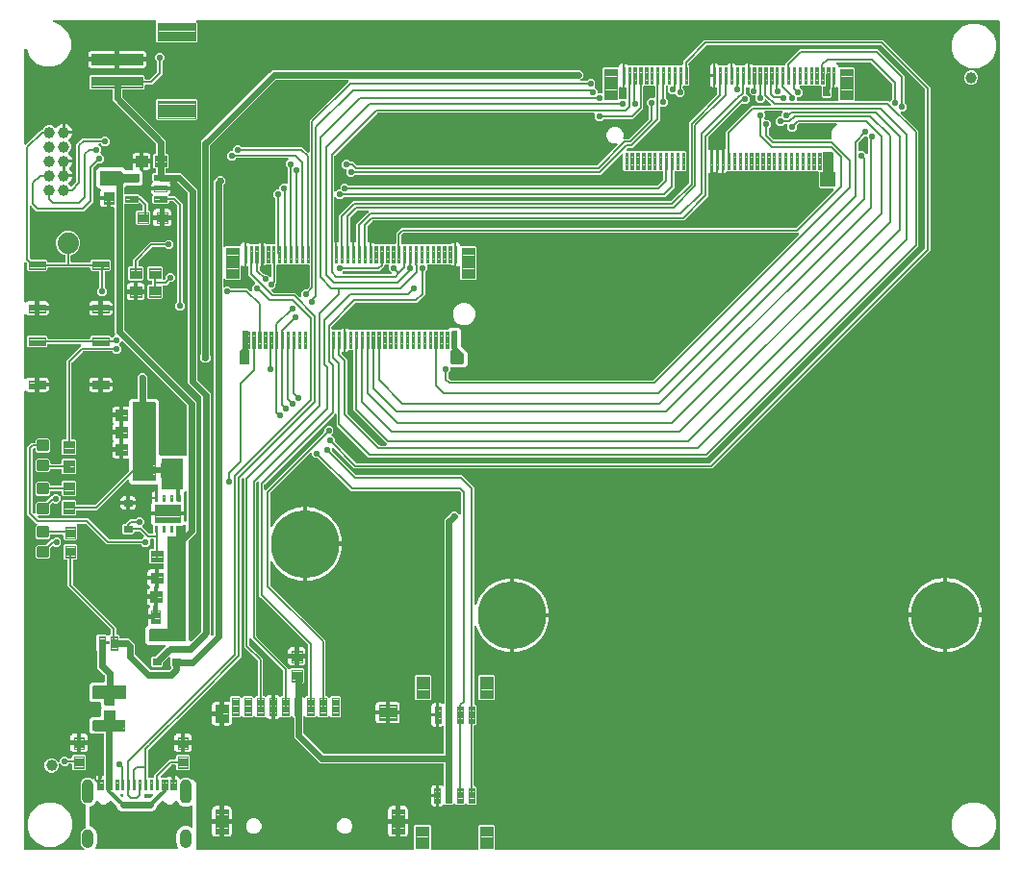
<source format=gtl>
G04 EAGLE Gerber RS-274X export*
G75*
%MOMM*%
%FSLAX34Y34*%
%LPD*%
%INTop Copper*%
%IPPOS*%
%AMOC8*
5,1,8,0,0,1.08239X$1,22.5*%
G01*
%ADD10C,0.102000*%
%ADD11C,0.096000*%
%ADD12C,6.000000*%
%ADD13C,1.000000*%
%ADD14C,0.099059*%
%ADD15C,1.879600*%
%ADD16C,0.100000*%
%ADD17C,0.105000*%
%ADD18C,0.098000*%
%ADD19C,0.654000*%
%ADD20C,0.100800*%
%ADD21C,0.101600*%
%ADD22C,0.300000*%
%ADD23C,0.104000*%
%ADD24C,0.099000*%
%ADD25C,0.558800*%
%ADD26C,0.203200*%
%ADD27C,0.254000*%
%ADD28C,0.558800*%
%ADD29C,0.604000*%
%ADD30C,0.304800*%

G36*
X54501Y2795D02*
X54501Y2795D01*
X54505Y2795D01*
X54642Y2815D01*
X54779Y2835D01*
X54783Y2836D01*
X54787Y2837D01*
X54912Y2894D01*
X55038Y2951D01*
X55041Y2953D01*
X55045Y2955D01*
X55150Y3046D01*
X55255Y3134D01*
X55257Y3138D01*
X55261Y3140D01*
X55336Y3256D01*
X55413Y3371D01*
X55414Y3375D01*
X55416Y3378D01*
X55456Y3508D01*
X55499Y3642D01*
X55499Y3646D01*
X55500Y3650D01*
X55502Y3788D01*
X55506Y3926D01*
X55505Y3930D01*
X55505Y3934D01*
X55496Y3966D01*
X55434Y4201D01*
X55433Y4203D01*
X55433Y4204D01*
X55417Y4231D01*
X55409Y4256D01*
X55408Y4259D01*
X55345Y4352D01*
X55287Y4449D01*
X55265Y4469D01*
X55249Y4494D01*
X55162Y4566D01*
X55080Y4643D01*
X55053Y4657D01*
X55030Y4676D01*
X54927Y4721D01*
X54827Y4773D01*
X54808Y4776D01*
X54555Y5029D01*
X54436Y5118D01*
X54377Y5171D01*
X54072Y5362D01*
X54024Y5426D01*
X53959Y5522D01*
X53938Y5540D01*
X53922Y5561D01*
X53830Y5630D01*
X53741Y5705D01*
X53723Y5712D01*
X53533Y6015D01*
X53436Y6129D01*
X53391Y6193D01*
X53136Y6448D01*
X53103Y6521D01*
X53061Y6629D01*
X53045Y6650D01*
X53034Y6675D01*
X52960Y6763D01*
X52890Y6855D01*
X52874Y6866D01*
X52756Y7204D01*
X52744Y7226D01*
X52738Y7247D01*
X52698Y7316D01*
X52687Y7336D01*
X52657Y7409D01*
X52465Y7714D01*
X52449Y7793D01*
X52433Y7907D01*
X52422Y7932D01*
X52416Y7958D01*
X52363Y8061D01*
X52315Y8166D01*
X52302Y8180D01*
X52262Y8536D01*
X52225Y8680D01*
X52212Y8758D01*
X52087Y9115D01*
X52088Y9150D01*
X52099Y9218D01*
X52099Y9927D01*
X52092Y9981D01*
X52093Y10018D01*
X52092Y10021D01*
X52093Y10040D01*
X52037Y10532D01*
X52044Y10544D01*
X52057Y10622D01*
X52093Y10763D01*
X52091Y10827D01*
X52099Y10875D01*
X52099Y15241D01*
X52095Y15271D01*
X52097Y15302D01*
X52075Y15411D01*
X52059Y15522D01*
X52047Y15550D01*
X52041Y15580D01*
X52038Y15586D01*
X52093Y16076D01*
X52091Y16140D01*
X52099Y16189D01*
X52099Y16898D01*
X52091Y16957D01*
X52092Y17016D01*
X52212Y17358D01*
X52241Y17505D01*
X52262Y17580D01*
X52303Y17939D01*
X52339Y18009D01*
X52398Y18109D01*
X52404Y18135D01*
X52417Y18159D01*
X52439Y18273D01*
X52468Y18385D01*
X52466Y18404D01*
X52657Y18707D01*
X52718Y18844D01*
X52756Y18912D01*
X52875Y19252D01*
X52926Y19314D01*
X53005Y19398D01*
X53018Y19422D01*
X53035Y19443D01*
X53082Y19548D01*
X53135Y19651D01*
X53138Y19670D01*
X53391Y19923D01*
X53480Y20042D01*
X53533Y20101D01*
X53724Y20406D01*
X53788Y20454D01*
X53884Y20519D01*
X53902Y20540D01*
X53923Y20556D01*
X53992Y20648D01*
X54067Y20737D01*
X54074Y20755D01*
X54377Y20945D01*
X54491Y21042D01*
X54555Y21087D01*
X54810Y21342D01*
X54883Y21375D01*
X54991Y21417D01*
X55012Y21433D01*
X55037Y21444D01*
X55125Y21518D01*
X55217Y21588D01*
X55228Y21604D01*
X55566Y21722D01*
X55698Y21791D01*
X55771Y21821D01*
X56180Y22078D01*
X56216Y22085D01*
X56243Y22099D01*
X56271Y22107D01*
X56368Y22164D01*
X56469Y22216D01*
X56490Y22237D01*
X56516Y22252D01*
X56593Y22334D01*
X56675Y22412D01*
X56690Y22438D01*
X56710Y22459D01*
X56762Y22560D01*
X56819Y22657D01*
X56826Y22686D01*
X56840Y22712D01*
X56853Y22790D01*
X56889Y22932D01*
X56887Y22996D01*
X56895Y23043D01*
X56895Y42373D01*
X56891Y42402D01*
X56894Y42432D01*
X56871Y42543D01*
X56855Y42654D01*
X56843Y42681D01*
X56837Y42710D01*
X56785Y42811D01*
X56739Y42913D01*
X56720Y42936D01*
X56706Y42963D01*
X56628Y43044D01*
X56556Y43130D01*
X56531Y43147D01*
X56510Y43169D01*
X56413Y43225D01*
X56319Y43288D01*
X56290Y43297D01*
X56265Y43312D01*
X56191Y43331D01*
X55771Y43595D01*
X55634Y43656D01*
X55566Y43694D01*
X55226Y43813D01*
X55164Y43864D01*
X55080Y43943D01*
X55056Y43956D01*
X55035Y43973D01*
X54930Y44020D01*
X54827Y44073D01*
X54808Y44076D01*
X54555Y44329D01*
X54436Y44418D01*
X54377Y44471D01*
X54072Y44662D01*
X54024Y44726D01*
X53959Y44822D01*
X53938Y44840D01*
X53922Y44861D01*
X53830Y44930D01*
X53741Y45005D01*
X53723Y45012D01*
X53533Y45315D01*
X53436Y45429D01*
X53391Y45493D01*
X53136Y45748D01*
X53121Y45781D01*
X53109Y45827D01*
X53086Y45865D01*
X53061Y45929D01*
X53045Y45950D01*
X53034Y45975D01*
X52990Y46027D01*
X52964Y46071D01*
X52928Y46105D01*
X52890Y46155D01*
X52874Y46166D01*
X52756Y46504D01*
X52687Y46636D01*
X52657Y46709D01*
X52465Y47014D01*
X52449Y47093D01*
X52433Y47207D01*
X52422Y47232D01*
X52416Y47258D01*
X52363Y47361D01*
X52315Y47466D01*
X52302Y47480D01*
X52262Y47836D01*
X52225Y47980D01*
X52212Y48058D01*
X52087Y48415D01*
X52088Y48450D01*
X52099Y48518D01*
X52099Y49227D01*
X52090Y49291D01*
X52093Y49340D01*
X52037Y49832D01*
X52044Y49844D01*
X52057Y49922D01*
X52093Y50063D01*
X52091Y50127D01*
X52099Y50175D01*
X52099Y59541D01*
X52095Y59571D01*
X52097Y59602D01*
X52075Y59711D01*
X52059Y59822D01*
X52047Y59850D01*
X52041Y59880D01*
X52038Y59886D01*
X52093Y60376D01*
X52091Y60440D01*
X52099Y60489D01*
X52099Y61198D01*
X52091Y61257D01*
X52092Y61316D01*
X52212Y61658D01*
X52241Y61805D01*
X52262Y61880D01*
X52303Y62239D01*
X52339Y62309D01*
X52398Y62409D01*
X52404Y62435D01*
X52417Y62459D01*
X52439Y62573D01*
X52468Y62685D01*
X52466Y62704D01*
X52657Y63007D01*
X52718Y63144D01*
X52756Y63212D01*
X52875Y63552D01*
X52926Y63614D01*
X53005Y63698D01*
X53018Y63722D01*
X53035Y63743D01*
X53082Y63848D01*
X53135Y63951D01*
X53138Y63970D01*
X53391Y64223D01*
X53480Y64342D01*
X53533Y64401D01*
X53724Y64706D01*
X53788Y64754D01*
X53884Y64819D01*
X53902Y64840D01*
X53923Y64856D01*
X53992Y64948D01*
X54067Y65037D01*
X54074Y65055D01*
X54377Y65245D01*
X54491Y65342D01*
X54555Y65387D01*
X54810Y65642D01*
X54883Y65675D01*
X54991Y65717D01*
X55012Y65733D01*
X55037Y65744D01*
X55125Y65818D01*
X55217Y65888D01*
X55228Y65904D01*
X55566Y66022D01*
X55698Y66091D01*
X55771Y66121D01*
X56076Y66313D01*
X56155Y66329D01*
X56269Y66345D01*
X56294Y66356D01*
X56320Y66362D01*
X56423Y66415D01*
X56528Y66463D01*
X56542Y66476D01*
X56898Y66516D01*
X57042Y66553D01*
X57120Y66566D01*
X57460Y66685D01*
X57540Y66683D01*
X57655Y66674D01*
X57682Y66679D01*
X57709Y66678D01*
X57821Y66708D01*
X57934Y66731D01*
X57951Y66740D01*
X58306Y66700D01*
X58456Y66704D01*
X58534Y66700D01*
X58892Y66740D01*
X58970Y66720D01*
X59080Y66686D01*
X59107Y66685D01*
X59133Y66678D01*
X59249Y66682D01*
X59364Y66679D01*
X59383Y66684D01*
X59720Y66566D01*
X59867Y66537D01*
X59942Y66516D01*
X60301Y66475D01*
X60371Y66439D01*
X60471Y66380D01*
X60497Y66374D01*
X60521Y66361D01*
X60635Y66339D01*
X60747Y66310D01*
X60766Y66312D01*
X61069Y66121D01*
X61206Y66060D01*
X61274Y66022D01*
X61614Y65903D01*
X61676Y65852D01*
X61760Y65773D01*
X61784Y65760D01*
X61805Y65743D01*
X61910Y65696D01*
X62013Y65643D01*
X62032Y65640D01*
X62220Y65452D01*
X62251Y65429D01*
X62277Y65400D01*
X62365Y65344D01*
X62447Y65281D01*
X62484Y65268D01*
X62517Y65247D01*
X62616Y65217D01*
X62713Y65180D01*
X62752Y65177D01*
X62789Y65166D01*
X62893Y65165D01*
X62996Y65157D01*
X63034Y65164D01*
X63074Y65164D01*
X63174Y65192D01*
X63275Y65213D01*
X63310Y65231D01*
X63347Y65241D01*
X63435Y65296D01*
X63527Y65344D01*
X63556Y65370D01*
X63589Y65391D01*
X63658Y65468D01*
X63733Y65539D01*
X63753Y65573D01*
X63779Y65602D01*
X63811Y65673D01*
X63877Y65785D01*
X63895Y65857D01*
X63919Y65908D01*
X64017Y66275D01*
X64419Y66971D01*
X64987Y67539D01*
X65682Y67941D01*
X66458Y68149D01*
X67851Y68149D01*
X67851Y66040D01*
X67859Y65982D01*
X67857Y65924D01*
X67879Y65842D01*
X67891Y65758D01*
X67914Y65705D01*
X67929Y65649D01*
X67972Y65576D01*
X68007Y65499D01*
X68045Y65454D01*
X68074Y65404D01*
X68136Y65346D01*
X68190Y65282D01*
X68239Y65250D01*
X68282Y65210D01*
X68357Y65171D01*
X68427Y65124D01*
X68483Y65107D01*
X68535Y65080D01*
X68603Y65069D01*
X68698Y65039D01*
X68798Y65036D01*
X68866Y65025D01*
X69834Y65025D01*
X69892Y65033D01*
X69950Y65031D01*
X70032Y65053D01*
X70116Y65065D01*
X70169Y65088D01*
X70225Y65103D01*
X70298Y65146D01*
X70375Y65181D01*
X70420Y65219D01*
X70470Y65248D01*
X70528Y65310D01*
X70592Y65364D01*
X70624Y65413D01*
X70664Y65456D01*
X70703Y65531D01*
X70750Y65601D01*
X70767Y65657D01*
X70794Y65709D01*
X70805Y65777D01*
X70835Y65872D01*
X70838Y65972D01*
X70849Y66040D01*
X70849Y68149D01*
X72020Y68149D01*
X72078Y68157D01*
X72136Y68155D01*
X72218Y68177D01*
X72302Y68189D01*
X72355Y68212D01*
X72411Y68227D01*
X72484Y68270D01*
X72561Y68305D01*
X72606Y68343D01*
X72656Y68372D01*
X72714Y68434D01*
X72778Y68488D01*
X72810Y68537D01*
X72850Y68580D01*
X72889Y68655D01*
X72936Y68725D01*
X72953Y68781D01*
X72980Y68833D01*
X72991Y68901D01*
X73021Y68996D01*
X73024Y69096D01*
X73035Y69164D01*
X73035Y104267D01*
X73027Y104325D01*
X73029Y104383D01*
X73007Y104465D01*
X72995Y104549D01*
X72972Y104602D01*
X72957Y104658D01*
X72914Y104731D01*
X72879Y104808D01*
X72841Y104853D01*
X72812Y104903D01*
X72750Y104961D01*
X72696Y105025D01*
X72647Y105057D01*
X72604Y105097D01*
X72529Y105136D01*
X72459Y105183D01*
X72403Y105200D01*
X72351Y105227D01*
X72283Y105238D01*
X72188Y105268D01*
X72088Y105271D01*
X72020Y105282D01*
X61974Y105282D01*
X59816Y107440D01*
X59816Y118112D01*
X61974Y120270D01*
X68961Y120270D01*
X69019Y120278D01*
X69077Y120276D01*
X69159Y120298D01*
X69243Y120310D01*
X69296Y120333D01*
X69352Y120348D01*
X69425Y120391D01*
X69502Y120426D01*
X69547Y120464D01*
X69597Y120493D01*
X69655Y120555D01*
X69719Y120609D01*
X69751Y120658D01*
X69791Y120701D01*
X69830Y120776D01*
X69877Y120846D01*
X69894Y120902D01*
X69921Y120954D01*
X69932Y121022D01*
X69962Y121117D01*
X69965Y121217D01*
X69976Y121285D01*
X69976Y127002D01*
X70527Y127552D01*
X70562Y127599D01*
X70604Y127639D01*
X70647Y127712D01*
X70697Y127779D01*
X70718Y127834D01*
X70748Y127884D01*
X70769Y127966D01*
X70799Y128045D01*
X70803Y128103D01*
X70818Y128160D01*
X70815Y128244D01*
X70822Y128328D01*
X70811Y128386D01*
X70809Y128444D01*
X70783Y128524D01*
X70766Y128607D01*
X70739Y128659D01*
X70721Y128715D01*
X70681Y128771D01*
X70635Y128859D01*
X70567Y128932D01*
X70527Y128988D01*
X69976Y129538D01*
X69976Y132207D01*
X69968Y132265D01*
X69970Y132323D01*
X69948Y132405D01*
X69936Y132489D01*
X69913Y132542D01*
X69898Y132598D01*
X69855Y132671D01*
X69820Y132748D01*
X69782Y132793D01*
X69753Y132843D01*
X69691Y132901D01*
X69637Y132965D01*
X69588Y132997D01*
X69545Y133037D01*
X69470Y133076D01*
X69400Y133123D01*
X69344Y133140D01*
X69292Y133167D01*
X69224Y133178D01*
X69129Y133208D01*
X69029Y133211D01*
X68961Y133222D01*
X61974Y133222D01*
X59816Y135380D01*
X59816Y148592D01*
X61974Y150750D01*
X72390Y150750D01*
X72448Y150758D01*
X72506Y150756D01*
X72588Y150778D01*
X72672Y150790D01*
X72725Y150813D01*
X72781Y150828D01*
X72854Y150871D01*
X72931Y150906D01*
X72976Y150944D01*
X73026Y150973D01*
X73084Y151035D01*
X73148Y151089D01*
X73180Y151138D01*
X73220Y151181D01*
X73259Y151256D01*
X73306Y151326D01*
X73323Y151382D01*
X73350Y151434D01*
X73361Y151502D01*
X73391Y151597D01*
X73394Y151697D01*
X73405Y151765D01*
X73405Y156646D01*
X73393Y156732D01*
X73390Y156820D01*
X73373Y156872D01*
X73365Y156927D01*
X73330Y157007D01*
X73303Y157090D01*
X73275Y157130D01*
X73249Y157187D01*
X73153Y157300D01*
X73108Y157364D01*
X66928Y163543D01*
X66928Y177905D01*
X66916Y177992D01*
X66913Y178079D01*
X66896Y178132D01*
X66888Y178187D01*
X66853Y178267D01*
X66826Y178350D01*
X66798Y178389D01*
X66772Y178446D01*
X66676Y178559D01*
X66631Y178623D01*
X66420Y178834D01*
X66420Y192006D01*
X67455Y193041D01*
X74531Y193041D01*
X75482Y192090D01*
X75529Y192055D01*
X75569Y192012D01*
X75642Y191970D01*
X75709Y191919D01*
X75764Y191898D01*
X75814Y191869D01*
X75896Y191848D01*
X75975Y191818D01*
X76033Y191813D01*
X76090Y191798D01*
X76174Y191801D01*
X76258Y191794D01*
X76316Y191806D01*
X76374Y191808D01*
X76454Y191833D01*
X76537Y191850D01*
X76589Y191877D01*
X76645Y191895D01*
X76701Y191935D01*
X76789Y191981D01*
X76862Y192050D01*
X76918Y192090D01*
X77869Y193041D01*
X77978Y193041D01*
X78036Y193049D01*
X78094Y193047D01*
X78176Y193069D01*
X78260Y193081D01*
X78313Y193104D01*
X78369Y193119D01*
X78442Y193162D01*
X78519Y193197D01*
X78564Y193235D01*
X78614Y193264D01*
X78672Y193326D01*
X78736Y193380D01*
X78768Y193429D01*
X78808Y193472D01*
X78847Y193547D01*
X78894Y193617D01*
X78911Y193673D01*
X78938Y193725D01*
X78949Y193793D01*
X78979Y193888D01*
X78982Y193988D01*
X78993Y194056D01*
X78993Y196752D01*
X78986Y196803D01*
X78987Y196824D01*
X78981Y196846D01*
X78978Y196926D01*
X78961Y196979D01*
X78953Y197034D01*
X78918Y197114D01*
X78891Y197197D01*
X78863Y197236D01*
X78837Y197293D01*
X78741Y197406D01*
X78696Y197470D01*
X40893Y235273D01*
X40893Y258034D01*
X40885Y258092D01*
X40887Y258150D01*
X40865Y258232D01*
X40853Y258316D01*
X40830Y258369D01*
X40815Y258425D01*
X40772Y258498D01*
X40737Y258575D01*
X40699Y258620D01*
X40670Y258670D01*
X40608Y258728D01*
X40554Y258792D01*
X40505Y258824D01*
X40462Y258864D01*
X40387Y258903D01*
X40317Y258950D01*
X40261Y258967D01*
X40209Y258994D01*
X40141Y259005D01*
X40046Y259035D01*
X39946Y259038D01*
X39878Y259049D01*
X37946Y259049D01*
X36909Y260086D01*
X36909Y271553D01*
X37947Y272591D01*
X48414Y272591D01*
X49451Y271554D01*
X49451Y260086D01*
X48414Y259049D01*
X46482Y259049D01*
X46424Y259041D01*
X46366Y259043D01*
X46284Y259021D01*
X46200Y259009D01*
X46147Y258986D01*
X46091Y258971D01*
X46018Y258928D01*
X45941Y258893D01*
X45896Y258855D01*
X45846Y258826D01*
X45788Y258764D01*
X45724Y258710D01*
X45692Y258661D01*
X45652Y258618D01*
X45613Y258543D01*
X45566Y258473D01*
X45549Y258417D01*
X45522Y258365D01*
X45511Y258297D01*
X45481Y258202D01*
X45478Y258102D01*
X45467Y258034D01*
X45467Y237588D01*
X45479Y237501D01*
X45482Y237414D01*
X45499Y237361D01*
X45507Y237306D01*
X45542Y237226D01*
X45569Y237143D01*
X45597Y237104D01*
X45623Y237047D01*
X45719Y236934D01*
X45764Y236870D01*
X83567Y199067D01*
X83567Y194056D01*
X83575Y193998D01*
X83573Y193940D01*
X83595Y193858D01*
X83607Y193774D01*
X83630Y193721D01*
X83645Y193665D01*
X83688Y193592D01*
X83723Y193515D01*
X83761Y193470D01*
X83790Y193420D01*
X83852Y193362D01*
X83906Y193298D01*
X83955Y193266D01*
X83998Y193226D01*
X84073Y193187D01*
X84143Y193140D01*
X84199Y193123D01*
X84251Y193096D01*
X84319Y193085D01*
X84414Y193055D01*
X84514Y193052D01*
X84582Y193041D01*
X84945Y193041D01*
X85980Y192006D01*
X85980Y190500D01*
X85988Y190442D01*
X85986Y190384D01*
X86008Y190302D01*
X86020Y190218D01*
X86043Y190165D01*
X86058Y190109D01*
X86101Y190036D01*
X86136Y189959D01*
X86174Y189914D01*
X86203Y189864D01*
X86265Y189806D01*
X86319Y189742D01*
X86368Y189710D01*
X86411Y189670D01*
X86486Y189631D01*
X86556Y189584D01*
X86612Y189567D01*
X86664Y189540D01*
X86732Y189529D01*
X86827Y189499D01*
X86927Y189496D01*
X86995Y189485D01*
X95156Y189485D01*
X100077Y184564D01*
X100077Y175332D01*
X100084Y175283D01*
X100083Y175271D01*
X100088Y175254D01*
X100089Y175246D01*
X100092Y175158D01*
X100109Y175106D01*
X100117Y175051D01*
X100152Y174971D01*
X100179Y174888D01*
X100207Y174848D01*
X100233Y174791D01*
X100329Y174678D01*
X100374Y174614D01*
X113146Y161842D01*
X113216Y161790D01*
X113280Y161730D01*
X113329Y161704D01*
X113374Y161671D01*
X113455Y161640D01*
X113533Y161600D01*
X113581Y161592D01*
X113639Y161570D01*
X113787Y161558D01*
X113864Y161545D01*
X129722Y161545D01*
X129808Y161557D01*
X129896Y161560D01*
X129948Y161577D01*
X130003Y161585D01*
X130083Y161620D01*
X130166Y161647D01*
X130206Y161675D01*
X130263Y161701D01*
X130376Y161797D01*
X130440Y161842D01*
X131672Y163074D01*
X131707Y163121D01*
X131750Y163161D01*
X131792Y163234D01*
X131843Y163302D01*
X131864Y163356D01*
X131893Y163407D01*
X131914Y163488D01*
X131944Y163567D01*
X131949Y163626D01*
X131963Y163682D01*
X131961Y163766D01*
X131968Y163851D01*
X131956Y163908D01*
X131954Y163966D01*
X131928Y164047D01*
X131912Y164129D01*
X131885Y164181D01*
X131867Y164237D01*
X131827Y164293D01*
X131781Y164382D01*
X131712Y164454D01*
X131672Y164510D01*
X130977Y165205D01*
X130977Y172238D01*
X130973Y172267D01*
X130976Y172296D01*
X130953Y172407D01*
X130937Y172519D01*
X130925Y172546D01*
X130920Y172575D01*
X130868Y172675D01*
X130821Y172779D01*
X130802Y172801D01*
X130789Y172827D01*
X130711Y172909D01*
X130638Y172996D01*
X130613Y173012D01*
X130593Y173033D01*
X130495Y173091D01*
X130401Y173153D01*
X130373Y173162D01*
X130348Y173177D01*
X130238Y173205D01*
X130130Y173239D01*
X130100Y173240D01*
X130072Y173247D01*
X129959Y173244D01*
X129846Y173246D01*
X129817Y173239D01*
X129788Y173238D01*
X129680Y173203D01*
X129571Y173175D01*
X129545Y173160D01*
X129517Y173151D01*
X129454Y173105D01*
X129326Y173029D01*
X129283Y172984D01*
X129244Y172956D01*
X125098Y168810D01*
X125046Y168740D01*
X124986Y168676D01*
X124960Y168627D01*
X124927Y168582D01*
X124896Y168501D01*
X124856Y168423D01*
X124848Y168375D01*
X124826Y168317D01*
X124814Y168169D01*
X124801Y168092D01*
X124801Y165459D01*
X123761Y164419D01*
X114999Y164419D01*
X113959Y165459D01*
X113959Y172221D01*
X114999Y173261D01*
X117632Y173261D01*
X117718Y173273D01*
X117806Y173276D01*
X117858Y173293D01*
X117913Y173301D01*
X117993Y173336D01*
X118076Y173363D01*
X118116Y173391D01*
X118173Y173417D01*
X118286Y173513D01*
X118350Y173558D01*
X126518Y181726D01*
X126827Y182035D01*
X126844Y182059D01*
X126867Y182078D01*
X126930Y182172D01*
X126998Y182262D01*
X127008Y182290D01*
X127024Y182314D01*
X127059Y182422D01*
X127099Y182528D01*
X127101Y182557D01*
X127110Y182585D01*
X127113Y182698D01*
X127122Y182811D01*
X127117Y182840D01*
X127117Y182869D01*
X127089Y182979D01*
X127067Y183090D01*
X127053Y183116D01*
X127046Y183144D01*
X126988Y183242D01*
X126936Y183342D01*
X126915Y183364D01*
X126900Y183389D01*
X126818Y183466D01*
X126740Y183548D01*
X126714Y183563D01*
X126693Y183583D01*
X126592Y183635D01*
X126495Y183692D01*
X126466Y183699D01*
X126440Y183713D01*
X126363Y183726D01*
X126219Y183762D01*
X126157Y183760D01*
X126109Y183768D01*
X111758Y183768D01*
X109600Y185926D01*
X109600Y198376D01*
X111547Y200323D01*
X111588Y200377D01*
X111637Y200425D01*
X111673Y200490D01*
X111718Y200550D01*
X111742Y200614D01*
X111776Y200673D01*
X111793Y200746D01*
X111819Y200816D01*
X111825Y200884D01*
X111840Y200950D01*
X111837Y201024D01*
X111843Y201099D01*
X111829Y201166D01*
X111826Y201234D01*
X111804Y201293D01*
X111787Y201378D01*
X111734Y201479D01*
X111708Y201548D01*
X111668Y201619D01*
X111459Y202397D01*
X111459Y206281D01*
X117016Y206281D01*
X117074Y206289D01*
X117132Y206287D01*
X117214Y206309D01*
X117297Y206321D01*
X117351Y206344D01*
X117407Y206359D01*
X117480Y206402D01*
X117557Y206437D01*
X117601Y206475D01*
X117652Y206504D01*
X117709Y206566D01*
X117774Y206620D01*
X117806Y206669D01*
X117846Y206712D01*
X117885Y206787D01*
X117931Y206857D01*
X117949Y206913D01*
X117976Y206965D01*
X117987Y207033D01*
X118017Y207128D01*
X118020Y207228D01*
X118031Y207296D01*
X118031Y208249D01*
X118984Y208249D01*
X119042Y208257D01*
X119100Y208256D01*
X119182Y208277D01*
X119266Y208289D01*
X119319Y208313D01*
X119375Y208327D01*
X119448Y208371D01*
X119525Y208405D01*
X119570Y208443D01*
X119620Y208473D01*
X119678Y208534D01*
X119742Y208589D01*
X119774Y208637D01*
X119814Y208680D01*
X119853Y208755D01*
X119900Y208825D01*
X119917Y208881D01*
X119944Y208933D01*
X119955Y209001D01*
X119985Y209096D01*
X119988Y209196D01*
X119999Y209264D01*
X119999Y216951D01*
X120057Y216977D01*
X120101Y217015D01*
X120152Y217044D01*
X120209Y217106D01*
X120274Y217160D01*
X120306Y217209D01*
X120346Y217252D01*
X120385Y217327D01*
X120431Y217397D01*
X120449Y217453D01*
X120476Y217505D01*
X120487Y217573D01*
X120517Y217668D01*
X120520Y217768D01*
X120531Y217836D01*
X120531Y225044D01*
X120523Y225102D01*
X120524Y225160D01*
X120503Y225242D01*
X120491Y225325D01*
X120467Y225379D01*
X120453Y225435D01*
X120410Y225508D01*
X120375Y225585D01*
X120337Y225629D01*
X120307Y225680D01*
X120246Y225737D01*
X120191Y225802D01*
X120143Y225834D01*
X120100Y225874D01*
X120025Y225913D01*
X119955Y225959D01*
X119899Y225977D01*
X119847Y226004D01*
X119779Y226015D01*
X119684Y226045D01*
X119584Y226048D01*
X119516Y226059D01*
X118499Y226059D01*
X118499Y226061D01*
X119516Y226061D01*
X119574Y226069D01*
X119632Y226068D01*
X119714Y226089D01*
X119797Y226101D01*
X119851Y226125D01*
X119907Y226139D01*
X119980Y226182D01*
X120057Y226217D01*
X120101Y226255D01*
X120152Y226285D01*
X120209Y226346D01*
X120274Y226401D01*
X120306Y226449D01*
X120346Y226492D01*
X120385Y226567D01*
X120431Y226637D01*
X120449Y226693D01*
X120476Y226745D01*
X120487Y226813D01*
X120517Y226908D01*
X120520Y227008D01*
X120531Y227076D01*
X120531Y233637D01*
X120559Y233641D01*
X120613Y233664D01*
X120669Y233679D01*
X120742Y233722D01*
X120819Y233757D01*
X120863Y233795D01*
X120914Y233824D01*
X120971Y233886D01*
X121036Y233940D01*
X121068Y233989D01*
X121108Y234032D01*
X121147Y234107D01*
X121193Y234177D01*
X121211Y234233D01*
X121238Y234285D01*
X121249Y234353D01*
X121279Y234448D01*
X121282Y234548D01*
X121293Y234616D01*
X121293Y241808D01*
X121285Y241866D01*
X121286Y241924D01*
X121265Y242006D01*
X121253Y242089D01*
X121229Y242143D01*
X121215Y242199D01*
X121172Y242272D01*
X121137Y242349D01*
X121099Y242393D01*
X121069Y242444D01*
X121008Y242501D01*
X120953Y242566D01*
X120905Y242598D01*
X120862Y242638D01*
X120787Y242677D01*
X120717Y242723D01*
X120661Y242741D01*
X120609Y242768D01*
X120541Y242779D01*
X120446Y242809D01*
X120346Y242812D01*
X120278Y242823D01*
X119261Y242823D01*
X119261Y242825D01*
X120278Y242825D01*
X120336Y242833D01*
X120394Y242832D01*
X120476Y242853D01*
X120559Y242865D01*
X120613Y242889D01*
X120669Y242903D01*
X120742Y242946D01*
X120819Y242981D01*
X120863Y243019D01*
X120914Y243049D01*
X120971Y243110D01*
X121036Y243165D01*
X121068Y243213D01*
X121108Y243256D01*
X121147Y243331D01*
X121193Y243401D01*
X121211Y243457D01*
X121238Y243509D01*
X121249Y243577D01*
X121279Y243672D01*
X121282Y243772D01*
X121293Y243840D01*
X121293Y250365D01*
X124587Y250365D01*
X124645Y250373D01*
X124703Y250371D01*
X124785Y250393D01*
X124869Y250405D01*
X124922Y250428D01*
X124978Y250443D01*
X125051Y250486D01*
X125128Y250521D01*
X125173Y250559D01*
X125223Y250588D01*
X125281Y250650D01*
X125345Y250704D01*
X125377Y250753D01*
X125417Y250796D01*
X125456Y250871D01*
X125503Y250941D01*
X125520Y250997D01*
X125547Y251049D01*
X125558Y251117D01*
X125588Y251212D01*
X125591Y251312D01*
X125602Y251380D01*
X125602Y254334D01*
X125594Y254392D01*
X125596Y254450D01*
X125574Y254532D01*
X125562Y254616D01*
X125539Y254669D01*
X125524Y254725D01*
X125481Y254798D01*
X125446Y254875D01*
X125408Y254920D01*
X125379Y254970D01*
X125317Y255028D01*
X125263Y255092D01*
X125214Y255124D01*
X125171Y255164D01*
X125096Y255203D01*
X125026Y255250D01*
X124970Y255267D01*
X124918Y255294D01*
X124850Y255305D01*
X124755Y255335D01*
X124655Y255338D01*
X124587Y255349D01*
X113274Y255349D01*
X112237Y256386D01*
X112237Y266854D01*
X113274Y267891D01*
X115706Y267891D01*
X115764Y267899D01*
X115822Y267897D01*
X115904Y267919D01*
X115988Y267931D01*
X116041Y267954D01*
X116097Y267969D01*
X116170Y268012D01*
X116247Y268047D01*
X116292Y268085D01*
X116342Y268114D01*
X116400Y268176D01*
X116464Y268230D01*
X116496Y268279D01*
X116536Y268322D01*
X116575Y268397D01*
X116622Y268467D01*
X116639Y268523D01*
X116666Y268575D01*
X116677Y268643D01*
X116707Y268738D01*
X116710Y268838D01*
X116721Y268906D01*
X116721Y276098D01*
X116713Y276156D01*
X116715Y276214D01*
X116693Y276296D01*
X116681Y276380D01*
X116658Y276433D01*
X116643Y276489D01*
X116600Y276562D01*
X116565Y276639D01*
X116527Y276684D01*
X116498Y276734D01*
X116436Y276792D01*
X116382Y276856D01*
X116333Y276888D01*
X116290Y276928D01*
X116215Y276967D01*
X116145Y277014D01*
X116089Y277031D01*
X116037Y277058D01*
X115969Y277069D01*
X115874Y277099D01*
X115774Y277102D01*
X115706Y277113D01*
X114300Y277113D01*
X114242Y277105D01*
X114184Y277107D01*
X114102Y277085D01*
X114018Y277073D01*
X113965Y277050D01*
X113909Y277035D01*
X113836Y276992D01*
X113759Y276957D01*
X113714Y276919D01*
X113664Y276890D01*
X113606Y276828D01*
X113542Y276774D01*
X113510Y276725D01*
X113470Y276682D01*
X113431Y276607D01*
X113384Y276537D01*
X113367Y276481D01*
X113340Y276429D01*
X113329Y276361D01*
X113299Y276266D01*
X113296Y276166D01*
X113285Y276098D01*
X113285Y272636D01*
X110904Y270255D01*
X107536Y270255D01*
X106056Y271736D01*
X105986Y271788D01*
X105922Y271848D01*
X105873Y271874D01*
X105828Y271907D01*
X105747Y271938D01*
X105669Y271978D01*
X105621Y271986D01*
X105563Y272008D01*
X105415Y272020D01*
X105338Y272033D01*
X75253Y272033D01*
X57262Y290024D01*
X57192Y290076D01*
X57128Y290136D01*
X57079Y290162D01*
X57035Y290195D01*
X56953Y290226D01*
X56875Y290266D01*
X56828Y290274D01*
X56769Y290296D01*
X56622Y290308D01*
X56544Y290321D01*
X50134Y290321D01*
X50105Y290317D01*
X50076Y290320D01*
X49965Y290297D01*
X49852Y290281D01*
X49826Y290269D01*
X49797Y290264D01*
X49696Y290212D01*
X49593Y290165D01*
X49571Y290146D01*
X49545Y290133D01*
X49462Y290055D01*
X49376Y289982D01*
X49360Y289957D01*
X49338Y289937D01*
X49281Y289839D01*
X49218Y289745D01*
X49210Y289717D01*
X49195Y289692D01*
X49167Y289582D01*
X49133Y289474D01*
X49132Y289445D01*
X49125Y289416D01*
X49128Y289303D01*
X49125Y289190D01*
X49133Y289161D01*
X49134Y289132D01*
X49169Y289024D01*
X49197Y288915D01*
X49212Y288889D01*
X49221Y288861D01*
X49267Y288798D01*
X49342Y288670D01*
X49388Y288627D01*
X49416Y288588D01*
X49451Y288553D01*
X49451Y277086D01*
X48414Y276049D01*
X37946Y276049D01*
X36909Y277086D01*
X36909Y279788D01*
X36901Y279846D01*
X36903Y279904D01*
X36881Y279986D01*
X36869Y280070D01*
X36846Y280123D01*
X36831Y280179D01*
X36788Y280252D01*
X36753Y280329D01*
X36715Y280374D01*
X36686Y280424D01*
X36624Y280482D01*
X36570Y280546D01*
X36521Y280578D01*
X36478Y280618D01*
X36403Y280657D01*
X36333Y280704D01*
X36277Y280721D01*
X36225Y280748D01*
X36157Y280759D01*
X36062Y280789D01*
X35962Y280792D01*
X35894Y280803D01*
X26336Y280803D01*
X26278Y280795D01*
X26220Y280797D01*
X26138Y280775D01*
X26054Y280763D01*
X26001Y280740D01*
X25945Y280725D01*
X25872Y280682D01*
X25795Y280647D01*
X25750Y280609D01*
X25700Y280580D01*
X25642Y280518D01*
X25578Y280464D01*
X25546Y280415D01*
X25506Y280372D01*
X25467Y280297D01*
X25420Y280227D01*
X25403Y280171D01*
X25376Y280119D01*
X25365Y280051D01*
X25335Y279956D01*
X25332Y279856D01*
X25321Y279788D01*
X25321Y278442D01*
X23698Y276819D01*
X14402Y276819D01*
X12779Y278442D01*
X12779Y287738D01*
X13856Y288814D01*
X13891Y288861D01*
X13934Y288901D01*
X13976Y288974D01*
X14027Y289042D01*
X14048Y289096D01*
X14077Y289147D01*
X14098Y289228D01*
X14128Y289307D01*
X14133Y289366D01*
X14147Y289422D01*
X14145Y289506D01*
X14152Y289590D01*
X14140Y289648D01*
X14138Y289706D01*
X14112Y289787D01*
X14096Y289869D01*
X14069Y289921D01*
X14051Y289977D01*
X14011Y290033D01*
X13965Y290122D01*
X13896Y290194D01*
X13856Y290250D01*
X12148Y291958D01*
X5333Y298773D01*
X5333Y357697D01*
X9213Y361577D01*
X11764Y361577D01*
X11822Y361585D01*
X11880Y361583D01*
X11962Y361605D01*
X12046Y361617D01*
X12099Y361640D01*
X12155Y361655D01*
X12228Y361698D01*
X12305Y361733D01*
X12350Y361771D01*
X12400Y361800D01*
X12458Y361862D01*
X12522Y361916D01*
X12554Y361965D01*
X12594Y362008D01*
X12633Y362083D01*
X12680Y362153D01*
X12697Y362209D01*
X12724Y362261D01*
X12735Y362329D01*
X12765Y362424D01*
X12768Y362524D01*
X12779Y362592D01*
X12779Y363938D01*
X14402Y365561D01*
X23698Y365561D01*
X25321Y363938D01*
X25321Y354642D01*
X23698Y353019D01*
X14402Y353019D01*
X12779Y354642D01*
X12779Y355988D01*
X12771Y356046D01*
X12773Y356104D01*
X12751Y356186D01*
X12739Y356270D01*
X12716Y356323D01*
X12701Y356379D01*
X12658Y356452D01*
X12623Y356529D01*
X12585Y356574D01*
X12556Y356624D01*
X12494Y356682D01*
X12440Y356746D01*
X12391Y356778D01*
X12348Y356818D01*
X12273Y356857D01*
X12203Y356904D01*
X12147Y356921D01*
X12095Y356948D01*
X12027Y356959D01*
X11932Y356989D01*
X11832Y356992D01*
X11764Y357003D01*
X11528Y357003D01*
X11441Y356991D01*
X11354Y356988D01*
X11301Y356971D01*
X11246Y356963D01*
X11166Y356928D01*
X11083Y356901D01*
X11044Y356873D01*
X10987Y356847D01*
X10874Y356751D01*
X10810Y356706D01*
X10204Y356100D01*
X10152Y356030D01*
X10092Y355966D01*
X10066Y355917D01*
X10033Y355873D01*
X10002Y355791D01*
X9962Y355713D01*
X9954Y355666D01*
X9932Y355607D01*
X9920Y355460D01*
X9907Y355382D01*
X9907Y301088D01*
X9919Y301001D01*
X9922Y300914D01*
X9939Y300861D01*
X9947Y300806D01*
X9982Y300726D01*
X10009Y300643D01*
X10037Y300604D01*
X10063Y300547D01*
X10159Y300434D01*
X10204Y300370D01*
X11046Y299528D01*
X11070Y299510D01*
X11089Y299488D01*
X11141Y299453D01*
X11163Y299433D01*
X11194Y299417D01*
X11273Y299357D01*
X11301Y299346D01*
X11325Y299330D01*
X11433Y299296D01*
X11539Y299256D01*
X11568Y299253D01*
X11596Y299244D01*
X11710Y299241D01*
X11822Y299232D01*
X11851Y299238D01*
X11880Y299237D01*
X11990Y299266D01*
X12101Y299288D01*
X12127Y299302D01*
X12155Y299309D01*
X12253Y299367D01*
X12353Y299419D01*
X12375Y299439D01*
X12400Y299454D01*
X12477Y299537D01*
X12559Y299615D01*
X12574Y299640D01*
X12594Y299661D01*
X12646Y299762D01*
X12703Y299860D01*
X12710Y299888D01*
X12724Y299915D01*
X12737Y299992D01*
X12754Y300058D01*
X12765Y300095D01*
X12766Y300105D01*
X12773Y300136D01*
X12771Y300198D01*
X12779Y300246D01*
X12779Y308298D01*
X14402Y309921D01*
X21666Y309921D01*
X21753Y309933D01*
X21840Y309936D01*
X21893Y309953D01*
X21948Y309961D01*
X22028Y309996D01*
X22111Y310023D01*
X22150Y310051D01*
X22207Y310077D01*
X22320Y310173D01*
X22384Y310218D01*
X26940Y314774D01*
X26959Y314782D01*
X27042Y314809D01*
X27082Y314837D01*
X27139Y314863D01*
X27252Y314959D01*
X27316Y315004D01*
X28796Y316485D01*
X32164Y316485D01*
X33906Y314742D01*
X33930Y314725D01*
X33949Y314702D01*
X34004Y314665D01*
X34008Y314661D01*
X34015Y314658D01*
X34043Y314639D01*
X34133Y314571D01*
X34161Y314561D01*
X34185Y314545D01*
X34293Y314510D01*
X34399Y314470D01*
X34428Y314468D01*
X34456Y314459D01*
X34553Y314456D01*
X34551Y314448D01*
X34553Y314386D01*
X34545Y314338D01*
X34545Y311518D01*
X34549Y311489D01*
X34546Y311460D01*
X34569Y311349D01*
X34585Y311236D01*
X34597Y311210D01*
X34602Y311181D01*
X34655Y311080D01*
X34701Y310977D01*
X34720Y310955D01*
X34733Y310929D01*
X34811Y310846D01*
X34884Y310760D01*
X34909Y310744D01*
X34929Y310723D01*
X35027Y310665D01*
X35121Y310602D01*
X35149Y310594D01*
X35174Y310579D01*
X35284Y310551D01*
X35392Y310517D01*
X35422Y310516D01*
X35450Y310509D01*
X35563Y310512D01*
X35676Y310509D01*
X35705Y310517D01*
X35734Y310518D01*
X35842Y310553D01*
X35951Y310581D01*
X35977Y310596D01*
X36005Y310605D01*
X36069Y310651D01*
X36196Y310726D01*
X36239Y310772D01*
X36278Y310800D01*
X36677Y311199D01*
X47144Y311199D01*
X48181Y310162D01*
X48181Y307730D01*
X48189Y307672D01*
X48187Y307614D01*
X48209Y307532D01*
X48221Y307448D01*
X48244Y307395D01*
X48259Y307339D01*
X48302Y307266D01*
X48337Y307189D01*
X48375Y307144D01*
X48404Y307094D01*
X48466Y307036D01*
X48520Y306972D01*
X48569Y306940D01*
X48612Y306900D01*
X48687Y306861D01*
X48757Y306814D01*
X48813Y306797D01*
X48865Y306770D01*
X48933Y306759D01*
X49028Y306729D01*
X49128Y306726D01*
X49196Y306715D01*
X64300Y306715D01*
X64387Y306727D01*
X64474Y306730D01*
X64527Y306747D01*
X64582Y306755D01*
X64662Y306790D01*
X64745Y306817D01*
X64784Y306845D01*
X64841Y306871D01*
X64954Y306967D01*
X65018Y307012D01*
X94825Y336819D01*
X94877Y336889D01*
X94937Y336953D01*
X94963Y337002D01*
X94996Y337046D01*
X95027Y337128D01*
X95067Y337206D01*
X95075Y337253D01*
X95097Y337312D01*
X95109Y337459D01*
X95122Y337537D01*
X95122Y347192D01*
X95115Y347241D01*
X95118Y347289D01*
X95096Y347381D01*
X95082Y347474D01*
X95063Y347518D01*
X95051Y347566D01*
X95005Y347647D01*
X94966Y347733D01*
X94935Y347770D01*
X94911Y347813D01*
X94843Y347878D01*
X94783Y347950D01*
X94742Y347977D01*
X94707Y348011D01*
X94624Y348056D01*
X94546Y348108D01*
X94499Y348122D01*
X94456Y348145D01*
X94364Y348165D01*
X94275Y348193D01*
X94226Y348195D01*
X94178Y348205D01*
X94104Y348198D01*
X93991Y348201D01*
X93907Y348179D01*
X93844Y348173D01*
X93420Y348059D01*
X90051Y348059D01*
X90051Y354584D01*
X90043Y354642D01*
X90044Y354700D01*
X90023Y354782D01*
X90011Y354865D01*
X89987Y354919D01*
X89973Y354975D01*
X89930Y355048D01*
X89895Y355125D01*
X89857Y355169D01*
X89827Y355220D01*
X89766Y355277D01*
X89711Y355342D01*
X89663Y355374D01*
X89620Y355414D01*
X89545Y355453D01*
X89475Y355499D01*
X89419Y355517D01*
X89367Y355544D01*
X89299Y355555D01*
X89204Y355585D01*
X89104Y355588D01*
X89036Y355599D01*
X88019Y355599D01*
X88019Y355601D01*
X89036Y355601D01*
X89094Y355609D01*
X89152Y355608D01*
X89234Y355629D01*
X89317Y355641D01*
X89371Y355665D01*
X89427Y355679D01*
X89500Y355722D01*
X89577Y355757D01*
X89621Y355795D01*
X89672Y355825D01*
X89729Y355886D01*
X89794Y355941D01*
X89826Y355989D01*
X89866Y356032D01*
X89905Y356107D01*
X89951Y356177D01*
X89969Y356233D01*
X89996Y356285D01*
X90007Y356353D01*
X90037Y356448D01*
X90040Y356548D01*
X90051Y356616D01*
X90051Y369824D01*
X90043Y369882D01*
X90044Y369940D01*
X90023Y370022D01*
X90011Y370105D01*
X89987Y370159D01*
X89973Y370215D01*
X89930Y370288D01*
X89895Y370365D01*
X89857Y370409D01*
X89827Y370460D01*
X89766Y370517D01*
X89711Y370582D01*
X89663Y370614D01*
X89620Y370654D01*
X89545Y370693D01*
X89475Y370739D01*
X89419Y370757D01*
X89367Y370784D01*
X89299Y370795D01*
X89204Y370825D01*
X89104Y370828D01*
X89036Y370839D01*
X88019Y370839D01*
X88019Y370841D01*
X89036Y370841D01*
X89094Y370849D01*
X89152Y370848D01*
X89234Y370869D01*
X89317Y370881D01*
X89371Y370905D01*
X89427Y370919D01*
X89500Y370962D01*
X89577Y370997D01*
X89621Y371035D01*
X89672Y371065D01*
X89729Y371126D01*
X89794Y371181D01*
X89826Y371229D01*
X89866Y371272D01*
X89905Y371347D01*
X89951Y371417D01*
X89969Y371473D01*
X89996Y371525D01*
X90007Y371593D01*
X90037Y371688D01*
X90040Y371788D01*
X90051Y371856D01*
X90051Y385064D01*
X90043Y385122D01*
X90044Y385180D01*
X90023Y385262D01*
X90011Y385345D01*
X89987Y385399D01*
X89973Y385455D01*
X89930Y385528D01*
X89895Y385605D01*
X89857Y385649D01*
X89827Y385700D01*
X89766Y385757D01*
X89711Y385822D01*
X89663Y385854D01*
X89620Y385894D01*
X89545Y385933D01*
X89475Y385979D01*
X89419Y385997D01*
X89367Y386024D01*
X89299Y386035D01*
X89204Y386065D01*
X89104Y386068D01*
X89036Y386079D01*
X88019Y386079D01*
X88019Y386081D01*
X89036Y386081D01*
X89094Y386089D01*
X89152Y386088D01*
X89234Y386109D01*
X89317Y386121D01*
X89371Y386145D01*
X89427Y386159D01*
X89500Y386202D01*
X89577Y386237D01*
X89621Y386275D01*
X89672Y386305D01*
X89729Y386366D01*
X89794Y386421D01*
X89826Y386469D01*
X89866Y386512D01*
X89905Y386587D01*
X89951Y386657D01*
X89969Y386713D01*
X89996Y386765D01*
X90007Y386833D01*
X90037Y386928D01*
X90040Y387028D01*
X90051Y387096D01*
X90051Y393621D01*
X93420Y393621D01*
X93844Y393507D01*
X93893Y393501D01*
X93939Y393486D01*
X94033Y393484D01*
X94126Y393473D01*
X94175Y393480D01*
X94223Y393479D01*
X94314Y393503D01*
X94407Y393518D01*
X94451Y393539D01*
X94498Y393551D01*
X94579Y393599D01*
X94664Y393639D01*
X94701Y393671D01*
X94743Y393696D01*
X94807Y393765D01*
X94878Y393827D01*
X94904Y393868D01*
X94937Y393904D01*
X94980Y393987D01*
X95031Y394066D01*
X95045Y394113D01*
X95067Y394157D01*
X95079Y394230D01*
X95111Y394339D01*
X95112Y394426D01*
X95122Y394488D01*
X95122Y398329D01*
X97280Y400487D01*
X101600Y400487D01*
X101658Y400495D01*
X101716Y400493D01*
X101798Y400515D01*
X101882Y400526D01*
X101935Y400550D01*
X101991Y400565D01*
X102064Y400608D01*
X102141Y400643D01*
X102186Y400681D01*
X102236Y400710D01*
X102294Y400772D01*
X102358Y400826D01*
X102390Y400875D01*
X102430Y400918D01*
X102469Y400993D01*
X102516Y401063D01*
X102533Y401119D01*
X102560Y401171D01*
X102571Y401239D01*
X102601Y401334D01*
X102604Y401434D01*
X102615Y401502D01*
X102615Y420784D01*
X104996Y423165D01*
X108364Y423165D01*
X110745Y420784D01*
X110745Y401502D01*
X110753Y401444D01*
X110751Y401386D01*
X110773Y401304D01*
X110785Y401220D01*
X110808Y401167D01*
X110823Y401110D01*
X110866Y401038D01*
X110901Y400961D01*
X110939Y400916D01*
X110968Y400866D01*
X111030Y400808D01*
X111084Y400744D01*
X111133Y400712D01*
X111176Y400672D01*
X111251Y400633D01*
X111321Y400586D01*
X111377Y400569D01*
X111429Y400542D01*
X111497Y400531D01*
X111592Y400501D01*
X111692Y400498D01*
X111760Y400487D01*
X119128Y400487D01*
X121286Y398329D01*
X121286Y351663D01*
X121294Y351605D01*
X121292Y351547D01*
X121314Y351465D01*
X121326Y351381D01*
X121349Y351328D01*
X121364Y351272D01*
X121407Y351199D01*
X121442Y351122D01*
X121480Y351077D01*
X121509Y351027D01*
X121571Y350969D01*
X121625Y350905D01*
X121674Y350873D01*
X121717Y350833D01*
X121792Y350794D01*
X121862Y350747D01*
X121918Y350730D01*
X121970Y350703D01*
X122038Y350692D01*
X122133Y350662D01*
X122233Y350659D01*
X122301Y350648D01*
X143512Y350648D01*
X144062Y350097D01*
X144086Y350080D01*
X144105Y350057D01*
X144199Y349995D01*
X144289Y349927D01*
X144317Y349916D01*
X144341Y349900D01*
X144449Y349866D01*
X144555Y349825D01*
X144584Y349823D01*
X144612Y349814D01*
X144726Y349811D01*
X144838Y349802D01*
X144867Y349808D01*
X144896Y349807D01*
X145006Y349835D01*
X145117Y349858D01*
X145143Y349871D01*
X145171Y349879D01*
X145269Y349936D01*
X145369Y349989D01*
X145391Y350009D01*
X145416Y350024D01*
X145493Y350106D01*
X145575Y350184D01*
X145590Y350210D01*
X145610Y350231D01*
X145662Y350332D01*
X145719Y350430D01*
X145726Y350458D01*
X145740Y350484D01*
X145753Y350562D01*
X145789Y350705D01*
X145787Y350768D01*
X145795Y350815D01*
X145795Y394136D01*
X145783Y394222D01*
X145780Y394310D01*
X145763Y394362D01*
X145755Y394417D01*
X145720Y394497D01*
X145693Y394580D01*
X145665Y394620D01*
X145639Y394677D01*
X145543Y394790D01*
X145498Y394854D01*
X89618Y450734D01*
X89594Y450751D01*
X89575Y450774D01*
X89551Y450790D01*
X89531Y450811D01*
X89458Y450854D01*
X89391Y450905D01*
X89363Y450915D01*
X89339Y450931D01*
X89311Y450940D01*
X89286Y450955D01*
X89204Y450976D01*
X89125Y451006D01*
X89096Y451008D01*
X89068Y451017D01*
X89038Y451018D01*
X89010Y451025D01*
X88926Y451022D01*
X88842Y451029D01*
X88813Y451024D01*
X88784Y451024D01*
X88755Y451017D01*
X88726Y451016D01*
X88646Y450990D01*
X88563Y450974D01*
X88537Y450960D01*
X88509Y450953D01*
X88483Y450938D01*
X88455Y450929D01*
X88400Y450889D01*
X88311Y450843D01*
X88289Y450822D01*
X88264Y450807D01*
X88221Y450762D01*
X88182Y450734D01*
X86476Y449028D01*
X86441Y448981D01*
X86399Y448941D01*
X86356Y448868D01*
X86305Y448801D01*
X86285Y448746D01*
X86255Y448696D01*
X86234Y448614D01*
X86204Y448535D01*
X86199Y448477D01*
X86185Y448420D01*
X86188Y448336D01*
X86181Y448252D01*
X86192Y448194D01*
X86194Y448136D01*
X86220Y448056D01*
X86236Y447973D01*
X86263Y447921D01*
X86281Y447865D01*
X86321Y447809D01*
X86367Y447721D01*
X86436Y447648D01*
X86476Y447592D01*
X87885Y446184D01*
X87885Y442816D01*
X85504Y440435D01*
X82136Y440435D01*
X80656Y441916D01*
X80586Y441968D01*
X80522Y442028D01*
X80473Y442054D01*
X80428Y442087D01*
X80347Y442118D01*
X80269Y442158D01*
X80221Y442166D01*
X80163Y442188D01*
X80015Y442200D01*
X79938Y442213D01*
X54708Y442213D01*
X54621Y442201D01*
X54534Y442198D01*
X54481Y442181D01*
X54426Y442173D01*
X54346Y442138D01*
X54263Y442111D01*
X54224Y442083D01*
X54167Y442057D01*
X54054Y441961D01*
X53990Y441916D01*
X44494Y432420D01*
X44442Y432350D01*
X44382Y432286D01*
X44356Y432237D01*
X44323Y432193D01*
X44292Y432111D01*
X44252Y432033D01*
X44244Y431986D01*
X44222Y431927D01*
X44210Y431780D01*
X44197Y431702D01*
X44197Y365536D01*
X44205Y365478D01*
X44203Y365420D01*
X44225Y365338D01*
X44237Y365254D01*
X44260Y365201D01*
X44275Y365145D01*
X44318Y365072D01*
X44353Y364995D01*
X44391Y364950D01*
X44420Y364900D01*
X44482Y364842D01*
X44536Y364778D01*
X44585Y364746D01*
X44628Y364706D01*
X44703Y364667D01*
X44773Y364620D01*
X44829Y364603D01*
X44881Y364576D01*
X44949Y364565D01*
X45044Y364535D01*
X45144Y364532D01*
X45212Y364521D01*
X47144Y364521D01*
X48181Y363484D01*
X48181Y352016D01*
X47144Y350979D01*
X36676Y350979D01*
X35639Y352016D01*
X35639Y363484D01*
X36676Y364521D01*
X38608Y364521D01*
X38666Y364529D01*
X38724Y364527D01*
X38806Y364549D01*
X38890Y364561D01*
X38943Y364584D01*
X38999Y364599D01*
X39072Y364642D01*
X39149Y364677D01*
X39194Y364715D01*
X39244Y364744D01*
X39302Y364806D01*
X39366Y364860D01*
X39398Y364909D01*
X39438Y364952D01*
X39477Y365027D01*
X39524Y365097D01*
X39541Y365153D01*
X39568Y365205D01*
X39579Y365273D01*
X39609Y365368D01*
X39612Y365468D01*
X39623Y365536D01*
X39623Y434017D01*
X52436Y446830D01*
X52454Y446854D01*
X52476Y446873D01*
X52539Y446967D01*
X52607Y447057D01*
X52618Y447085D01*
X52634Y447109D01*
X52668Y447217D01*
X52708Y447323D01*
X52711Y447352D01*
X52720Y447380D01*
X52723Y447494D01*
X52732Y447606D01*
X52726Y447635D01*
X52727Y447664D01*
X52698Y447774D01*
X52676Y447885D01*
X52662Y447911D01*
X52655Y447939D01*
X52597Y448037D01*
X52545Y448137D01*
X52525Y448159D01*
X52510Y448184D01*
X52427Y448261D01*
X52349Y448343D01*
X52324Y448358D01*
X52303Y448378D01*
X52202Y448430D01*
X52104Y448487D01*
X52076Y448494D01*
X52049Y448508D01*
X51972Y448521D01*
X51828Y448557D01*
X51766Y448555D01*
X51718Y448563D01*
X23876Y448563D01*
X23818Y448555D01*
X23760Y448557D01*
X23678Y448535D01*
X23594Y448523D01*
X23541Y448500D01*
X23485Y448485D01*
X23412Y448442D01*
X23335Y448407D01*
X23290Y448369D01*
X23240Y448340D01*
X23182Y448278D01*
X23118Y448224D01*
X23086Y448175D01*
X23046Y448132D01*
X23007Y448057D01*
X22960Y447987D01*
X22943Y447931D01*
X22916Y447879D01*
X22905Y447811D01*
X22875Y447716D01*
X22872Y447616D01*
X22861Y447548D01*
X22861Y446804D01*
X21826Y445769D01*
X6114Y445769D01*
X5079Y446804D01*
X5079Y454896D01*
X6114Y455931D01*
X21826Y455931D01*
X22861Y454896D01*
X22861Y454152D01*
X22869Y454094D01*
X22867Y454036D01*
X22889Y453954D01*
X22901Y453870D01*
X22924Y453817D01*
X22939Y453761D01*
X22982Y453688D01*
X23017Y453611D01*
X23055Y453566D01*
X23084Y453516D01*
X23146Y453458D01*
X23200Y453394D01*
X23249Y453362D01*
X23292Y453322D01*
X23367Y453283D01*
X23437Y453236D01*
X23493Y453219D01*
X23545Y453192D01*
X23613Y453181D01*
X23708Y453151D01*
X23808Y453148D01*
X23876Y453137D01*
X59944Y453137D01*
X60002Y453145D01*
X60060Y453143D01*
X60142Y453165D01*
X60226Y453177D01*
X60279Y453200D01*
X60335Y453215D01*
X60408Y453258D01*
X60485Y453293D01*
X60530Y453331D01*
X60580Y453360D01*
X60638Y453422D01*
X60702Y453476D01*
X60734Y453525D01*
X60774Y453568D01*
X60813Y453643D01*
X60860Y453713D01*
X60877Y453769D01*
X60904Y453821D01*
X60915Y453889D01*
X60945Y453984D01*
X60948Y454084D01*
X60959Y454152D01*
X60959Y454896D01*
X61994Y455931D01*
X77706Y455931D01*
X78864Y454773D01*
X78897Y454699D01*
X78916Y454677D01*
X78929Y454651D01*
X79007Y454569D01*
X79080Y454482D01*
X79105Y454466D01*
X79125Y454445D01*
X79223Y454388D01*
X79317Y454325D01*
X79345Y454316D01*
X79370Y454301D01*
X79480Y454273D01*
X79588Y454239D01*
X79618Y454238D01*
X79646Y454231D01*
X79759Y454234D01*
X79872Y454232D01*
X79901Y454239D01*
X79930Y454240D01*
X80038Y454275D01*
X80147Y454303D01*
X80173Y454318D01*
X80201Y454327D01*
X80264Y454373D01*
X80392Y454449D01*
X80435Y454494D01*
X80474Y454522D01*
X82434Y456482D01*
X82451Y456505D01*
X82474Y456524D01*
X82490Y456549D01*
X82511Y456569D01*
X82554Y456642D01*
X82605Y456709D01*
X82615Y456736D01*
X82631Y456761D01*
X82640Y456789D01*
X82655Y456814D01*
X82676Y456897D01*
X82706Y456975D01*
X82708Y457004D01*
X82717Y457032D01*
X82718Y457061D01*
X82725Y457090D01*
X82722Y457175D01*
X82729Y457258D01*
X82724Y457287D01*
X82724Y457316D01*
X82717Y457345D01*
X82716Y457374D01*
X82690Y457455D01*
X82673Y457537D01*
X82660Y457563D01*
X82653Y457591D01*
X82638Y457617D01*
X82629Y457645D01*
X82588Y457701D01*
X82542Y457789D01*
X82522Y457810D01*
X82507Y457836D01*
X82462Y457879D01*
X82434Y457918D01*
X82295Y458056D01*
X82295Y568168D01*
X82287Y568226D01*
X82289Y568284D01*
X82267Y568366D01*
X82255Y568450D01*
X82232Y568503D01*
X82217Y568559D01*
X82174Y568632D01*
X82139Y568709D01*
X82101Y568754D01*
X82072Y568804D01*
X82010Y568862D01*
X81956Y568926D01*
X81907Y568958D01*
X81864Y568998D01*
X81789Y569037D01*
X81719Y569084D01*
X81663Y569101D01*
X81611Y569128D01*
X81543Y569139D01*
X81448Y569169D01*
X81348Y569172D01*
X81280Y569183D01*
X78993Y569183D01*
X78993Y576208D01*
X78985Y576266D01*
X78986Y576324D01*
X78965Y576406D01*
X78953Y576489D01*
X78929Y576543D01*
X78915Y576599D01*
X78872Y576672D01*
X78837Y576749D01*
X78799Y576793D01*
X78769Y576844D01*
X78708Y576901D01*
X78653Y576966D01*
X78605Y576998D01*
X78562Y577038D01*
X78487Y577077D01*
X78417Y577123D01*
X78361Y577141D01*
X78309Y577168D01*
X78241Y577179D01*
X78146Y577209D01*
X78046Y577212D01*
X77978Y577223D01*
X76961Y577223D01*
X76961Y578240D01*
X76953Y578298D01*
X76954Y578356D01*
X76933Y578438D01*
X76921Y578521D01*
X76897Y578575D01*
X76883Y578631D01*
X76840Y578704D01*
X76805Y578781D01*
X76767Y578825D01*
X76737Y578876D01*
X76676Y578933D01*
X76621Y578998D01*
X76573Y579030D01*
X76530Y579070D01*
X76455Y579109D01*
X76385Y579155D01*
X76329Y579173D01*
X76277Y579200D01*
X76209Y579211D01*
X76114Y579241D01*
X76014Y579244D01*
X75946Y579255D01*
X69421Y579255D01*
X69421Y582624D01*
X69629Y583398D01*
X69872Y583819D01*
X69887Y583856D01*
X69908Y583888D01*
X69940Y583987D01*
X69978Y584083D01*
X69982Y584122D01*
X69994Y584159D01*
X69997Y584263D01*
X70007Y584366D01*
X70000Y584404D01*
X70001Y584443D01*
X69975Y584544D01*
X69957Y584646D01*
X69939Y584681D01*
X69929Y584718D01*
X69877Y584807D01*
X69831Y584900D01*
X69804Y584929D01*
X69784Y584963D01*
X69709Y585034D01*
X69639Y585110D01*
X69605Y585131D01*
X69577Y585157D01*
X69485Y585204D01*
X69396Y585259D01*
X69359Y585269D01*
X69324Y585287D01*
X69247Y585300D01*
X69122Y585334D01*
X69048Y585333D01*
X68993Y585342D01*
X68578Y585342D01*
X66420Y587500D01*
X66420Y601982D01*
X68578Y604140D01*
X89410Y604140D01*
X91653Y601897D01*
X91722Y601845D01*
X91786Y601785D01*
X91836Y601759D01*
X91880Y601726D01*
X91961Y601695D01*
X92039Y601655D01*
X92087Y601647D01*
X92145Y601625D01*
X92293Y601613D01*
X92370Y601600D01*
X97551Y601600D01*
X97590Y601605D01*
X97629Y601603D01*
X97730Y601625D01*
X97833Y601640D01*
X97868Y601656D01*
X97907Y601664D01*
X97998Y601713D01*
X98092Y601756D01*
X98122Y601781D01*
X98156Y601800D01*
X98230Y601873D01*
X98309Y601939D01*
X98331Y601972D01*
X98359Y601999D01*
X98409Y602090D01*
X98467Y602176D01*
X98479Y602213D01*
X98498Y602247D01*
X98521Y602348D01*
X98553Y602447D01*
X98554Y602486D01*
X98562Y602524D01*
X98557Y602628D01*
X98560Y602731D01*
X98550Y602769D01*
X98548Y602808D01*
X98521Y602881D01*
X98488Y603006D01*
X98450Y603070D01*
X98431Y603123D01*
X97966Y603926D01*
X97759Y604700D01*
X97759Y607569D01*
X103769Y607569D01*
X103769Y602615D01*
X103777Y602557D01*
X103775Y602499D01*
X103797Y602417D01*
X103809Y602333D01*
X103833Y602280D01*
X103847Y602224D01*
X103890Y602151D01*
X103925Y602074D01*
X103963Y602029D01*
X103993Y601979D01*
X104054Y601921D01*
X104109Y601857D01*
X104157Y601825D01*
X104200Y601785D01*
X104275Y601746D01*
X104345Y601699D01*
X104401Y601682D01*
X104453Y601655D01*
X104521Y601644D01*
X104616Y601614D01*
X104636Y601613D01*
X106808Y599442D01*
X106808Y590040D01*
X104650Y587882D01*
X92370Y587882D01*
X92284Y587870D01*
X92196Y587867D01*
X92144Y587850D01*
X92089Y587842D01*
X92009Y587807D01*
X91926Y587780D01*
X91887Y587752D01*
X91829Y587726D01*
X91716Y587630D01*
X91653Y587585D01*
X90722Y586654D01*
X90670Y586585D01*
X90610Y586521D01*
X90584Y586471D01*
X90551Y586427D01*
X90520Y586346D01*
X90480Y586268D01*
X90472Y586220D01*
X90450Y586162D01*
X90438Y586014D01*
X90425Y585937D01*
X90425Y581260D01*
X90433Y581202D01*
X90431Y581144D01*
X90453Y581062D01*
X90465Y580978D01*
X90488Y580925D01*
X90503Y580869D01*
X90546Y580796D01*
X90581Y580719D01*
X90619Y580674D01*
X90648Y580624D01*
X90710Y580566D01*
X90764Y580502D01*
X90813Y580470D01*
X90856Y580430D01*
X90931Y580391D01*
X91001Y580344D01*
X91057Y580327D01*
X91109Y580300D01*
X91177Y580289D01*
X91272Y580259D01*
X91372Y580256D01*
X91440Y580245D01*
X102963Y580245D01*
X104080Y579128D01*
X104119Y579062D01*
X104154Y578985D01*
X104192Y578940D01*
X104221Y578890D01*
X104283Y578832D01*
X104337Y578768D01*
X104386Y578736D01*
X104429Y578696D01*
X104504Y578657D01*
X104574Y578610D01*
X104630Y578593D01*
X104682Y578566D01*
X104750Y578555D01*
X104845Y578525D01*
X104945Y578522D01*
X105013Y578511D01*
X105443Y578511D01*
X111507Y572447D01*
X111507Y567356D01*
X111515Y567298D01*
X111513Y567240D01*
X111535Y567158D01*
X111547Y567074D01*
X111570Y567021D01*
X111585Y566965D01*
X111628Y566892D01*
X111663Y566815D01*
X111701Y566770D01*
X111730Y566720D01*
X111792Y566662D01*
X111846Y566598D01*
X111895Y566566D01*
X111938Y566526D01*
X112013Y566487D01*
X112083Y566440D01*
X112139Y566423D01*
X112191Y566396D01*
X112259Y566385D01*
X112354Y566355D01*
X112454Y566352D01*
X112522Y566341D01*
X112804Y566341D01*
X113841Y565304D01*
X113841Y554836D01*
X112804Y553799D01*
X101336Y553799D01*
X100299Y554836D01*
X100299Y565304D01*
X101336Y566341D01*
X105918Y566341D01*
X105976Y566349D01*
X106034Y566347D01*
X106116Y566369D01*
X106200Y566381D01*
X106253Y566404D01*
X106309Y566419D01*
X106382Y566462D01*
X106459Y566497D01*
X106504Y566535D01*
X106554Y566564D01*
X106612Y566626D01*
X106676Y566680D01*
X106708Y566729D01*
X106748Y566772D01*
X106787Y566847D01*
X106834Y566917D01*
X106851Y566973D01*
X106878Y567025D01*
X106889Y567093D01*
X106919Y567188D01*
X106922Y567288D01*
X106933Y567356D01*
X106933Y570132D01*
X106921Y570219D01*
X106918Y570306D01*
X106901Y570359D01*
X106893Y570414D01*
X106858Y570494D01*
X106831Y570577D01*
X106803Y570616D01*
X106777Y570673D01*
X106681Y570786D01*
X106636Y570850D01*
X104841Y572645D01*
X104794Y572680D01*
X104754Y572723D01*
X104681Y572765D01*
X104614Y572816D01*
X104559Y572837D01*
X104509Y572866D01*
X104427Y572887D01*
X104348Y572917D01*
X104290Y572922D01*
X104233Y572936D01*
X104149Y572934D01*
X104065Y572941D01*
X104008Y572929D01*
X103949Y572927D01*
X103869Y572901D01*
X103786Y572885D01*
X103734Y572858D01*
X103679Y572840D01*
X103622Y572800D01*
X103534Y572754D01*
X103461Y572685D01*
X103405Y572645D01*
X102963Y572203D01*
X91440Y572203D01*
X91382Y572195D01*
X91324Y572197D01*
X91242Y572175D01*
X91158Y572163D01*
X91105Y572140D01*
X91049Y572125D01*
X90976Y572082D01*
X90899Y572047D01*
X90854Y572009D01*
X90804Y571980D01*
X90746Y571918D01*
X90682Y571864D01*
X90650Y571815D01*
X90610Y571772D01*
X90571Y571697D01*
X90524Y571627D01*
X90507Y571571D01*
X90480Y571519D01*
X90469Y571451D01*
X90439Y571356D01*
X90436Y571256D01*
X90425Y571188D01*
X90425Y461844D01*
X90437Y461758D01*
X90440Y461670D01*
X90457Y461618D01*
X90465Y461563D01*
X90500Y461483D01*
X90527Y461400D01*
X90555Y461360D01*
X90581Y461303D01*
X90677Y461190D01*
X90722Y461126D01*
X153925Y397924D01*
X153925Y282288D01*
X147999Y276363D01*
X147947Y276293D01*
X147887Y276229D01*
X147861Y276180D01*
X147828Y276135D01*
X147797Y276054D01*
X147757Y275976D01*
X147749Y275928D01*
X147727Y275870D01*
X147715Y275722D01*
X147702Y275645D01*
X147702Y187651D01*
X147706Y187622D01*
X147703Y187593D01*
X147726Y187482D01*
X147742Y187370D01*
X147754Y187343D01*
X147759Y187314D01*
X147811Y187214D01*
X147858Y187110D01*
X147877Y187088D01*
X147890Y187062D01*
X147968Y186980D01*
X148041Y186893D01*
X148066Y186877D01*
X148086Y186856D01*
X148184Y186798D01*
X148278Y186736D01*
X148306Y186727D01*
X148331Y186712D01*
X148441Y186684D01*
X148549Y186650D01*
X148579Y186649D01*
X148607Y186642D01*
X148720Y186645D01*
X148833Y186643D01*
X148862Y186650D01*
X148891Y186651D01*
X148999Y186686D01*
X149108Y186714D01*
X149134Y186729D01*
X149162Y186738D01*
X149225Y186784D01*
X149353Y186860D01*
X149396Y186905D01*
X149435Y186933D01*
X158198Y195696D01*
X158250Y195766D01*
X158310Y195830D01*
X158336Y195879D01*
X158369Y195924D01*
X158400Y196005D01*
X158440Y196083D01*
X158448Y196131D01*
X158470Y196189D01*
X158482Y196337D01*
X158495Y196414D01*
X158495Y401756D01*
X158483Y401842D01*
X158480Y401930D01*
X158463Y401982D01*
X158455Y402037D01*
X158420Y402117D01*
X158393Y402200D01*
X158365Y402240D01*
X158339Y402297D01*
X158258Y402393D01*
X158239Y402424D01*
X158222Y402440D01*
X158198Y402474D01*
X146557Y414114D01*
X146557Y581334D01*
X146545Y581420D01*
X146542Y581508D01*
X146525Y581560D01*
X146517Y581615D01*
X146482Y581695D01*
X146455Y581778D01*
X146427Y581818D01*
X146401Y581875D01*
X146305Y581988D01*
X146260Y582052D01*
X137450Y590862D01*
X137380Y590914D01*
X137316Y590974D01*
X137267Y591000D01*
X137222Y591033D01*
X137141Y591064D01*
X137063Y591104D01*
X137015Y591112D01*
X136957Y591134D01*
X136809Y591146D01*
X136732Y591159D01*
X131662Y591159D01*
X131623Y591154D01*
X131584Y591156D01*
X131483Y591134D01*
X131380Y591119D01*
X131345Y591103D01*
X131306Y591095D01*
X131215Y591046D01*
X131121Y591003D01*
X131091Y590978D01*
X131057Y590959D01*
X130983Y590886D01*
X130904Y590820D01*
X130882Y590787D01*
X130854Y590760D01*
X130804Y590669D01*
X130746Y590583D01*
X130734Y590546D01*
X130715Y590512D01*
X130692Y590411D01*
X130660Y590312D01*
X130659Y590273D01*
X130650Y590235D01*
X130656Y590131D01*
X130653Y590028D01*
X130663Y589990D01*
X130665Y589951D01*
X130692Y589878D01*
X130725Y589753D01*
X130763Y589689D01*
X130782Y589636D01*
X131063Y589151D01*
X131270Y588379D01*
X131270Y587098D01*
X123088Y587098D01*
X123030Y587090D01*
X122972Y587092D01*
X122890Y587070D01*
X122807Y587058D01*
X122753Y587035D01*
X122729Y587028D01*
X122701Y587043D01*
X122633Y587054D01*
X122538Y587084D01*
X122438Y587087D01*
X122370Y587098D01*
X114188Y587098D01*
X114188Y588379D01*
X114395Y589151D01*
X114795Y589843D01*
X115360Y590408D01*
X115436Y590452D01*
X115475Y590482D01*
X115518Y590505D01*
X115586Y590569D01*
X115660Y590627D01*
X115689Y590667D01*
X115724Y590701D01*
X115772Y590782D01*
X115827Y590858D01*
X115843Y590904D01*
X115868Y590946D01*
X115891Y591037D01*
X115923Y591125D01*
X115926Y591174D01*
X115938Y591221D01*
X115935Y591315D01*
X115941Y591409D01*
X115930Y591457D01*
X115929Y591506D01*
X115900Y591595D01*
X115880Y591687D01*
X115856Y591730D01*
X115841Y591776D01*
X115798Y591836D01*
X115744Y591936D01*
X115683Y591998D01*
X115647Y592049D01*
X115458Y592238D01*
X115458Y598210D01*
X116493Y599245D01*
X117649Y599245D01*
X117707Y599253D01*
X117765Y599251D01*
X117847Y599273D01*
X117931Y599285D01*
X117984Y599308D01*
X118040Y599323D01*
X118113Y599366D01*
X118190Y599401D01*
X118235Y599439D01*
X118285Y599468D01*
X118343Y599530D01*
X118407Y599584D01*
X118439Y599633D01*
X118479Y599676D01*
X118518Y599751D01*
X118565Y599821D01*
X118582Y599877D01*
X118609Y599929D01*
X118620Y599997D01*
X118650Y600092D01*
X118653Y600192D01*
X118664Y600260D01*
X118664Y602314D01*
X118656Y602372D01*
X118658Y602430D01*
X118636Y602512D01*
X118624Y602596D01*
X118601Y602649D01*
X118586Y602705D01*
X118543Y602778D01*
X118508Y602855D01*
X118470Y602900D01*
X118441Y602950D01*
X118379Y603008D01*
X118325Y603072D01*
X118276Y603104D01*
X118233Y603144D01*
X118158Y603183D01*
X118088Y603230D01*
X118032Y603247D01*
X117980Y603274D01*
X117912Y603285D01*
X117817Y603315D01*
X117717Y603318D01*
X117649Y603329D01*
X117066Y603329D01*
X116029Y604366D01*
X116029Y614834D01*
X117066Y615871D01*
X117720Y615871D01*
X117778Y615879D01*
X117836Y615877D01*
X117918Y615899D01*
X118002Y615911D01*
X118055Y615934D01*
X118111Y615949D01*
X118184Y615992D01*
X118261Y616027D01*
X118306Y616065D01*
X118356Y616094D01*
X118414Y616156D01*
X118478Y616210D01*
X118510Y616259D01*
X118550Y616302D01*
X118589Y616377D01*
X118636Y616447D01*
X118653Y616503D01*
X118680Y616555D01*
X118691Y616623D01*
X118721Y616718D01*
X118724Y616818D01*
X118735Y616886D01*
X118735Y624396D01*
X118723Y624482D01*
X118720Y624570D01*
X118703Y624622D01*
X118695Y624677D01*
X118660Y624757D01*
X118633Y624840D01*
X118605Y624880D01*
X118579Y624937D01*
X118483Y625050D01*
X118438Y625114D01*
X80347Y663204D01*
X80347Y672070D01*
X80339Y672128D01*
X80341Y672186D01*
X80319Y672268D01*
X80307Y672352D01*
X80284Y672405D01*
X80269Y672461D01*
X80226Y672534D01*
X80191Y672611D01*
X80153Y672656D01*
X80124Y672706D01*
X80062Y672764D01*
X80008Y672828D01*
X79959Y672860D01*
X79916Y672900D01*
X79841Y672939D01*
X79771Y672986D01*
X79715Y673003D01*
X79663Y673030D01*
X79595Y673041D01*
X79500Y673071D01*
X79400Y673074D01*
X79332Y673085D01*
X61178Y673085D01*
X60141Y674122D01*
X60141Y684590D01*
X61178Y685627D01*
X107646Y685627D01*
X108683Y684590D01*
X108683Y682658D01*
X108691Y682600D01*
X108689Y682542D01*
X108711Y682460D01*
X108723Y682376D01*
X108746Y682323D01*
X108761Y682267D01*
X108804Y682194D01*
X108839Y682117D01*
X108877Y682072D01*
X108906Y682022D01*
X108968Y681964D01*
X109022Y681900D01*
X109071Y681868D01*
X109114Y681828D01*
X109189Y681789D01*
X109259Y681742D01*
X109315Y681725D01*
X109367Y681698D01*
X109435Y681687D01*
X109530Y681657D01*
X109630Y681654D01*
X109698Y681643D01*
X112932Y681643D01*
X113019Y681655D01*
X113106Y681658D01*
X113159Y681675D01*
X113214Y681683D01*
X113294Y681718D01*
X113377Y681745D01*
X113416Y681773D01*
X113473Y681799D01*
X113586Y681895D01*
X113650Y681940D01*
X119336Y687626D01*
X119388Y687696D01*
X119448Y687760D01*
X119474Y687809D01*
X119507Y687853D01*
X119538Y687935D01*
X119578Y688013D01*
X119586Y688060D01*
X119608Y688119D01*
X119620Y688266D01*
X119633Y688344D01*
X119633Y697158D01*
X119621Y697244D01*
X119618Y697332D01*
X119601Y697385D01*
X119593Y697439D01*
X119558Y697519D01*
X119531Y697602D01*
X119503Y697642D01*
X119477Y697699D01*
X119381Y697812D01*
X119336Y697876D01*
X117855Y699356D01*
X117855Y702724D01*
X120236Y705105D01*
X123604Y705105D01*
X125985Y702724D01*
X125985Y699356D01*
X124504Y697876D01*
X124452Y697806D01*
X124392Y697742D01*
X124366Y697693D01*
X124333Y697649D01*
X124302Y697567D01*
X124262Y697489D01*
X124254Y697441D01*
X124232Y697383D01*
X124220Y697235D01*
X124207Y697158D01*
X124207Y686029D01*
X115247Y677069D01*
X109698Y677069D01*
X109640Y677061D01*
X109582Y677063D01*
X109500Y677041D01*
X109416Y677029D01*
X109363Y677006D01*
X109307Y676991D01*
X109234Y676948D01*
X109157Y676913D01*
X109112Y676875D01*
X109062Y676846D01*
X109004Y676784D01*
X108940Y676730D01*
X108908Y676681D01*
X108868Y676638D01*
X108829Y676563D01*
X108782Y676493D01*
X108765Y676437D01*
X108738Y676385D01*
X108727Y676317D01*
X108697Y676222D01*
X108694Y676122D01*
X108683Y676054D01*
X108683Y674122D01*
X107646Y673085D01*
X89492Y673085D01*
X89434Y673077D01*
X89376Y673079D01*
X89294Y673057D01*
X89210Y673045D01*
X89157Y673022D01*
X89101Y673007D01*
X89028Y672964D01*
X88951Y672929D01*
X88906Y672891D01*
X88856Y672862D01*
X88798Y672800D01*
X88734Y672746D01*
X88702Y672697D01*
X88662Y672654D01*
X88623Y672579D01*
X88576Y672509D01*
X88559Y672453D01*
X88532Y672401D01*
X88521Y672333D01*
X88491Y672238D01*
X88488Y672138D01*
X88477Y672070D01*
X88477Y666992D01*
X88489Y666906D01*
X88492Y666818D01*
X88509Y666766D01*
X88517Y666711D01*
X88552Y666631D01*
X88579Y666548D01*
X88607Y666508D01*
X88633Y666451D01*
X88729Y666338D01*
X88774Y666274D01*
X126865Y628184D01*
X126865Y616886D01*
X126873Y616828D01*
X126871Y616770D01*
X126893Y616688D01*
X126905Y616604D01*
X126928Y616551D01*
X126943Y616495D01*
X126986Y616422D01*
X127021Y616345D01*
X127059Y616300D01*
X127088Y616250D01*
X127150Y616192D01*
X127204Y616128D01*
X127253Y616096D01*
X127296Y616056D01*
X127371Y616017D01*
X127441Y615970D01*
X127497Y615953D01*
X127549Y615926D01*
X127617Y615915D01*
X127712Y615885D01*
X127812Y615882D01*
X127880Y615871D01*
X128534Y615871D01*
X129571Y614834D01*
X129571Y604366D01*
X128534Y603329D01*
X127809Y603329D01*
X127751Y603321D01*
X127693Y603323D01*
X127611Y603301D01*
X127527Y603289D01*
X127474Y603266D01*
X127418Y603251D01*
X127345Y603208D01*
X127268Y603173D01*
X127223Y603135D01*
X127173Y603106D01*
X127115Y603044D01*
X127051Y602990D01*
X127019Y602941D01*
X126979Y602898D01*
X126940Y602823D01*
X126893Y602753D01*
X126876Y602697D01*
X126849Y602645D01*
X126838Y602577D01*
X126808Y602482D01*
X126805Y602382D01*
X126794Y602314D01*
X126794Y600304D01*
X126802Y600246D01*
X126800Y600188D01*
X126822Y600106D01*
X126834Y600022D01*
X126857Y599969D01*
X126872Y599913D01*
X126915Y599840D01*
X126950Y599763D01*
X126988Y599718D01*
X127017Y599668D01*
X127079Y599610D01*
X127133Y599546D01*
X127182Y599514D01*
X127225Y599474D01*
X127300Y599435D01*
X127370Y599388D01*
X127426Y599371D01*
X127478Y599344D01*
X127546Y599333D01*
X127641Y599303D01*
X127741Y599300D01*
X127809Y599289D01*
X140520Y599289D01*
X154687Y585122D01*
X154687Y417902D01*
X154699Y417816D01*
X154702Y417728D01*
X154719Y417676D01*
X154727Y417621D01*
X154762Y417541D01*
X154789Y417458D01*
X154817Y417418D01*
X154843Y417361D01*
X154939Y417248D01*
X154984Y417184D01*
X166625Y405544D01*
X166625Y192604D01*
X166629Y192575D01*
X166626Y192546D01*
X166649Y192435D01*
X166665Y192323D01*
X166677Y192296D01*
X166682Y192267D01*
X166735Y192166D01*
X166781Y192063D01*
X166800Y192041D01*
X166813Y192015D01*
X166891Y191933D01*
X166964Y191846D01*
X166989Y191830D01*
X167009Y191809D01*
X167107Y191751D01*
X167201Y191689D01*
X167229Y191680D01*
X167254Y191665D01*
X167364Y191637D01*
X167472Y191603D01*
X167502Y191602D01*
X167530Y191595D01*
X167643Y191598D01*
X167756Y191596D01*
X167785Y191603D01*
X167814Y191604D01*
X167922Y191639D01*
X168031Y191667D01*
X168057Y191682D01*
X168085Y191691D01*
X168149Y191737D01*
X168276Y191813D01*
X168319Y191858D01*
X168358Y191886D01*
X169120Y192648D01*
X169173Y192718D01*
X169232Y192782D01*
X169258Y192831D01*
X169291Y192876D01*
X169322Y192957D01*
X169362Y193035D01*
X169370Y193083D01*
X169392Y193141D01*
X169404Y193289D01*
X169417Y193366D01*
X169417Y592234D01*
X170926Y593742D01*
X170978Y593812D01*
X171038Y593876D01*
X171064Y593925D01*
X171097Y593970D01*
X171128Y594051D01*
X171168Y594129D01*
X171176Y594177D01*
X171198Y594235D01*
X171207Y594343D01*
X173737Y596873D01*
X177291Y596873D01*
X179805Y594359D01*
X179805Y590805D01*
X177844Y588844D01*
X177792Y588774D01*
X177732Y588710D01*
X177706Y588661D01*
X177673Y588617D01*
X177642Y588535D01*
X177602Y588457D01*
X177594Y588410D01*
X177572Y588351D01*
X177560Y588204D01*
X177547Y588126D01*
X177547Y535184D01*
X177551Y535155D01*
X177548Y535125D01*
X177571Y535014D01*
X177587Y534902D01*
X177599Y534875D01*
X177604Y534847D01*
X177657Y534746D01*
X177703Y534643D01*
X177722Y534620D01*
X177735Y534594D01*
X177813Y534512D01*
X177886Y534426D01*
X177911Y534409D01*
X177931Y534388D01*
X178029Y534331D01*
X178123Y534268D01*
X178151Y534259D01*
X178176Y534244D01*
X178286Y534217D01*
X178394Y534182D01*
X178424Y534182D01*
X178452Y534174D01*
X178565Y534178D01*
X178678Y534175D01*
X178707Y534182D01*
X178736Y534183D01*
X178844Y534218D01*
X178953Y534247D01*
X178979Y534262D01*
X179007Y534271D01*
X179071Y534317D01*
X179198Y534392D01*
X179241Y534438D01*
X179280Y534466D01*
X179815Y535001D01*
X192141Y535001D01*
X192208Y535010D01*
X192276Y535010D01*
X192348Y535030D01*
X192422Y535041D01*
X192485Y535068D01*
X192550Y535087D01*
X192614Y535126D01*
X192682Y535157D01*
X192734Y535201D01*
X192792Y535237D01*
X192842Y535292D01*
X192899Y535340D01*
X192937Y535397D01*
X192982Y535448D01*
X193008Y535505D01*
X193056Y535577D01*
X193091Y535686D01*
X193122Y535753D01*
X193227Y536147D01*
X193629Y536843D01*
X194197Y537411D01*
X194892Y537813D01*
X195668Y538021D01*
X196045Y538021D01*
X196045Y527730D01*
X196045Y517439D01*
X195668Y517439D01*
X194892Y517647D01*
X194854Y517670D01*
X194817Y517684D01*
X194785Y517706D01*
X194686Y517737D01*
X194590Y517776D01*
X194551Y517780D01*
X194514Y517792D01*
X194410Y517794D01*
X194307Y517805D01*
X194269Y517798D01*
X194230Y517799D01*
X194129Y517773D01*
X194027Y517754D01*
X193992Y517737D01*
X193955Y517727D01*
X193866Y517674D01*
X193773Y517628D01*
X193744Y517602D01*
X193710Y517582D01*
X193639Y517506D01*
X193563Y517436D01*
X193542Y517403D01*
X193516Y517375D01*
X193469Y517282D01*
X193414Y517194D01*
X193404Y517156D01*
X193386Y517121D01*
X193373Y517045D01*
X193339Y516920D01*
X193340Y516846D01*
X193331Y516790D01*
X193331Y505985D01*
X192305Y504959D01*
X179815Y504959D01*
X179280Y505494D01*
X179256Y505512D01*
X179237Y505534D01*
X179143Y505597D01*
X179053Y505665D01*
X179025Y505676D01*
X179001Y505692D01*
X178893Y505726D01*
X178787Y505766D01*
X178758Y505769D01*
X178730Y505778D01*
X178616Y505781D01*
X178504Y505790D01*
X178475Y505784D01*
X178446Y505785D01*
X178336Y505756D01*
X178225Y505734D01*
X178199Y505720D01*
X178171Y505713D01*
X178073Y505655D01*
X177973Y505603D01*
X177951Y505583D01*
X177926Y505568D01*
X177849Y505485D01*
X177767Y505407D01*
X177752Y505382D01*
X177732Y505361D01*
X177680Y505260D01*
X177623Y505162D01*
X177616Y505134D01*
X177602Y505107D01*
X177589Y505030D01*
X177553Y504886D01*
X177555Y504824D01*
X177547Y504776D01*
X177547Y499690D01*
X177551Y499661D01*
X177548Y499632D01*
X177571Y499521D01*
X177587Y499409D01*
X177599Y499382D01*
X177604Y499353D01*
X177657Y499252D01*
X177703Y499149D01*
X177722Y499127D01*
X177735Y499101D01*
X177813Y499019D01*
X177886Y498932D01*
X177911Y498916D01*
X177931Y498895D01*
X178029Y498837D01*
X178123Y498775D01*
X178151Y498766D01*
X178176Y498751D01*
X178286Y498723D01*
X178394Y498689D01*
X178424Y498688D01*
X178452Y498681D01*
X178565Y498684D01*
X178678Y498682D01*
X178707Y498689D01*
X178736Y498690D01*
X178844Y498725D01*
X178953Y498753D01*
X178979Y498768D01*
X179007Y498777D01*
X179071Y498823D01*
X179198Y498899D01*
X179241Y498944D01*
X179280Y498972D01*
X179672Y499365D01*
X183040Y499365D01*
X184520Y497884D01*
X184590Y497832D01*
X184654Y497772D01*
X184703Y497746D01*
X184748Y497713D01*
X184829Y497682D01*
X184907Y497642D01*
X184955Y497634D01*
X185013Y497612D01*
X185161Y497600D01*
X185238Y497587D01*
X199067Y497587D01*
X200704Y495950D01*
X201466Y495188D01*
X201490Y495170D01*
X201509Y495148D01*
X201603Y495085D01*
X201693Y495017D01*
X201721Y495006D01*
X201745Y494990D01*
X201853Y494956D01*
X201959Y494916D01*
X201988Y494913D01*
X202016Y494904D01*
X202130Y494901D01*
X202242Y494892D01*
X202271Y494898D01*
X202300Y494897D01*
X202410Y494926D01*
X202521Y494948D01*
X202547Y494962D01*
X202575Y494969D01*
X202673Y495027D01*
X202773Y495079D01*
X202795Y495099D01*
X202820Y495114D01*
X202897Y495197D01*
X202979Y495275D01*
X202994Y495300D01*
X203014Y495321D01*
X203066Y495422D01*
X203123Y495520D01*
X203130Y495548D01*
X203144Y495575D01*
X203157Y495652D01*
X203193Y495796D01*
X203191Y495858D01*
X203199Y495906D01*
X203199Y499270D01*
X205747Y501817D01*
X205782Y501864D01*
X205825Y501904D01*
X205867Y501977D01*
X205918Y502045D01*
X205939Y502099D01*
X205968Y502150D01*
X205989Y502231D01*
X206019Y502310D01*
X206024Y502369D01*
X206038Y502425D01*
X206036Y502509D01*
X206043Y502594D01*
X206031Y502651D01*
X206029Y502709D01*
X206003Y502790D01*
X205987Y502872D01*
X205960Y502924D01*
X205942Y502980D01*
X205902Y503036D01*
X205856Y503125D01*
X205787Y503197D01*
X205747Y503253D01*
X201410Y507590D01*
X199773Y509227D01*
X199773Y516470D01*
X199766Y516519D01*
X199769Y516567D01*
X199747Y516659D01*
X199733Y516752D01*
X199714Y516796D01*
X199702Y516844D01*
X199656Y516926D01*
X199617Y517011D01*
X199586Y517048D01*
X199562Y517091D01*
X199494Y517156D01*
X199434Y517228D01*
X199393Y517255D01*
X199358Y517289D01*
X199275Y517334D01*
X199197Y517386D01*
X199150Y517401D01*
X199107Y517424D01*
X199015Y517443D01*
X198926Y517472D01*
X198877Y517473D01*
X198829Y517483D01*
X198755Y517476D01*
X198642Y517479D01*
X198558Y517457D01*
X198495Y517451D01*
X198452Y517439D01*
X198075Y517439D01*
X198075Y527730D01*
X198075Y538021D01*
X198452Y538021D01*
X199228Y537813D01*
X199923Y537411D01*
X200286Y537048D01*
X200356Y536996D01*
X200420Y536936D01*
X200469Y536910D01*
X200514Y536877D01*
X200595Y536846D01*
X200673Y536806D01*
X200721Y536798D01*
X200779Y536776D01*
X200927Y536764D01*
X201004Y536751D01*
X203788Y536751D01*
X203842Y536696D01*
X203889Y536661D01*
X203929Y536619D01*
X204002Y536576D01*
X204069Y536525D01*
X204124Y536504D01*
X204174Y536475D01*
X204256Y536454D01*
X204335Y536424D01*
X204393Y536419D01*
X204450Y536405D01*
X204534Y536408D01*
X204618Y536401D01*
X204676Y536412D01*
X204734Y536414D01*
X204814Y536440D01*
X204897Y536456D01*
X204949Y536483D01*
X205005Y536501D01*
X205061Y536541D01*
X205149Y536587D01*
X205222Y536656D01*
X205278Y536696D01*
X205332Y536751D01*
X208116Y536751D01*
X208202Y536763D01*
X208290Y536766D01*
X208342Y536783D01*
X208397Y536791D01*
X208477Y536826D01*
X208560Y536853D01*
X208600Y536881D01*
X208657Y536907D01*
X208770Y537003D01*
X208834Y537048D01*
X209197Y537411D01*
X209892Y537813D01*
X210668Y538021D01*
X211045Y538021D01*
X211045Y527730D01*
X211045Y517439D01*
X210566Y517439D01*
X210508Y517431D01*
X210450Y517433D01*
X210368Y517411D01*
X210284Y517399D01*
X210231Y517376D01*
X210175Y517361D01*
X210102Y517318D01*
X210025Y517283D01*
X209980Y517245D01*
X209930Y517216D01*
X209872Y517154D01*
X209808Y517100D01*
X209776Y517051D01*
X209736Y517008D01*
X209697Y516933D01*
X209650Y516863D01*
X209633Y516807D01*
X209606Y516755D01*
X209595Y516687D01*
X209565Y516592D01*
X209562Y516492D01*
X209551Y516424D01*
X209551Y514448D01*
X209558Y514395D01*
X209557Y514364D01*
X209564Y514341D01*
X209566Y514274D01*
X209583Y514221D01*
X209591Y514166D01*
X209626Y514086D01*
X209653Y514003D01*
X209681Y513964D01*
X209707Y513907D01*
X209803Y513794D01*
X209848Y513730D01*
X213502Y510076D01*
X213572Y510024D01*
X213636Y509964D01*
X213685Y509938D01*
X213729Y509905D01*
X213811Y509874D01*
X213889Y509834D01*
X213936Y509826D01*
X213995Y509804D01*
X214142Y509792D01*
X214220Y509779D01*
X216314Y509779D01*
X218230Y507862D01*
X218254Y507845D01*
X218273Y507822D01*
X218367Y507759D01*
X218457Y507691D01*
X218485Y507681D01*
X218509Y507665D01*
X218617Y507630D01*
X218723Y507590D01*
X218752Y507588D01*
X218780Y507579D01*
X218894Y507576D01*
X219006Y507567D01*
X219035Y507572D01*
X219064Y507572D01*
X219174Y507600D01*
X219285Y507622D01*
X219311Y507636D01*
X219339Y507643D01*
X219437Y507701D01*
X219537Y507753D01*
X219559Y507774D01*
X219584Y507789D01*
X219661Y507871D01*
X219743Y507949D01*
X219758Y507975D01*
X219778Y507996D01*
X219830Y508097D01*
X219887Y508195D01*
X219894Y508223D01*
X219908Y508249D01*
X219921Y508326D01*
X219957Y508470D01*
X219955Y508533D01*
X219963Y508580D01*
X219963Y517694D01*
X219955Y517752D01*
X219957Y517810D01*
X219935Y517892D01*
X219923Y517976D01*
X219900Y518029D01*
X219885Y518085D01*
X219842Y518158D01*
X219807Y518235D01*
X219769Y518280D01*
X219740Y518330D01*
X219678Y518388D01*
X219624Y518452D01*
X219575Y518484D01*
X219532Y518524D01*
X219457Y518563D01*
X219387Y518610D01*
X219331Y518627D01*
X219279Y518654D01*
X219211Y518665D01*
X219116Y518695D01*
X219016Y518698D01*
X218948Y518709D01*
X216004Y518709D01*
X215918Y518697D01*
X215830Y518694D01*
X215778Y518677D01*
X215723Y518669D01*
X215643Y518634D01*
X215560Y518607D01*
X215520Y518579D01*
X215463Y518553D01*
X215350Y518457D01*
X215286Y518412D01*
X214923Y518049D01*
X214228Y517647D01*
X213452Y517439D01*
X213075Y517439D01*
X213075Y527730D01*
X213075Y538021D01*
X213452Y538021D01*
X214228Y537813D01*
X214923Y537411D01*
X215286Y537048D01*
X215356Y536996D01*
X215420Y536936D01*
X215469Y536910D01*
X215513Y536877D01*
X215595Y536846D01*
X215673Y536806D01*
X215721Y536798D01*
X215779Y536776D01*
X215927Y536764D01*
X216004Y536751D01*
X218788Y536751D01*
X218842Y536696D01*
X218889Y536661D01*
X218929Y536619D01*
X219002Y536576D01*
X219069Y536525D01*
X219124Y536504D01*
X219174Y536475D01*
X219256Y536454D01*
X219335Y536424D01*
X219393Y536419D01*
X219450Y536405D01*
X219534Y536408D01*
X219618Y536401D01*
X219676Y536412D01*
X219734Y536414D01*
X219814Y536440D01*
X219897Y536456D01*
X219949Y536483D01*
X220005Y536501D01*
X220061Y536541D01*
X220149Y536587D01*
X220222Y536656D01*
X220278Y536696D01*
X220332Y536751D01*
X222758Y536751D01*
X222816Y536759D01*
X222874Y536757D01*
X222956Y536779D01*
X223040Y536791D01*
X223093Y536814D01*
X223149Y536829D01*
X223222Y536872D01*
X223299Y536907D01*
X223344Y536945D01*
X223394Y536974D01*
X223452Y537036D01*
X223516Y537090D01*
X223548Y537139D01*
X223588Y537182D01*
X223627Y537257D01*
X223674Y537327D01*
X223691Y537383D01*
X223718Y537435D01*
X223729Y537503D01*
X223759Y537598D01*
X223762Y537698D01*
X223773Y537766D01*
X223773Y576762D01*
X223761Y576848D01*
X223758Y576936D01*
X223741Y576988D01*
X223733Y577043D01*
X223698Y577123D01*
X223671Y577206D01*
X223643Y577246D01*
X223617Y577303D01*
X223521Y577416D01*
X223476Y577480D01*
X221995Y578960D01*
X221995Y582328D01*
X224376Y584709D01*
X226060Y584709D01*
X226118Y584717D01*
X226176Y584715D01*
X226258Y584737D01*
X226342Y584749D01*
X226395Y584772D01*
X226451Y584787D01*
X226524Y584830D01*
X226601Y584865D01*
X226646Y584903D01*
X226696Y584932D01*
X226754Y584994D01*
X226818Y585048D01*
X226850Y585097D01*
X226890Y585140D01*
X226929Y585215D01*
X226976Y585285D01*
X226993Y585341D01*
X227020Y585393D01*
X227031Y585461D01*
X227061Y585556D01*
X227064Y585656D01*
X227075Y585724D01*
X227075Y587408D01*
X229456Y589789D01*
X232826Y589789D01*
X232829Y589786D01*
X232923Y589723D01*
X233013Y589655D01*
X233041Y589645D01*
X233065Y589629D01*
X233173Y589594D01*
X233279Y589554D01*
X233308Y589552D01*
X233336Y589543D01*
X233449Y589540D01*
X233562Y589531D01*
X233591Y589536D01*
X233620Y589536D01*
X233730Y589564D01*
X233841Y589586D01*
X233867Y589600D01*
X233895Y589607D01*
X233993Y589665D01*
X234093Y589717D01*
X234115Y589738D01*
X234140Y589753D01*
X234217Y589835D01*
X234299Y589913D01*
X234314Y589939D01*
X234334Y589960D01*
X234386Y590061D01*
X234443Y590158D01*
X234450Y590187D01*
X234464Y590213D01*
X234477Y590290D01*
X234513Y590434D01*
X234511Y590496D01*
X234519Y590544D01*
X234519Y603406D01*
X234507Y603492D01*
X234504Y603580D01*
X234487Y603632D01*
X234479Y603687D01*
X234444Y603767D01*
X234417Y603850D01*
X234389Y603890D01*
X234363Y603947D01*
X234267Y604060D01*
X234222Y604124D01*
X232983Y605362D01*
X232983Y608730D01*
X234914Y610660D01*
X234931Y610684D01*
X234954Y610703D01*
X235017Y610797D01*
X235085Y610887D01*
X235095Y610915D01*
X235111Y610939D01*
X235146Y611047D01*
X235186Y611153D01*
X235188Y611182D01*
X235197Y611210D01*
X235200Y611324D01*
X235209Y611436D01*
X235204Y611465D01*
X235204Y611494D01*
X235176Y611604D01*
X235154Y611715D01*
X235140Y611741D01*
X235133Y611769D01*
X235075Y611867D01*
X235023Y611967D01*
X235002Y611989D01*
X234987Y612014D01*
X234905Y612091D01*
X234827Y612173D01*
X234801Y612188D01*
X234780Y612208D01*
X234679Y612260D01*
X234581Y612317D01*
X234553Y612324D01*
X234527Y612338D01*
X234450Y612351D01*
X234306Y612387D01*
X234243Y612385D01*
X234196Y612393D01*
X189302Y612393D01*
X189216Y612381D01*
X189128Y612378D01*
X189076Y612361D01*
X189021Y612353D01*
X188941Y612318D01*
X188858Y612291D01*
X188818Y612263D01*
X188761Y612237D01*
X188648Y612141D01*
X188584Y612096D01*
X187104Y610615D01*
X183736Y610615D01*
X181355Y612996D01*
X181355Y616364D01*
X183736Y618745D01*
X185420Y618745D01*
X185478Y618753D01*
X185536Y618751D01*
X185618Y618773D01*
X185702Y618785D01*
X185755Y618808D01*
X185811Y618823D01*
X185884Y618866D01*
X185961Y618901D01*
X186006Y618939D01*
X186056Y618968D01*
X186114Y619030D01*
X186178Y619084D01*
X186210Y619133D01*
X186250Y619176D01*
X186289Y619251D01*
X186336Y619321D01*
X186353Y619377D01*
X186380Y619429D01*
X186391Y619497D01*
X186421Y619592D01*
X186424Y619692D01*
X186435Y619760D01*
X186435Y621444D01*
X188816Y623825D01*
X192184Y623825D01*
X193664Y622344D01*
X193734Y622292D01*
X193798Y622232D01*
X193847Y622206D01*
X193892Y622173D01*
X193973Y622142D01*
X194051Y622102D01*
X194099Y622094D01*
X194157Y622072D01*
X194305Y622060D01*
X194382Y622047D01*
X247327Y622047D01*
X252012Y617362D01*
X252036Y617344D01*
X252055Y617322D01*
X252149Y617259D01*
X252239Y617191D01*
X252267Y617180D01*
X252291Y617164D01*
X252399Y617130D01*
X252505Y617090D01*
X252534Y617087D01*
X252562Y617078D01*
X252676Y617075D01*
X252788Y617066D01*
X252817Y617072D01*
X252846Y617071D01*
X252956Y617100D01*
X253067Y617122D01*
X253093Y617136D01*
X253121Y617143D01*
X253219Y617201D01*
X253319Y617253D01*
X253341Y617273D01*
X253366Y617288D01*
X253443Y617371D01*
X253525Y617449D01*
X253540Y617474D01*
X253560Y617495D01*
X253612Y617596D01*
X253669Y617694D01*
X253676Y617722D01*
X253690Y617749D01*
X253703Y617826D01*
X253739Y617970D01*
X253737Y618032D01*
X253745Y618080D01*
X253745Y645853D01*
X286722Y678830D01*
X287894Y680002D01*
X287912Y680026D01*
X287934Y680045D01*
X287997Y680139D01*
X288065Y680229D01*
X288076Y680257D01*
X288092Y680281D01*
X288126Y680389D01*
X288166Y680495D01*
X288169Y680524D01*
X288178Y680552D01*
X288181Y680666D01*
X288190Y680778D01*
X288184Y680807D01*
X288185Y680836D01*
X288156Y680946D01*
X288134Y681057D01*
X288120Y681083D01*
X288113Y681111D01*
X288055Y681209D01*
X288003Y681309D01*
X287983Y681331D01*
X287968Y681356D01*
X287885Y681433D01*
X287807Y681515D01*
X287782Y681530D01*
X287761Y681550D01*
X287660Y681602D01*
X287562Y681659D01*
X287534Y681666D01*
X287507Y681680D01*
X287430Y681693D01*
X287286Y681729D01*
X287224Y681727D01*
X287176Y681735D01*
X224608Y681735D01*
X224522Y681723D01*
X224434Y681720D01*
X224382Y681703D01*
X224327Y681695D01*
X224247Y681660D01*
X224164Y681633D01*
X224124Y681605D01*
X224067Y681579D01*
X223954Y681483D01*
X223890Y681438D01*
X167684Y625232D01*
X166414Y623962D01*
X166362Y623892D01*
X166302Y623828D01*
X166276Y623779D01*
X166243Y623734D01*
X166212Y623653D01*
X166172Y623575D01*
X166164Y623527D01*
X166142Y623469D01*
X166130Y623321D01*
X166117Y623244D01*
X166117Y439304D01*
X166124Y439253D01*
X166123Y439236D01*
X166129Y439214D01*
X166132Y439130D01*
X166149Y439077D01*
X166157Y439022D01*
X166192Y438942D01*
X166219Y438859D01*
X166247Y438820D01*
X166273Y438763D01*
X166343Y438680D01*
X166343Y435103D01*
X163829Y432589D01*
X160275Y432589D01*
X157761Y435103D01*
X157761Y438676D01*
X157802Y438720D01*
X157828Y438769D01*
X157861Y438813D01*
X157892Y438895D01*
X157932Y438973D01*
X157940Y439020D01*
X157962Y439079D01*
X157970Y439174D01*
X157973Y439184D01*
X157974Y439227D01*
X157987Y439304D01*
X157987Y627032D01*
X161936Y630980D01*
X218142Y687186D01*
X220820Y689865D01*
X491904Y689865D01*
X494285Y687484D01*
X494285Y684116D01*
X492368Y682200D01*
X492351Y682176D01*
X492328Y682157D01*
X492265Y682063D01*
X492197Y681973D01*
X492187Y681945D01*
X492171Y681921D01*
X492136Y681813D01*
X492096Y681707D01*
X492094Y681678D01*
X492085Y681650D01*
X492082Y681536D01*
X492073Y681424D01*
X492078Y681395D01*
X492078Y681366D01*
X492106Y681256D01*
X492128Y681145D01*
X492142Y681119D01*
X492149Y681091D01*
X492207Y680993D01*
X492259Y680893D01*
X492280Y680871D01*
X492295Y680846D01*
X492377Y680769D01*
X492455Y680687D01*
X492481Y680672D01*
X492502Y680652D01*
X492603Y680600D01*
X492701Y680543D01*
X492729Y680536D01*
X492755Y680522D01*
X492832Y680509D01*
X492976Y680473D01*
X493039Y680475D01*
X493086Y680467D01*
X497260Y680467D01*
X497346Y680479D01*
X497434Y680482D01*
X497487Y680499D01*
X497541Y680507D01*
X497621Y680542D01*
X497704Y680569D01*
X497744Y680597D01*
X497801Y680623D01*
X497914Y680719D01*
X497978Y680764D01*
X499204Y681991D01*
X502572Y681991D01*
X504953Y679610D01*
X504953Y676242D01*
X504687Y675977D01*
X504652Y675930D01*
X504610Y675890D01*
X504567Y675817D01*
X504516Y675750D01*
X504496Y675695D01*
X504466Y675645D01*
X504445Y675563D01*
X504415Y675484D01*
X504410Y675426D01*
X504396Y675369D01*
X504399Y675285D01*
X504392Y675201D01*
X504403Y675143D01*
X504405Y675085D01*
X504431Y675005D01*
X504447Y674922D01*
X504474Y674870D01*
X504492Y674814D01*
X504532Y674758D01*
X504578Y674670D01*
X504647Y674597D01*
X504687Y674541D01*
X506985Y672244D01*
X506985Y670280D01*
X506993Y670222D01*
X506991Y670164D01*
X507013Y670082D01*
X507025Y669998D01*
X507048Y669945D01*
X507063Y669889D01*
X507106Y669816D01*
X507141Y669739D01*
X507179Y669694D01*
X507208Y669644D01*
X507270Y669586D01*
X507324Y669522D01*
X507373Y669490D01*
X507416Y669450D01*
X507491Y669411D01*
X507561Y669364D01*
X507617Y669347D01*
X507669Y669320D01*
X507737Y669309D01*
X507832Y669279D01*
X507932Y669276D01*
X508000Y669265D01*
X510514Y669265D01*
X510572Y669273D01*
X510630Y669271D01*
X510712Y669293D01*
X510796Y669305D01*
X510849Y669328D01*
X510905Y669343D01*
X510978Y669386D01*
X511055Y669421D01*
X511100Y669459D01*
X511150Y669488D01*
X511208Y669550D01*
X511272Y669604D01*
X511304Y669653D01*
X511344Y669696D01*
X511383Y669771D01*
X511430Y669841D01*
X511447Y669897D01*
X511474Y669949D01*
X511485Y670017D01*
X511515Y670112D01*
X511518Y670212D01*
X511529Y670280D01*
X511529Y691455D01*
X512555Y692481D01*
X524881Y692481D01*
X524948Y692490D01*
X525016Y692490D01*
X525088Y692510D01*
X525162Y692521D01*
X525225Y692548D01*
X525290Y692567D01*
X525354Y692606D01*
X525422Y692637D01*
X525474Y692681D01*
X525532Y692717D01*
X525582Y692772D01*
X525639Y692820D01*
X525677Y692877D01*
X525722Y692928D01*
X525748Y692985D01*
X525796Y693057D01*
X525831Y693166D01*
X525862Y693233D01*
X525967Y693627D01*
X526369Y694323D01*
X526937Y694891D01*
X527632Y695293D01*
X528408Y695501D01*
X528785Y695501D01*
X528785Y685210D01*
X528785Y674919D01*
X528408Y674919D01*
X527632Y675127D01*
X527594Y675150D01*
X527557Y675164D01*
X527525Y675186D01*
X527426Y675217D01*
X527330Y675256D01*
X527291Y675260D01*
X527254Y675272D01*
X527150Y675274D01*
X527047Y675285D01*
X527009Y675278D01*
X526970Y675279D01*
X526869Y675253D01*
X526767Y675234D01*
X526732Y675217D01*
X526695Y675207D01*
X526606Y675154D01*
X526513Y675108D01*
X526484Y675082D01*
X526450Y675062D01*
X526379Y674986D01*
X526303Y674916D01*
X526282Y674883D01*
X526256Y674855D01*
X526209Y674762D01*
X526154Y674674D01*
X526144Y674636D01*
X526126Y674601D01*
X526113Y674525D01*
X526079Y674400D01*
X526080Y674326D01*
X526071Y674270D01*
X526071Y665170D01*
X526075Y665141D01*
X526072Y665112D01*
X526095Y665001D01*
X526111Y664889D01*
X526123Y664862D01*
X526128Y664833D01*
X526180Y664733D01*
X526227Y664629D01*
X526246Y664607D01*
X526259Y664581D01*
X526337Y664499D01*
X526410Y664412D01*
X526435Y664396D01*
X526455Y664375D01*
X526553Y664317D01*
X526647Y664255D01*
X526675Y664246D01*
X526700Y664231D01*
X526810Y664203D01*
X526918Y664169D01*
X526947Y664168D01*
X526976Y664161D01*
X527089Y664164D01*
X527202Y664162D01*
X527231Y664169D01*
X527260Y664170D01*
X527368Y664205D01*
X527477Y664233D01*
X527503Y664248D01*
X527531Y664257D01*
X527594Y664303D01*
X527722Y664379D01*
X527765Y664424D01*
X527804Y664452D01*
X527816Y664465D01*
X531498Y664465D01*
X531556Y664473D01*
X531614Y664471D01*
X531696Y664493D01*
X531780Y664505D01*
X531833Y664528D01*
X531889Y664543D01*
X531962Y664586D01*
X532039Y664621D01*
X532084Y664659D01*
X532134Y664688D01*
X532192Y664750D01*
X532256Y664804D01*
X532288Y664853D01*
X532328Y664896D01*
X532367Y664971D01*
X532414Y665041D01*
X532431Y665097D01*
X532458Y665149D01*
X532469Y665217D01*
X532499Y665312D01*
X532502Y665412D01*
X532513Y665480D01*
X532513Y673950D01*
X532506Y673999D01*
X532509Y674047D01*
X532487Y674139D01*
X532473Y674232D01*
X532454Y674276D01*
X532442Y674324D01*
X532396Y674406D01*
X532357Y674491D01*
X532326Y674528D01*
X532302Y674571D01*
X532234Y674636D01*
X532174Y674708D01*
X532133Y674735D01*
X532098Y674769D01*
X532015Y674814D01*
X531937Y674866D01*
X531890Y674881D01*
X531847Y674904D01*
X531755Y674923D01*
X531666Y674952D01*
X531617Y674953D01*
X531569Y674963D01*
X531495Y674956D01*
X531382Y674959D01*
X531298Y674937D01*
X531235Y674931D01*
X531192Y674919D01*
X530815Y674919D01*
X530815Y685210D01*
X530815Y695501D01*
X531192Y695501D01*
X531968Y695293D01*
X532663Y694891D01*
X533026Y694528D01*
X533096Y694476D01*
X533160Y694416D01*
X533209Y694390D01*
X533253Y694357D01*
X533335Y694326D01*
X533413Y694286D01*
X533461Y694278D01*
X533519Y694256D01*
X533667Y694244D01*
X533744Y694231D01*
X536528Y694231D01*
X536582Y694176D01*
X536629Y694141D01*
X536669Y694099D01*
X536742Y694056D01*
X536809Y694005D01*
X536864Y693984D01*
X536914Y693955D01*
X536996Y693934D01*
X537075Y693904D01*
X537133Y693899D01*
X537190Y693885D01*
X537274Y693888D01*
X537358Y693881D01*
X537416Y693892D01*
X537474Y693894D01*
X537554Y693920D01*
X537637Y693936D01*
X537689Y693963D01*
X537745Y693981D01*
X537801Y694021D01*
X537889Y694067D01*
X537962Y694136D01*
X538018Y694176D01*
X538072Y694231D01*
X541528Y694231D01*
X541582Y694176D01*
X541629Y694141D01*
X541669Y694099D01*
X541742Y694056D01*
X541809Y694005D01*
X541864Y693984D01*
X541914Y693955D01*
X541996Y693934D01*
X542075Y693904D01*
X542133Y693899D01*
X542190Y693885D01*
X542274Y693888D01*
X542358Y693881D01*
X542416Y693892D01*
X542474Y693894D01*
X542554Y693920D01*
X542637Y693936D01*
X542689Y693963D01*
X542745Y693981D01*
X542801Y694021D01*
X542889Y694067D01*
X542962Y694136D01*
X543018Y694176D01*
X543072Y694231D01*
X546528Y694231D01*
X546582Y694176D01*
X546629Y694141D01*
X546669Y694099D01*
X546742Y694056D01*
X546809Y694005D01*
X546864Y693984D01*
X546914Y693955D01*
X546996Y693934D01*
X547075Y693904D01*
X547133Y693899D01*
X547190Y693885D01*
X547274Y693888D01*
X547358Y693881D01*
X547416Y693892D01*
X547474Y693894D01*
X547554Y693920D01*
X547637Y693936D01*
X547689Y693963D01*
X547745Y693981D01*
X547801Y694021D01*
X547889Y694067D01*
X547962Y694136D01*
X548018Y694176D01*
X548072Y694231D01*
X551528Y694231D01*
X551582Y694176D01*
X551629Y694141D01*
X551669Y694099D01*
X551742Y694056D01*
X551809Y694005D01*
X551864Y693984D01*
X551914Y693955D01*
X551996Y693934D01*
X552075Y693904D01*
X552133Y693899D01*
X552190Y693885D01*
X552274Y693888D01*
X552358Y693881D01*
X552416Y693892D01*
X552474Y693894D01*
X552554Y693920D01*
X552637Y693936D01*
X552689Y693963D01*
X552745Y693981D01*
X552801Y694021D01*
X552889Y694067D01*
X552962Y694136D01*
X553018Y694176D01*
X553072Y694231D01*
X556528Y694231D01*
X556582Y694176D01*
X556629Y694141D01*
X556669Y694099D01*
X556742Y694056D01*
X556809Y694005D01*
X556864Y693984D01*
X556914Y693955D01*
X556996Y693934D01*
X557075Y693904D01*
X557133Y693899D01*
X557190Y693885D01*
X557274Y693888D01*
X557358Y693881D01*
X557416Y693892D01*
X557474Y693894D01*
X557554Y693920D01*
X557637Y693936D01*
X557689Y693963D01*
X557745Y693981D01*
X557801Y694021D01*
X557889Y694067D01*
X557962Y694136D01*
X558018Y694176D01*
X558072Y694231D01*
X561528Y694231D01*
X561582Y694176D01*
X561629Y694141D01*
X561669Y694099D01*
X561742Y694056D01*
X561809Y694005D01*
X561864Y693984D01*
X561914Y693955D01*
X561996Y693934D01*
X562075Y693904D01*
X562133Y693899D01*
X562190Y693885D01*
X562274Y693888D01*
X562358Y693881D01*
X562416Y693892D01*
X562474Y693894D01*
X562554Y693920D01*
X562637Y693936D01*
X562689Y693963D01*
X562745Y693981D01*
X562801Y694021D01*
X562889Y694067D01*
X562962Y694136D01*
X563018Y694176D01*
X563072Y694231D01*
X566528Y694231D01*
X566582Y694176D01*
X566629Y694141D01*
X566669Y694099D01*
X566742Y694056D01*
X566809Y694005D01*
X566864Y693984D01*
X566914Y693955D01*
X566996Y693934D01*
X567075Y693904D01*
X567133Y693899D01*
X567190Y693885D01*
X567274Y693888D01*
X567358Y693881D01*
X567416Y693892D01*
X567474Y693894D01*
X567554Y693920D01*
X567637Y693936D01*
X567689Y693963D01*
X567745Y693981D01*
X567801Y694021D01*
X567889Y694067D01*
X567962Y694136D01*
X568018Y694176D01*
X568072Y694231D01*
X571528Y694231D01*
X571582Y694176D01*
X571629Y694141D01*
X571669Y694099D01*
X571742Y694056D01*
X571809Y694005D01*
X571864Y693984D01*
X571914Y693955D01*
X571996Y693934D01*
X572075Y693904D01*
X572133Y693899D01*
X572190Y693885D01*
X572274Y693888D01*
X572358Y693881D01*
X572416Y693892D01*
X572474Y693894D01*
X572554Y693920D01*
X572637Y693936D01*
X572689Y693963D01*
X572745Y693981D01*
X572801Y694021D01*
X572889Y694067D01*
X572962Y694136D01*
X573018Y694176D01*
X573072Y694231D01*
X576528Y694231D01*
X576582Y694176D01*
X576629Y694141D01*
X576669Y694099D01*
X576742Y694056D01*
X576809Y694005D01*
X576864Y693984D01*
X576914Y693955D01*
X576996Y693934D01*
X577075Y693904D01*
X577133Y693899D01*
X577190Y693885D01*
X577274Y693888D01*
X577358Y693881D01*
X577416Y693892D01*
X577474Y693894D01*
X577554Y693920D01*
X577637Y693936D01*
X577689Y693963D01*
X577745Y693981D01*
X577801Y694021D01*
X577889Y694067D01*
X577962Y694136D01*
X578018Y694176D01*
X578072Y694231D01*
X581406Y694231D01*
X581464Y694239D01*
X581522Y694237D01*
X581604Y694259D01*
X581688Y694271D01*
X581741Y694294D01*
X581797Y694309D01*
X581870Y694352D01*
X581947Y694387D01*
X581992Y694425D01*
X582042Y694454D01*
X582100Y694516D01*
X582164Y694570D01*
X582196Y694619D01*
X582236Y694662D01*
X582275Y694737D01*
X582322Y694807D01*
X582339Y694863D01*
X582366Y694915D01*
X582377Y694983D01*
X582407Y695078D01*
X582410Y695178D01*
X582421Y695246D01*
X582421Y697923D01*
X600779Y716281D01*
X758121Y716281D01*
X799847Y674555D01*
X799847Y530929D01*
X608007Y339089D01*
X292677Y339089D01*
X291040Y340726D01*
X274784Y356982D01*
X274760Y357000D01*
X274741Y357022D01*
X274647Y357085D01*
X274557Y357153D01*
X274529Y357164D01*
X274505Y357180D01*
X274397Y357214D01*
X274291Y357254D01*
X274262Y357257D01*
X274234Y357266D01*
X274120Y357269D01*
X274008Y357278D01*
X273979Y357272D01*
X273950Y357273D01*
X273840Y357244D01*
X273729Y357222D01*
X273703Y357208D01*
X273675Y357201D01*
X273577Y357143D01*
X273477Y357091D01*
X273455Y357071D01*
X273430Y357056D01*
X273353Y356973D01*
X273271Y356895D01*
X273256Y356870D01*
X273236Y356849D01*
X273184Y356748D01*
X273127Y356650D01*
X273120Y356622D01*
X273106Y356595D01*
X273093Y356518D01*
X273057Y356374D01*
X273059Y356312D01*
X273051Y356264D01*
X273051Y355190D01*
X273063Y355103D01*
X273066Y355016D01*
X273083Y354963D01*
X273091Y354908D01*
X273126Y354828D01*
X273153Y354745D01*
X273181Y354706D01*
X273207Y354649D01*
X273303Y354536D01*
X273348Y354472D01*
X294528Y333292D01*
X294598Y333240D01*
X294662Y333180D01*
X294711Y333154D01*
X294755Y333121D01*
X294837Y333090D01*
X294915Y333050D01*
X294962Y333042D01*
X295021Y333020D01*
X295168Y333008D01*
X295246Y332995D01*
X388043Y332995D01*
X398811Y322227D01*
X398811Y219998D01*
X398818Y219949D01*
X398818Y219942D01*
X398820Y219932D01*
X398830Y219864D01*
X398847Y219729D01*
X398850Y219723D01*
X398851Y219716D01*
X398906Y219592D01*
X398960Y219468D01*
X398964Y219463D01*
X398967Y219457D01*
X399055Y219353D01*
X399141Y219249D01*
X399146Y219245D01*
X399151Y219240D01*
X399264Y219164D01*
X399375Y219088D01*
X399382Y219086D01*
X399387Y219082D01*
X399518Y219041D01*
X399645Y218999D01*
X399652Y218998D01*
X399658Y218996D01*
X399795Y218993D01*
X399929Y218988D01*
X399936Y218989D01*
X399943Y218989D01*
X400073Y219023D01*
X400205Y219056D01*
X400211Y219059D01*
X400218Y219061D01*
X400333Y219129D01*
X400451Y219198D01*
X400456Y219203D01*
X400462Y219206D01*
X400555Y219305D01*
X400649Y219402D01*
X400651Y219408D01*
X400657Y219413D01*
X400786Y219667D01*
X400789Y219686D01*
X400798Y219703D01*
X401124Y220780D01*
X402348Y223734D01*
X403855Y226554D01*
X405631Y229212D01*
X407660Y231684D01*
X409920Y233944D01*
X412392Y235973D01*
X415050Y237749D01*
X417870Y239256D01*
X420824Y240480D01*
X423884Y241408D01*
X427019Y242031D01*
X429769Y242302D01*
X429769Y210820D01*
X429777Y210762D01*
X429775Y210704D01*
X429797Y210622D01*
X429809Y210539D01*
X429833Y210485D01*
X429847Y210429D01*
X429890Y210356D01*
X429925Y210279D01*
X429963Y210235D01*
X429993Y210184D01*
X430054Y210127D01*
X430109Y210062D01*
X430157Y210030D01*
X430200Y209990D01*
X430275Y209951D01*
X430345Y209905D01*
X430401Y209887D01*
X430453Y209860D01*
X430521Y209849D01*
X430616Y209819D01*
X430716Y209816D01*
X430784Y209805D01*
X431801Y209805D01*
X431801Y209803D01*
X430784Y209803D01*
X430726Y209795D01*
X430668Y209796D01*
X430586Y209775D01*
X430503Y209763D01*
X430449Y209739D01*
X430393Y209725D01*
X430320Y209682D01*
X430243Y209647D01*
X430198Y209609D01*
X430148Y209579D01*
X430090Y209518D01*
X430026Y209463D01*
X429994Y209415D01*
X429954Y209372D01*
X429915Y209297D01*
X429869Y209227D01*
X429851Y209171D01*
X429824Y209119D01*
X429813Y209051D01*
X429783Y208956D01*
X429780Y208856D01*
X429769Y208788D01*
X429769Y177306D01*
X427019Y177577D01*
X423884Y178200D01*
X420824Y179128D01*
X417870Y180352D01*
X415050Y181859D01*
X412392Y183635D01*
X409920Y185664D01*
X407660Y187924D01*
X405631Y190396D01*
X403855Y193054D01*
X402348Y195874D01*
X401124Y198828D01*
X400798Y199905D01*
X400741Y200028D01*
X400685Y200151D01*
X400681Y200157D01*
X400678Y200163D01*
X400589Y200265D01*
X400502Y200368D01*
X400496Y200372D01*
X400491Y200377D01*
X400378Y200451D01*
X400265Y200526D01*
X400259Y200528D01*
X400253Y200532D01*
X400124Y200571D01*
X399994Y200612D01*
X399987Y200612D01*
X399981Y200614D01*
X399846Y200615D01*
X399710Y200619D01*
X399703Y200617D01*
X399696Y200617D01*
X399565Y200581D01*
X399435Y200547D01*
X399429Y200544D01*
X399422Y200542D01*
X399306Y200471D01*
X399190Y200402D01*
X399186Y200397D01*
X399180Y200393D01*
X399089Y200294D01*
X398996Y200195D01*
X398993Y200188D01*
X398988Y200183D01*
X398928Y200062D01*
X398867Y199941D01*
X398866Y199935D01*
X398862Y199928D01*
X398812Y199649D01*
X398814Y199629D01*
X398811Y199610D01*
X398811Y132086D01*
X398819Y132028D01*
X398818Y131970D01*
X398839Y131888D01*
X398851Y131804D01*
X398875Y131751D01*
X398890Y131695D01*
X398933Y131622D01*
X398967Y131545D01*
X399005Y131500D01*
X399035Y131450D01*
X399096Y131392D01*
X399151Y131328D01*
X399199Y131296D01*
X399242Y131256D01*
X399284Y131234D01*
X400491Y130028D01*
X400491Y114072D01*
X399448Y113029D01*
X399302Y113029D01*
X399244Y113021D01*
X399186Y113023D01*
X399104Y113001D01*
X399020Y112989D01*
X398967Y112966D01*
X398911Y112951D01*
X398838Y112908D01*
X398761Y112873D01*
X398716Y112835D01*
X398666Y112806D01*
X398608Y112744D01*
X398544Y112690D01*
X398512Y112641D01*
X398472Y112598D01*
X398433Y112523D01*
X398386Y112453D01*
X398369Y112397D01*
X398342Y112345D01*
X398331Y112277D01*
X398301Y112182D01*
X398298Y112082D01*
X398287Y112014D01*
X398287Y59836D01*
X398295Y59778D01*
X398293Y59720D01*
X398315Y59638D01*
X398327Y59554D01*
X398350Y59501D01*
X398365Y59445D01*
X398408Y59372D01*
X398443Y59295D01*
X398481Y59250D01*
X398510Y59200D01*
X398572Y59142D01*
X398626Y59078D01*
X398675Y59046D01*
X398718Y59006D01*
X398793Y58967D01*
X398863Y58920D01*
X398919Y58903D01*
X398971Y58876D01*
X399039Y58865D01*
X399134Y58835D01*
X399216Y58833D01*
X400271Y57778D01*
X400271Y43822D01*
X399228Y42779D01*
X392772Y42779D01*
X391718Y43834D01*
X391671Y43869D01*
X391631Y43911D01*
X391558Y43954D01*
X391491Y44005D01*
X391436Y44026D01*
X391386Y44055D01*
X391304Y44076D01*
X391225Y44106D01*
X391167Y44111D01*
X391110Y44125D01*
X391026Y44122D01*
X390942Y44129D01*
X390884Y44118D01*
X390826Y44116D01*
X390746Y44090D01*
X390663Y44074D01*
X390611Y44047D01*
X390555Y44029D01*
X390499Y43988D01*
X390411Y43943D01*
X390338Y43874D01*
X390282Y43834D01*
X389228Y42779D01*
X382772Y42779D01*
X381718Y43834D01*
X381671Y43869D01*
X381631Y43911D01*
X381558Y43954D01*
X381491Y44005D01*
X381436Y44026D01*
X381386Y44055D01*
X381304Y44076D01*
X381225Y44106D01*
X381167Y44111D01*
X381110Y44125D01*
X381026Y44122D01*
X380942Y44129D01*
X380884Y44118D01*
X380826Y44116D01*
X380746Y44090D01*
X380663Y44074D01*
X380611Y44047D01*
X380555Y44029D01*
X380499Y43988D01*
X380411Y43943D01*
X380338Y43874D01*
X380282Y43834D01*
X379228Y42779D01*
X372772Y42779D01*
X372575Y42977D01*
X372536Y43006D01*
X372503Y43042D01*
X372422Y43092D01*
X372347Y43148D01*
X372302Y43165D01*
X372260Y43191D01*
X372169Y43216D01*
X372082Y43249D01*
X372033Y43253D01*
X371986Y43266D01*
X371892Y43265D01*
X371798Y43273D01*
X371750Y43263D01*
X371702Y43263D01*
X371612Y43235D01*
X371520Y43217D01*
X371476Y43194D01*
X371430Y43180D01*
X371351Y43129D01*
X371267Y43086D01*
X371232Y43052D01*
X371191Y43026D01*
X371144Y42969D01*
X371061Y42890D01*
X371017Y42815D01*
X370977Y42767D01*
X370931Y42687D01*
X370363Y42119D01*
X369668Y41717D01*
X368892Y41509D01*
X367499Y41509D01*
X367499Y50316D01*
X367491Y50374D01*
X367493Y50432D01*
X367471Y50514D01*
X367459Y50597D01*
X367436Y50651D01*
X367421Y50707D01*
X367378Y50780D01*
X367369Y50799D01*
X367400Y50845D01*
X367417Y50901D01*
X367444Y50953D01*
X367455Y51021D01*
X367485Y51116D01*
X367488Y51216D01*
X367499Y51284D01*
X367499Y60091D01*
X368892Y60091D01*
X369668Y59883D01*
X370412Y59453D01*
X370449Y59438D01*
X370481Y59417D01*
X370580Y59385D01*
X370676Y59347D01*
X370715Y59343D01*
X370752Y59331D01*
X370856Y59328D01*
X370959Y59318D01*
X370997Y59324D01*
X371036Y59323D01*
X371137Y59350D01*
X371239Y59368D01*
X371274Y59385D01*
X371311Y59395D01*
X371400Y59448D01*
X371493Y59494D01*
X371522Y59521D01*
X371556Y59541D01*
X371627Y59616D01*
X371703Y59686D01*
X371724Y59719D01*
X371750Y59748D01*
X371798Y59840D01*
X371852Y59928D01*
X371862Y59966D01*
X371880Y60001D01*
X371893Y60078D01*
X371927Y60203D01*
X371926Y60277D01*
X371935Y60332D01*
X371935Y78740D01*
X371927Y78798D01*
X371929Y78856D01*
X371907Y78938D01*
X371895Y79022D01*
X371872Y79075D01*
X371857Y79131D01*
X371814Y79204D01*
X371779Y79281D01*
X371741Y79326D01*
X371712Y79376D01*
X371650Y79434D01*
X371596Y79498D01*
X371547Y79530D01*
X371504Y79570D01*
X371429Y79609D01*
X371359Y79656D01*
X371303Y79673D01*
X371251Y79700D01*
X371183Y79711D01*
X371088Y79741D01*
X370988Y79744D01*
X370920Y79755D01*
X262476Y79755D01*
X259798Y82434D01*
X240077Y102154D01*
X240077Y119143D01*
X240065Y119229D01*
X240062Y119317D01*
X240045Y119369D01*
X240037Y119424D01*
X240002Y119504D01*
X239975Y119587D01*
X239947Y119626D01*
X239921Y119684D01*
X239825Y119797D01*
X239780Y119861D01*
X238718Y120923D01*
X238671Y120958D01*
X238631Y121000D01*
X238558Y121043D01*
X238491Y121093D01*
X238436Y121114D01*
X238386Y121144D01*
X238304Y121165D01*
X238225Y121195D01*
X238167Y121200D01*
X238110Y121214D01*
X238026Y121211D01*
X237942Y121218D01*
X237884Y121207D01*
X237826Y121205D01*
X237746Y121179D01*
X237663Y121162D01*
X237611Y121135D01*
X237555Y121117D01*
X237499Y121077D01*
X237411Y121031D01*
X237338Y120963D01*
X237282Y120923D01*
X236219Y119859D01*
X228781Y119859D01*
X228574Y120067D01*
X228535Y120096D01*
X228502Y120132D01*
X228422Y120181D01*
X228347Y120238D01*
X228301Y120255D01*
X228259Y120280D01*
X228169Y120305D01*
X228081Y120339D01*
X228032Y120343D01*
X227985Y120356D01*
X227891Y120355D01*
X227798Y120362D01*
X227750Y120353D01*
X227701Y120352D01*
X227611Y120325D01*
X227519Y120307D01*
X227476Y120284D01*
X227429Y120270D01*
X227350Y120219D01*
X227267Y120176D01*
X227231Y120142D01*
X227190Y120115D01*
X227143Y120058D01*
X227060Y119980D01*
X227017Y119905D01*
X226977Y119856D01*
X226928Y119772D01*
X226357Y119202D01*
X225658Y118798D01*
X224879Y118589D01*
X223249Y118589D01*
X223249Y128396D01*
X223241Y128454D01*
X223243Y128512D01*
X223221Y128594D01*
X223209Y128677D01*
X223186Y128731D01*
X223171Y128787D01*
X223128Y128860D01*
X223093Y128937D01*
X223055Y128981D01*
X223026Y129032D01*
X222964Y129089D01*
X222927Y129133D01*
X222928Y129134D01*
X222992Y129189D01*
X223024Y129237D01*
X223064Y129280D01*
X223103Y129355D01*
X223150Y129425D01*
X223167Y129481D01*
X223194Y129533D01*
X223205Y129601D01*
X223235Y129696D01*
X223238Y129796D01*
X223249Y129864D01*
X223249Y139671D01*
X224879Y139671D01*
X225658Y139462D01*
X226357Y139058D01*
X226928Y138488D01*
X226977Y138404D01*
X227007Y138365D01*
X227029Y138322D01*
X227094Y138254D01*
X227152Y138180D01*
X227191Y138151D01*
X227225Y138116D01*
X227306Y138068D01*
X227382Y138013D01*
X227428Y137997D01*
X227470Y137972D01*
X227561Y137949D01*
X227650Y137917D01*
X227699Y137914D01*
X227746Y137902D01*
X227840Y137905D01*
X227934Y137899D01*
X227981Y137909D01*
X228030Y137911D01*
X228119Y137940D01*
X228211Y137960D01*
X228254Y137983D01*
X228300Y137998D01*
X228361Y138041D01*
X228461Y138096D01*
X228523Y138157D01*
X228574Y138193D01*
X228781Y138401D01*
X229198Y138401D01*
X229256Y138409D01*
X229314Y138407D01*
X229396Y138429D01*
X229480Y138441D01*
X229533Y138464D01*
X229589Y138479D01*
X229662Y138522D01*
X229739Y138557D01*
X229784Y138595D01*
X229834Y138624D01*
X229892Y138686D01*
X229956Y138740D01*
X229988Y138789D01*
X230028Y138832D01*
X230067Y138907D01*
X230114Y138977D01*
X230131Y139033D01*
X230158Y139085D01*
X230169Y139153D01*
X230199Y139248D01*
X230202Y139348D01*
X230213Y139416D01*
X230213Y160594D01*
X230201Y160681D01*
X230198Y160768D01*
X230181Y160821D01*
X230173Y160876D01*
X230138Y160956D01*
X230111Y161039D01*
X230083Y161078D01*
X230057Y161135D01*
X229961Y161248D01*
X229916Y161312D01*
X202328Y188900D01*
X202304Y188918D01*
X202285Y188940D01*
X202191Y189003D01*
X202101Y189071D01*
X202073Y189082D01*
X202049Y189098D01*
X201941Y189132D01*
X201835Y189172D01*
X201806Y189175D01*
X201778Y189184D01*
X201664Y189187D01*
X201552Y189196D01*
X201523Y189190D01*
X201494Y189191D01*
X201384Y189162D01*
X201273Y189140D01*
X201247Y189126D01*
X201219Y189119D01*
X201121Y189061D01*
X201021Y189009D01*
X200999Y188989D01*
X200974Y188974D01*
X200897Y188891D01*
X200815Y188813D01*
X200800Y188788D01*
X200780Y188767D01*
X200728Y188666D01*
X200671Y188568D01*
X200664Y188540D01*
X200650Y188513D01*
X200637Y188436D01*
X200601Y188292D01*
X200603Y188230D01*
X200595Y188182D01*
X200595Y183994D01*
X200607Y183907D01*
X200610Y183820D01*
X200627Y183767D01*
X200635Y183712D01*
X200670Y183632D01*
X200697Y183549D01*
X200725Y183510D01*
X200751Y183453D01*
X200847Y183340D01*
X200892Y183276D01*
X212787Y171381D01*
X212787Y139416D01*
X212795Y139358D01*
X212793Y139300D01*
X212815Y139218D01*
X212827Y139134D01*
X212850Y139081D01*
X212865Y139025D01*
X212908Y138952D01*
X212943Y138875D01*
X212981Y138830D01*
X213010Y138780D01*
X213072Y138722D01*
X213126Y138658D01*
X213175Y138626D01*
X213218Y138586D01*
X213293Y138547D01*
X213363Y138500D01*
X213419Y138483D01*
X213471Y138456D01*
X213539Y138445D01*
X213634Y138415D01*
X213734Y138412D01*
X213802Y138401D01*
X214219Y138401D01*
X214426Y138193D01*
X214465Y138164D01*
X214498Y138128D01*
X214578Y138079D01*
X214653Y138022D01*
X214699Y138005D01*
X214741Y137980D01*
X214831Y137955D01*
X214919Y137921D01*
X214968Y137917D01*
X215015Y137904D01*
X215109Y137905D01*
X215202Y137898D01*
X215250Y137907D01*
X215299Y137908D01*
X215389Y137935D01*
X215481Y137953D01*
X215524Y137976D01*
X215571Y137990D01*
X215650Y138041D01*
X215733Y138084D01*
X215769Y138118D01*
X215810Y138145D01*
X215857Y138202D01*
X215940Y138280D01*
X215983Y138355D01*
X216023Y138404D01*
X216072Y138488D01*
X216643Y139058D01*
X217342Y139462D01*
X218121Y139671D01*
X219751Y139671D01*
X219751Y129864D01*
X219759Y129806D01*
X219757Y129748D01*
X219779Y129666D01*
X219791Y129583D01*
X219814Y129529D01*
X219829Y129473D01*
X219872Y129400D01*
X219907Y129323D01*
X219945Y129279D01*
X219974Y129228D01*
X220036Y129171D01*
X220073Y129127D01*
X220072Y129126D01*
X220008Y129071D01*
X219976Y129023D01*
X219936Y128980D01*
X219897Y128905D01*
X219850Y128835D01*
X219833Y128779D01*
X219806Y128727D01*
X219795Y128659D01*
X219765Y128564D01*
X219762Y128464D01*
X219751Y128396D01*
X219751Y118589D01*
X218121Y118589D01*
X217342Y118798D01*
X216643Y119202D01*
X216072Y119772D01*
X216023Y119856D01*
X215993Y119895D01*
X215971Y119938D01*
X215906Y120006D01*
X215848Y120080D01*
X215809Y120109D01*
X215775Y120144D01*
X215694Y120192D01*
X215618Y120247D01*
X215572Y120263D01*
X215530Y120288D01*
X215439Y120311D01*
X215350Y120343D01*
X215301Y120346D01*
X215254Y120358D01*
X215160Y120355D01*
X215066Y120361D01*
X215019Y120351D01*
X214970Y120349D01*
X214881Y120320D01*
X214789Y120300D01*
X214746Y120277D01*
X214700Y120262D01*
X214639Y120219D01*
X214539Y120164D01*
X214477Y120103D01*
X214426Y120067D01*
X214219Y119859D01*
X206781Y119859D01*
X205718Y120923D01*
X205671Y120958D01*
X205631Y121000D01*
X205558Y121043D01*
X205491Y121093D01*
X205436Y121114D01*
X205386Y121144D01*
X205304Y121165D01*
X205225Y121195D01*
X205167Y121200D01*
X205110Y121214D01*
X205026Y121211D01*
X204942Y121218D01*
X204884Y121207D01*
X204826Y121205D01*
X204746Y121179D01*
X204663Y121162D01*
X204611Y121135D01*
X204555Y121117D01*
X204499Y121077D01*
X204411Y121031D01*
X204338Y120963D01*
X204282Y120923D01*
X203219Y119859D01*
X195781Y119859D01*
X194718Y120923D01*
X194671Y120958D01*
X194631Y121000D01*
X194558Y121043D01*
X194491Y121093D01*
X194436Y121114D01*
X194386Y121144D01*
X194304Y121165D01*
X194225Y121195D01*
X194167Y121200D01*
X194110Y121214D01*
X194026Y121211D01*
X193942Y121218D01*
X193884Y121207D01*
X193826Y121205D01*
X193746Y121179D01*
X193663Y121162D01*
X193611Y121135D01*
X193555Y121117D01*
X193499Y121077D01*
X193411Y121031D01*
X193338Y120963D01*
X193282Y120923D01*
X192219Y119859D01*
X186056Y119859D01*
X185998Y119851D01*
X185940Y119853D01*
X185858Y119831D01*
X185774Y119819D01*
X185721Y119796D01*
X185665Y119781D01*
X185592Y119738D01*
X185515Y119703D01*
X185470Y119665D01*
X185420Y119636D01*
X185362Y119574D01*
X185298Y119520D01*
X185266Y119471D01*
X185226Y119428D01*
X185187Y119353D01*
X185140Y119283D01*
X185123Y119227D01*
X185096Y119175D01*
X185085Y119107D01*
X185055Y119012D01*
X185052Y118912D01*
X185041Y118844D01*
X185041Y115212D01*
X184835Y114444D01*
X184437Y113755D01*
X183875Y113193D01*
X183186Y112795D01*
X182418Y112589D01*
X178531Y112589D01*
X178531Y122114D01*
X178523Y122172D01*
X178524Y122230D01*
X178503Y122312D01*
X178491Y122395D01*
X178467Y122449D01*
X178453Y122505D01*
X178410Y122578D01*
X178375Y122655D01*
X178337Y122699D01*
X178307Y122750D01*
X178246Y122807D01*
X178191Y122872D01*
X178143Y122904D01*
X178100Y122944D01*
X178025Y122983D01*
X177955Y123029D01*
X177899Y123047D01*
X177847Y123074D01*
X177779Y123085D01*
X177684Y123115D01*
X177584Y123118D01*
X177516Y123129D01*
X176499Y123129D01*
X176499Y123131D01*
X177516Y123131D01*
X177574Y123139D01*
X177632Y123138D01*
X177714Y123159D01*
X177797Y123171D01*
X177851Y123195D01*
X177907Y123209D01*
X177980Y123252D01*
X178057Y123287D01*
X178101Y123325D01*
X178152Y123355D01*
X178209Y123416D01*
X178274Y123471D01*
X178306Y123519D01*
X178346Y123562D01*
X178385Y123637D01*
X178431Y123707D01*
X178449Y123763D01*
X178476Y123815D01*
X178487Y123883D01*
X178517Y123978D01*
X178520Y124078D01*
X178531Y124146D01*
X178531Y133671D01*
X182418Y133671D01*
X182451Y133662D01*
X182500Y133656D01*
X182546Y133641D01*
X182640Y133639D01*
X182733Y133627D01*
X182782Y133635D01*
X182830Y133634D01*
X182921Y133658D01*
X183014Y133672D01*
X183058Y133693D01*
X183105Y133706D01*
X183186Y133754D01*
X183271Y133794D01*
X183308Y133826D01*
X183350Y133851D01*
X183414Y133919D01*
X183485Y133981D01*
X183511Y134023D01*
X183544Y134058D01*
X183587Y134142D01*
X183638Y134221D01*
X183652Y134268D01*
X183674Y134311D01*
X183686Y134384D01*
X183718Y134494D01*
X183719Y134581D01*
X183729Y134642D01*
X183729Y137349D01*
X184781Y138401D01*
X192219Y138401D01*
X193282Y137337D01*
X193329Y137302D01*
X193369Y137260D01*
X193442Y137217D01*
X193509Y137167D01*
X193564Y137146D01*
X193614Y137116D01*
X193696Y137095D01*
X193775Y137065D01*
X193833Y137060D01*
X193890Y137046D01*
X193974Y137049D01*
X194058Y137042D01*
X194116Y137053D01*
X194174Y137055D01*
X194254Y137081D01*
X194337Y137098D01*
X194389Y137125D01*
X194445Y137143D01*
X194501Y137183D01*
X194589Y137229D01*
X194662Y137297D01*
X194718Y137337D01*
X195781Y138401D01*
X203219Y138401D01*
X204282Y137337D01*
X204329Y137302D01*
X204369Y137260D01*
X204442Y137217D01*
X204509Y137167D01*
X204564Y137146D01*
X204614Y137116D01*
X204696Y137095D01*
X204775Y137065D01*
X204833Y137060D01*
X204890Y137046D01*
X204974Y137049D01*
X205058Y137042D01*
X205116Y137053D01*
X205174Y137055D01*
X205254Y137081D01*
X205337Y137098D01*
X205389Y137125D01*
X205445Y137143D01*
X205501Y137183D01*
X205589Y137229D01*
X205662Y137297D01*
X205718Y137337D01*
X206781Y138401D01*
X207198Y138401D01*
X207256Y138409D01*
X207314Y138407D01*
X207396Y138429D01*
X207480Y138441D01*
X207533Y138464D01*
X207589Y138479D01*
X207662Y138522D01*
X207739Y138557D01*
X207784Y138595D01*
X207834Y138624D01*
X207892Y138686D01*
X207956Y138740D01*
X207988Y138789D01*
X208028Y138832D01*
X208067Y138907D01*
X208114Y138977D01*
X208131Y139033D01*
X208158Y139085D01*
X208169Y139153D01*
X208199Y139248D01*
X208202Y139348D01*
X208213Y139416D01*
X208213Y169066D01*
X208201Y169153D01*
X208198Y169240D01*
X208181Y169293D01*
X208173Y169348D01*
X208138Y169428D01*
X208111Y169511D01*
X208083Y169550D01*
X208057Y169607D01*
X207961Y169720D01*
X207916Y169784D01*
X196021Y181679D01*
X196021Y330036D01*
X196017Y330065D01*
X196020Y330095D01*
X195997Y330206D01*
X195981Y330318D01*
X195969Y330345D01*
X195964Y330373D01*
X195912Y330474D01*
X195865Y330577D01*
X195846Y330600D01*
X195833Y330626D01*
X195755Y330708D01*
X195682Y330794D01*
X195657Y330810D01*
X195637Y330832D01*
X195539Y330889D01*
X195445Y330952D01*
X195417Y330961D01*
X195392Y330976D01*
X195282Y331003D01*
X195174Y331038D01*
X195145Y331038D01*
X195116Y331046D01*
X195003Y331042D01*
X194890Y331045D01*
X194861Y331037D01*
X194832Y331037D01*
X194724Y331002D01*
X194615Y330973D01*
X194589Y330958D01*
X194561Y330949D01*
X194497Y330903D01*
X194370Y330828D01*
X194327Y330782D01*
X194288Y330754D01*
X193864Y330330D01*
X193812Y330260D01*
X193752Y330197D01*
X193726Y330147D01*
X193693Y330103D01*
X193662Y330021D01*
X193622Y329943D01*
X193614Y329896D01*
X193592Y329837D01*
X193580Y329690D01*
X193567Y329612D01*
X193567Y172963D01*
X154418Y133814D01*
X113475Y92871D01*
X111684Y91080D01*
X111632Y91011D01*
X111572Y90947D01*
X111546Y90897D01*
X111513Y90853D01*
X111482Y90771D01*
X111442Y90694D01*
X111434Y90646D01*
X111412Y90588D01*
X111400Y90440D01*
X111387Y90362D01*
X111387Y67894D01*
X111395Y67836D01*
X111393Y67778D01*
X111415Y67696D01*
X111427Y67612D01*
X111450Y67559D01*
X111465Y67503D01*
X111508Y67430D01*
X111543Y67353D01*
X111581Y67308D01*
X111610Y67258D01*
X111672Y67200D01*
X111726Y67136D01*
X111775Y67104D01*
X111818Y67064D01*
X111893Y67025D01*
X111963Y66978D01*
X112019Y66961D01*
X112071Y66934D01*
X112139Y66923D01*
X112234Y66893D01*
X112334Y66890D01*
X112402Y66879D01*
X115798Y66879D01*
X115856Y66887D01*
X115914Y66885D01*
X115996Y66907D01*
X116080Y66919D01*
X116133Y66942D01*
X116189Y66957D01*
X116262Y67000D01*
X116339Y67035D01*
X116384Y67073D01*
X116434Y67102D01*
X116492Y67164D01*
X116556Y67218D01*
X116588Y67267D01*
X116628Y67310D01*
X116667Y67385D01*
X116714Y67455D01*
X116731Y67511D01*
X116758Y67563D01*
X116769Y67631D01*
X116799Y67726D01*
X116802Y67826D01*
X116813Y67894D01*
X116813Y69247D01*
X122006Y74440D01*
X124416Y76850D01*
X130253Y82687D01*
X134954Y82687D01*
X135012Y82695D01*
X135070Y82693D01*
X135152Y82715D01*
X135236Y82727D01*
X135289Y82750D01*
X135345Y82765D01*
X135418Y82808D01*
X135495Y82843D01*
X135540Y82881D01*
X135590Y82910D01*
X135648Y82972D01*
X135712Y83026D01*
X135744Y83075D01*
X135784Y83118D01*
X135823Y83193D01*
X135870Y83263D01*
X135887Y83319D01*
X135914Y83371D01*
X135925Y83439D01*
X135955Y83534D01*
X135958Y83634D01*
X135969Y83702D01*
X135969Y86134D01*
X137006Y87171D01*
X147474Y87171D01*
X148511Y86134D01*
X148511Y74666D01*
X147474Y73629D01*
X137006Y73629D01*
X135969Y74666D01*
X135969Y77098D01*
X135961Y77156D01*
X135963Y77214D01*
X135941Y77296D01*
X135929Y77380D01*
X135906Y77433D01*
X135891Y77489D01*
X135848Y77562D01*
X135813Y77639D01*
X135775Y77684D01*
X135746Y77734D01*
X135684Y77792D01*
X135630Y77856D01*
X135581Y77888D01*
X135538Y77928D01*
X135463Y77967D01*
X135393Y78014D01*
X135337Y78031D01*
X135285Y78058D01*
X135217Y78069D01*
X135122Y78099D01*
X135022Y78102D01*
X134954Y78113D01*
X132568Y78113D01*
X132481Y78101D01*
X132394Y78098D01*
X132341Y78081D01*
X132286Y78073D01*
X132206Y78038D01*
X132123Y78011D01*
X132084Y77983D01*
X132027Y77957D01*
X131914Y77861D01*
X131850Y77816D01*
X127650Y73616D01*
X125240Y71206D01*
X122646Y68612D01*
X122628Y68588D01*
X122606Y68569D01*
X122543Y68475D01*
X122475Y68385D01*
X122464Y68357D01*
X122448Y68333D01*
X122414Y68225D01*
X122374Y68119D01*
X122371Y68090D01*
X122362Y68062D01*
X122359Y67948D01*
X122350Y67836D01*
X122356Y67807D01*
X122355Y67778D01*
X122384Y67668D01*
X122406Y67557D01*
X122420Y67531D01*
X122427Y67503D01*
X122485Y67405D01*
X122537Y67305D01*
X122557Y67283D01*
X122572Y67258D01*
X122655Y67181D01*
X122733Y67099D01*
X122758Y67084D01*
X122779Y67064D01*
X122880Y67012D01*
X122978Y66955D01*
X123006Y66948D01*
X123033Y66934D01*
X123110Y66921D01*
X123254Y66885D01*
X123316Y66887D01*
X123364Y66879D01*
X128406Y66879D01*
X128492Y66891D01*
X128580Y66894D01*
X128633Y66911D01*
X128687Y66919D01*
X128767Y66954D01*
X128850Y66981D01*
X128890Y67009D01*
X128947Y67035D01*
X129060Y67131D01*
X129124Y67176D01*
X129487Y67539D01*
X130182Y67941D01*
X130958Y68149D01*
X132351Y68149D01*
X132351Y66040D01*
X132359Y65982D01*
X132357Y65924D01*
X132379Y65842D01*
X132391Y65758D01*
X132414Y65705D01*
X132429Y65649D01*
X132472Y65576D01*
X132507Y65499D01*
X132545Y65454D01*
X132574Y65404D01*
X132636Y65346D01*
X132690Y65282D01*
X132739Y65250D01*
X132782Y65210D01*
X132857Y65171D01*
X132927Y65124D01*
X132983Y65107D01*
X133035Y65080D01*
X133103Y65069D01*
X133198Y65039D01*
X133298Y65036D01*
X133366Y65025D01*
X134334Y65025D01*
X134392Y65033D01*
X134450Y65031D01*
X134532Y65053D01*
X134616Y65065D01*
X134669Y65088D01*
X134725Y65103D01*
X134798Y65146D01*
X134875Y65181D01*
X134920Y65219D01*
X134970Y65248D01*
X135028Y65310D01*
X135092Y65364D01*
X135124Y65413D01*
X135164Y65456D01*
X135203Y65531D01*
X135250Y65601D01*
X135267Y65657D01*
X135294Y65709D01*
X135305Y65777D01*
X135335Y65872D01*
X135338Y65972D01*
X135349Y66040D01*
X135349Y68149D01*
X136742Y68149D01*
X137518Y67941D01*
X138213Y67539D01*
X138781Y66971D01*
X139183Y66275D01*
X139281Y65908D01*
X139297Y65872D01*
X139304Y65833D01*
X139352Y65741D01*
X139393Y65646D01*
X139417Y65616D01*
X139435Y65581D01*
X139507Y65506D01*
X139572Y65425D01*
X139604Y65403D01*
X139631Y65375D01*
X139721Y65322D01*
X139806Y65263D01*
X139843Y65251D01*
X139876Y65231D01*
X139977Y65206D01*
X140075Y65172D01*
X140114Y65171D01*
X140152Y65161D01*
X140256Y65164D01*
X140359Y65160D01*
X140397Y65169D01*
X140436Y65170D01*
X140535Y65202D01*
X140635Y65226D01*
X140669Y65245D01*
X140707Y65258D01*
X140770Y65303D01*
X140883Y65367D01*
X140935Y65420D01*
X140980Y65452D01*
X141170Y65642D01*
X141243Y65675D01*
X141351Y65717D01*
X141372Y65733D01*
X141397Y65744D01*
X141485Y65818D01*
X141577Y65888D01*
X141588Y65904D01*
X141926Y66022D01*
X142058Y66091D01*
X142131Y66121D01*
X142436Y66313D01*
X142515Y66329D01*
X142629Y66345D01*
X142654Y66356D01*
X142680Y66362D01*
X142783Y66415D01*
X142888Y66463D01*
X142902Y66476D01*
X143258Y66516D01*
X143402Y66553D01*
X143480Y66566D01*
X143820Y66685D01*
X143900Y66683D01*
X144015Y66674D01*
X144042Y66679D01*
X144069Y66678D01*
X144181Y66708D01*
X144294Y66731D01*
X144311Y66740D01*
X144666Y66700D01*
X144816Y66704D01*
X144894Y66700D01*
X145252Y66740D01*
X145330Y66720D01*
X145440Y66686D01*
X145467Y66685D01*
X145493Y66678D01*
X145609Y66682D01*
X145724Y66679D01*
X145743Y66684D01*
X146080Y66566D01*
X146227Y66537D01*
X146302Y66516D01*
X146661Y66475D01*
X146731Y66439D01*
X146831Y66380D01*
X146857Y66374D01*
X146881Y66361D01*
X146995Y66339D01*
X147107Y66310D01*
X147126Y66311D01*
X147429Y66121D01*
X147566Y66060D01*
X147634Y66022D01*
X147974Y65903D01*
X148036Y65852D01*
X148120Y65773D01*
X148144Y65760D01*
X148165Y65743D01*
X148270Y65696D01*
X148373Y65643D01*
X148392Y65640D01*
X148645Y65387D01*
X148765Y65297D01*
X148823Y65245D01*
X148926Y65180D01*
X149032Y65133D01*
X149136Y65080D01*
X149159Y65076D01*
X149186Y65064D01*
X149462Y65025D01*
X149467Y65025D01*
X151544Y65025D01*
X153925Y62644D01*
X153925Y3810D01*
X153933Y3752D01*
X153931Y3694D01*
X153953Y3612D01*
X153965Y3528D01*
X153988Y3475D01*
X154003Y3419D01*
X154046Y3346D01*
X154081Y3269D01*
X154119Y3224D01*
X154148Y3174D01*
X154210Y3116D01*
X154264Y3052D01*
X154313Y3020D01*
X154356Y2980D01*
X154431Y2941D01*
X154501Y2894D01*
X154557Y2877D01*
X154609Y2850D01*
X154677Y2839D01*
X154772Y2809D01*
X154872Y2806D01*
X154940Y2795D01*
X344714Y2795D01*
X344772Y2803D01*
X344830Y2801D01*
X344912Y2823D01*
X344996Y2835D01*
X345049Y2858D01*
X345105Y2873D01*
X345178Y2916D01*
X345255Y2951D01*
X345300Y2989D01*
X345350Y3018D01*
X345408Y3080D01*
X345472Y3134D01*
X345504Y3183D01*
X345544Y3226D01*
X345583Y3301D01*
X345630Y3371D01*
X345647Y3427D01*
X345674Y3479D01*
X345685Y3547D01*
X345715Y3642D01*
X345718Y3742D01*
X345729Y3810D01*
X345729Y24295D01*
X346755Y25321D01*
X359245Y25321D01*
X360271Y24295D01*
X360271Y3810D01*
X360279Y3752D01*
X360277Y3694D01*
X360299Y3612D01*
X360311Y3528D01*
X360334Y3475D01*
X360349Y3419D01*
X360392Y3346D01*
X360427Y3269D01*
X360465Y3224D01*
X360494Y3174D01*
X360556Y3116D01*
X360610Y3052D01*
X360659Y3020D01*
X360702Y2980D01*
X360777Y2941D01*
X360847Y2894D01*
X360903Y2877D01*
X360955Y2850D01*
X361023Y2839D01*
X361118Y2809D01*
X361218Y2806D01*
X361286Y2795D01*
X400714Y2795D01*
X400772Y2803D01*
X400830Y2801D01*
X400912Y2823D01*
X400996Y2835D01*
X401049Y2858D01*
X401105Y2873D01*
X401178Y2916D01*
X401255Y2951D01*
X401300Y2989D01*
X401350Y3018D01*
X401408Y3080D01*
X401472Y3134D01*
X401504Y3183D01*
X401544Y3226D01*
X401583Y3301D01*
X401630Y3371D01*
X401647Y3427D01*
X401674Y3479D01*
X401685Y3547D01*
X401715Y3642D01*
X401718Y3742D01*
X401729Y3810D01*
X401729Y24295D01*
X402755Y25321D01*
X415245Y25321D01*
X416271Y24295D01*
X416271Y3810D01*
X416279Y3752D01*
X416277Y3694D01*
X416299Y3612D01*
X416311Y3528D01*
X416334Y3475D01*
X416349Y3419D01*
X416392Y3346D01*
X416427Y3269D01*
X416465Y3224D01*
X416494Y3174D01*
X416556Y3116D01*
X416610Y3052D01*
X416659Y3020D01*
X416702Y2980D01*
X416777Y2941D01*
X416847Y2894D01*
X416903Y2877D01*
X416955Y2850D01*
X417023Y2839D01*
X417118Y2809D01*
X417218Y2806D01*
X417286Y2795D01*
X859790Y2795D01*
X859848Y2803D01*
X859906Y2801D01*
X859988Y2823D01*
X860072Y2835D01*
X860125Y2858D01*
X860181Y2873D01*
X860254Y2916D01*
X860331Y2951D01*
X860376Y2989D01*
X860426Y3018D01*
X860484Y3080D01*
X860548Y3134D01*
X860580Y3183D01*
X860620Y3226D01*
X860659Y3301D01*
X860706Y3371D01*
X860723Y3427D01*
X860750Y3479D01*
X860761Y3547D01*
X860791Y3642D01*
X860794Y3742D01*
X860805Y3810D01*
X860805Y732790D01*
X860798Y732843D01*
X860799Y732876D01*
X860798Y732879D01*
X860799Y732906D01*
X860777Y732988D01*
X860765Y733072D01*
X860742Y733125D01*
X860727Y733181D01*
X860684Y733254D01*
X860649Y733331D01*
X860611Y733376D01*
X860582Y733426D01*
X860520Y733484D01*
X860466Y733548D01*
X860417Y733580D01*
X860374Y733620D01*
X860299Y733659D01*
X860229Y733706D01*
X860173Y733723D01*
X860121Y733750D01*
X860053Y733761D01*
X859958Y733791D01*
X859858Y733794D01*
X859790Y733805D01*
X154930Y733805D01*
X154901Y733801D01*
X154871Y733804D01*
X154760Y733781D01*
X154648Y733765D01*
X154621Y733753D01*
X154593Y733748D01*
X154492Y733695D01*
X154389Y733649D01*
X154366Y733630D01*
X154340Y733617D01*
X154258Y733539D01*
X154172Y733466D01*
X154155Y733441D01*
X154134Y733421D01*
X154077Y733323D01*
X154014Y733229D01*
X154005Y733201D01*
X153990Y733176D01*
X153963Y733066D01*
X153928Y732958D01*
X153928Y732928D01*
X153920Y732900D01*
X153924Y732787D01*
X153921Y732674D01*
X153928Y732645D01*
X153929Y732616D01*
X153964Y732508D01*
X153993Y732399D01*
X154008Y732373D01*
X154017Y732345D01*
X154063Y732281D01*
X154138Y732154D01*
X154166Y732128D01*
X154169Y732124D01*
X154188Y732106D01*
X154212Y732072D01*
X154683Y731601D01*
X154683Y715111D01*
X153657Y714085D01*
X119167Y714085D01*
X118141Y715111D01*
X118141Y731601D01*
X118612Y732072D01*
X118620Y732083D01*
X118622Y732084D01*
X118626Y732091D01*
X118630Y732096D01*
X118652Y732115D01*
X118715Y732209D01*
X118783Y732299D01*
X118794Y732327D01*
X118810Y732351D01*
X118844Y732459D01*
X118884Y732565D01*
X118887Y732594D01*
X118896Y732622D01*
X118899Y732736D01*
X118908Y732848D01*
X118902Y732877D01*
X118903Y732906D01*
X118874Y733016D01*
X118852Y733127D01*
X118838Y733153D01*
X118831Y733181D01*
X118773Y733279D01*
X118721Y733379D01*
X118701Y733401D01*
X118686Y733426D01*
X118603Y733503D01*
X118525Y733585D01*
X118500Y733600D01*
X118479Y733620D01*
X118378Y733672D01*
X118280Y733729D01*
X118252Y733736D01*
X118225Y733750D01*
X118148Y733763D01*
X118004Y733799D01*
X117942Y733797D01*
X117894Y733805D01*
X28835Y733805D01*
X28750Y733793D01*
X28665Y733791D01*
X28610Y733773D01*
X28554Y733765D01*
X28476Y733730D01*
X28394Y733704D01*
X28346Y733672D01*
X28295Y733649D01*
X28229Y733594D01*
X28158Y733546D01*
X28121Y733502D01*
X28078Y733466D01*
X28030Y733394D01*
X27975Y733328D01*
X27952Y733276D01*
X27920Y733229D01*
X27894Y733147D01*
X27859Y733068D01*
X27851Y733012D01*
X27834Y732958D01*
X27832Y732872D01*
X27820Y732787D01*
X27828Y732731D01*
X27827Y732674D01*
X27849Y732591D01*
X27861Y732506D01*
X27884Y732454D01*
X27899Y732399D01*
X27943Y732325D01*
X27978Y732246D01*
X28015Y732203D01*
X28044Y732154D01*
X28107Y732095D01*
X28162Y732030D01*
X28204Y732004D01*
X28251Y731960D01*
X28380Y731894D01*
X28447Y731852D01*
X35209Y729051D01*
X40711Y723549D01*
X43689Y716360D01*
X43689Y708580D01*
X40711Y701391D01*
X35209Y695889D01*
X28020Y692911D01*
X20240Y692911D01*
X13051Y695889D01*
X7549Y701391D01*
X4748Y708153D01*
X4704Y708227D01*
X4669Y708305D01*
X4632Y708349D01*
X4603Y708398D01*
X4541Y708457D01*
X4485Y708522D01*
X4438Y708554D01*
X4397Y708593D01*
X4320Y708632D01*
X4249Y708680D01*
X4195Y708697D01*
X4144Y708723D01*
X4060Y708740D01*
X3978Y708766D01*
X3921Y708767D01*
X3865Y708778D01*
X3780Y708771D01*
X3694Y708773D01*
X3639Y708759D01*
X3582Y708754D01*
X3502Y708723D01*
X3419Y708701D01*
X3370Y708672D01*
X3317Y708652D01*
X3248Y708600D01*
X3174Y708556D01*
X3135Y708514D01*
X3090Y708480D01*
X3038Y708411D01*
X2980Y708349D01*
X2954Y708298D01*
X2920Y708252D01*
X2889Y708172D01*
X2850Y708096D01*
X2842Y708047D01*
X2819Y707986D01*
X2808Y707842D01*
X2795Y707765D01*
X2795Y625126D01*
X2799Y625097D01*
X2796Y625067D01*
X2802Y625041D01*
X2801Y625027D01*
X2815Y624974D01*
X2819Y624956D01*
X2835Y624844D01*
X2847Y624817D01*
X2852Y624789D01*
X2904Y624688D01*
X2951Y624585D01*
X2970Y624562D01*
X2983Y624536D01*
X3061Y624454D01*
X3134Y624368D01*
X3159Y624351D01*
X3179Y624330D01*
X3277Y624273D01*
X3371Y624210D01*
X3399Y624201D01*
X3424Y624187D01*
X3534Y624159D01*
X3642Y624124D01*
X3672Y624124D01*
X3700Y624116D01*
X3813Y624120D01*
X3926Y624117D01*
X3955Y624125D01*
X3984Y624125D01*
X4092Y624160D01*
X4201Y624189D01*
X4227Y624204D01*
X4255Y624213D01*
X4318Y624258D01*
X4339Y624271D01*
X4368Y624284D01*
X4385Y624298D01*
X4446Y624334D01*
X4489Y624380D01*
X4528Y624408D01*
X15828Y635708D01*
X17465Y637345D01*
X18243Y637345D01*
X18245Y637345D01*
X18247Y637345D01*
X18387Y637365D01*
X18525Y637385D01*
X18526Y637385D01*
X18528Y637385D01*
X18655Y637443D01*
X18784Y637501D01*
X18786Y637502D01*
X18787Y637503D01*
X18894Y637593D01*
X19001Y637684D01*
X19002Y637686D01*
X19003Y637687D01*
X19011Y637699D01*
X19159Y637921D01*
X19168Y637950D01*
X19181Y637971D01*
X19446Y638610D01*
X21210Y640374D01*
X23515Y641329D01*
X26009Y641329D01*
X28314Y640374D01*
X29616Y639072D01*
X29628Y639063D01*
X29638Y639051D01*
X29742Y638978D01*
X29843Y638901D01*
X29858Y638896D01*
X29870Y638887D01*
X29990Y638845D01*
X30109Y638800D01*
X30124Y638799D01*
X30139Y638794D01*
X30265Y638787D01*
X30392Y638777D01*
X30407Y638780D01*
X30423Y638779D01*
X30547Y638808D01*
X30671Y638832D01*
X30684Y638840D01*
X30700Y638843D01*
X30810Y638905D01*
X30923Y638963D01*
X30934Y638974D01*
X30948Y638982D01*
X30995Y639032D01*
X31129Y639159D01*
X31153Y639199D01*
X31178Y639226D01*
X31605Y639865D01*
X32655Y640915D01*
X33890Y641740D01*
X35262Y642309D01*
X36193Y642494D01*
X36193Y635312D01*
X36201Y635254D01*
X36199Y635196D01*
X36221Y635114D01*
X36233Y635031D01*
X36256Y634977D01*
X36271Y634921D01*
X36314Y634848D01*
X36349Y634771D01*
X36387Y634727D01*
X36416Y634676D01*
X36478Y634619D01*
X36532Y634554D01*
X36581Y634522D01*
X36624Y634482D01*
X36699Y634443D01*
X36769Y634397D01*
X36793Y634389D01*
X36823Y634340D01*
X36857Y634263D01*
X36895Y634218D01*
X36925Y634168D01*
X36986Y634110D01*
X37041Y634046D01*
X37089Y634014D01*
X37132Y633974D01*
X37207Y633935D01*
X37277Y633888D01*
X37333Y633871D01*
X37385Y633844D01*
X37453Y633833D01*
X37548Y633803D01*
X37648Y633800D01*
X37716Y633789D01*
X44898Y633789D01*
X44713Y632858D01*
X44144Y631486D01*
X43319Y630251D01*
X42269Y629201D01*
X41630Y628774D01*
X41619Y628764D01*
X41605Y628756D01*
X41513Y628669D01*
X41418Y628584D01*
X41410Y628571D01*
X41399Y628561D01*
X41335Y628451D01*
X41267Y628344D01*
X41263Y628329D01*
X41255Y628315D01*
X41224Y628193D01*
X41189Y628070D01*
X41189Y628055D01*
X41185Y628040D01*
X41189Y627913D01*
X41189Y627786D01*
X41193Y627771D01*
X41194Y627756D01*
X41233Y627635D01*
X41268Y627513D01*
X41277Y627500D01*
X41281Y627485D01*
X41321Y627429D01*
X41420Y627273D01*
X41455Y627242D01*
X41476Y627212D01*
X42778Y625910D01*
X43733Y623605D01*
X43733Y621111D01*
X42778Y618806D01*
X41476Y617504D01*
X41467Y617492D01*
X41455Y617482D01*
X41381Y617378D01*
X41305Y617277D01*
X41300Y617263D01*
X41291Y617250D01*
X41249Y617130D01*
X41204Y617011D01*
X41203Y616996D01*
X41198Y616981D01*
X41191Y616854D01*
X41181Y616728D01*
X41184Y616713D01*
X41183Y616697D01*
X41212Y616574D01*
X41236Y616449D01*
X41244Y616435D01*
X41247Y616420D01*
X41309Y616310D01*
X41367Y616197D01*
X41378Y616186D01*
X41386Y616172D01*
X41436Y616125D01*
X41563Y615991D01*
X41603Y615967D01*
X41630Y615942D01*
X42269Y615515D01*
X43319Y614465D01*
X44144Y613230D01*
X44713Y611858D01*
X44898Y610927D01*
X37716Y610927D01*
X37658Y610919D01*
X37600Y610921D01*
X37518Y610899D01*
X37435Y610887D01*
X37381Y610864D01*
X37325Y610849D01*
X37252Y610806D01*
X37175Y610771D01*
X37131Y610733D01*
X37080Y610704D01*
X37023Y610642D01*
X36958Y610588D01*
X36926Y610539D01*
X36886Y610496D01*
X36847Y610421D01*
X36801Y610351D01*
X36793Y610327D01*
X36744Y610297D01*
X36667Y610263D01*
X36622Y610225D01*
X36572Y610195D01*
X36514Y610134D01*
X36450Y610079D01*
X36418Y610031D01*
X36378Y609988D01*
X36339Y609913D01*
X36292Y609843D01*
X36275Y609787D01*
X36248Y609735D01*
X36237Y609667D01*
X36207Y609572D01*
X36204Y609472D01*
X36193Y609404D01*
X36193Y597212D01*
X36201Y597154D01*
X36199Y597096D01*
X36221Y597014D01*
X36233Y596931D01*
X36256Y596877D01*
X36271Y596821D01*
X36314Y596748D01*
X36349Y596671D01*
X36387Y596627D01*
X36416Y596576D01*
X36478Y596519D01*
X36532Y596454D01*
X36581Y596422D01*
X36624Y596382D01*
X36699Y596343D01*
X36769Y596297D01*
X36793Y596289D01*
X36823Y596240D01*
X36857Y596163D01*
X36895Y596118D01*
X36925Y596068D01*
X36986Y596010D01*
X37041Y595946D01*
X37089Y595914D01*
X37132Y595874D01*
X37207Y595835D01*
X37277Y595788D01*
X37333Y595771D01*
X37385Y595744D01*
X37453Y595733D01*
X37548Y595703D01*
X37648Y595700D01*
X37716Y595689D01*
X44898Y595689D01*
X44713Y594758D01*
X44144Y593386D01*
X43319Y592151D01*
X42269Y591101D01*
X41630Y590674D01*
X41619Y590664D01*
X41605Y590656D01*
X41513Y590569D01*
X41418Y590484D01*
X41410Y590471D01*
X41399Y590461D01*
X41335Y590351D01*
X41267Y590244D01*
X41263Y590229D01*
X41255Y590215D01*
X41224Y590093D01*
X41189Y589970D01*
X41189Y589955D01*
X41185Y589940D01*
X41189Y589813D01*
X41189Y589686D01*
X41193Y589671D01*
X41194Y589656D01*
X41233Y589535D01*
X41268Y589413D01*
X41277Y589400D01*
X41281Y589385D01*
X41321Y589329D01*
X41420Y589173D01*
X41455Y589142D01*
X41476Y589112D01*
X42778Y587810D01*
X42796Y587766D01*
X42855Y587667D01*
X42908Y587565D01*
X42927Y587545D01*
X42941Y587521D01*
X43025Y587442D01*
X43104Y587359D01*
X43128Y587345D01*
X43148Y587326D01*
X43250Y587273D01*
X43349Y587215D01*
X43376Y587208D01*
X43400Y587195D01*
X43513Y587173D01*
X43624Y587145D01*
X43652Y587146D01*
X43679Y587140D01*
X43794Y587150D01*
X43908Y587154D01*
X43935Y587162D01*
X43963Y587165D01*
X44070Y587206D01*
X44179Y587241D01*
X44199Y587256D01*
X44228Y587267D01*
X44440Y587427D01*
X44452Y587436D01*
X48216Y591200D01*
X48268Y591270D01*
X48328Y591334D01*
X48354Y591383D01*
X48387Y591427D01*
X48418Y591509D01*
X48458Y591587D01*
X48466Y591634D01*
X48488Y591693D01*
X48500Y591840D01*
X48513Y591918D01*
X48513Y624517D01*
X53663Y629667D01*
X69778Y629667D01*
X69864Y629679D01*
X69952Y629682D01*
X70004Y629699D01*
X70059Y629707D01*
X70139Y629742D01*
X70222Y629769D01*
X70262Y629797D01*
X70319Y629823D01*
X70432Y629919D01*
X70496Y629964D01*
X71976Y631445D01*
X75344Y631445D01*
X77725Y629064D01*
X77725Y625696D01*
X75344Y623315D01*
X71976Y623315D01*
X70496Y624796D01*
X70426Y624848D01*
X70362Y624908D01*
X70313Y624934D01*
X70268Y624967D01*
X70187Y624998D01*
X70109Y625038D01*
X70061Y625046D01*
X70003Y625068D01*
X69855Y625080D01*
X69778Y625093D01*
X68906Y625093D01*
X68877Y625089D01*
X68848Y625092D01*
X68737Y625069D01*
X68625Y625053D01*
X68598Y625041D01*
X68569Y625036D01*
X68468Y624983D01*
X68365Y624937D01*
X68343Y624918D01*
X68317Y624905D01*
X68235Y624827D01*
X68148Y624754D01*
X68132Y624729D01*
X68111Y624709D01*
X68054Y624611D01*
X67991Y624517D01*
X67982Y624489D01*
X67967Y624464D01*
X67939Y624354D01*
X67905Y624246D01*
X67904Y624216D01*
X67897Y624188D01*
X67900Y624075D01*
X67898Y623962D01*
X67905Y623933D01*
X67906Y623904D01*
X67941Y623796D01*
X67969Y623687D01*
X67984Y623661D01*
X67993Y623633D01*
X68039Y623570D01*
X68115Y623442D01*
X68160Y623399D01*
X68188Y623360D01*
X70105Y621444D01*
X70105Y618076D01*
X69966Y617938D01*
X69949Y617914D01*
X69926Y617895D01*
X69910Y617871D01*
X69889Y617851D01*
X69846Y617779D01*
X69795Y617711D01*
X69785Y617683D01*
X69769Y617659D01*
X69760Y617631D01*
X69745Y617606D01*
X69724Y617525D01*
X69694Y617445D01*
X69692Y617416D01*
X69683Y617388D01*
X69682Y617358D01*
X69675Y617330D01*
X69678Y617247D01*
X69671Y617162D01*
X69676Y617133D01*
X69676Y617104D01*
X69683Y617075D01*
X69684Y617046D01*
X69710Y616966D01*
X69726Y616883D01*
X69740Y616857D01*
X69747Y616829D01*
X69762Y616803D01*
X69771Y616775D01*
X69811Y616720D01*
X69857Y616631D01*
X69878Y616609D01*
X69893Y616584D01*
X69939Y616541D01*
X69966Y616502D01*
X72645Y613824D01*
X72645Y610456D01*
X70264Y608075D01*
X68170Y608075D01*
X68083Y608063D01*
X67996Y608060D01*
X67943Y608043D01*
X67888Y608035D01*
X67808Y608000D01*
X67725Y607973D01*
X67686Y607945D01*
X67629Y607919D01*
X67516Y607823D01*
X67452Y607778D01*
X63544Y603870D01*
X63492Y603800D01*
X63432Y603736D01*
X63406Y603687D01*
X63373Y603643D01*
X63342Y603561D01*
X63302Y603483D01*
X63294Y603436D01*
X63272Y603377D01*
X63260Y603230D01*
X63247Y603152D01*
X63247Y573601D01*
X55049Y565403D01*
X13531Y565403D01*
X9510Y569424D01*
X9100Y569834D01*
X9076Y569852D01*
X9057Y569874D01*
X8963Y569937D01*
X8873Y570005D01*
X8845Y570016D01*
X8821Y570032D01*
X8713Y570066D01*
X8607Y570106D01*
X8578Y570109D01*
X8550Y570118D01*
X8437Y570121D01*
X8324Y570130D01*
X8295Y570124D01*
X8266Y570125D01*
X8156Y570096D01*
X8045Y570074D01*
X8019Y570060D01*
X7991Y570053D01*
X7893Y569995D01*
X7793Y569943D01*
X7771Y569923D01*
X7746Y569908D01*
X7669Y569825D01*
X7587Y569747D01*
X7572Y569722D01*
X7552Y569701D01*
X7500Y569600D01*
X7443Y569502D01*
X7436Y569473D01*
X7422Y569447D01*
X7409Y569370D01*
X7373Y569226D01*
X7375Y569164D01*
X7367Y569116D01*
X7367Y524608D01*
X7374Y524554D01*
X7373Y524517D01*
X7380Y524492D01*
X7382Y524434D01*
X7399Y524381D01*
X7407Y524326D01*
X7442Y524246D01*
X7469Y524163D01*
X7497Y524124D01*
X7523Y524067D01*
X7619Y523954D01*
X7664Y523890D01*
X8016Y523538D01*
X8086Y523486D01*
X8150Y523426D01*
X8199Y523400D01*
X8243Y523367D01*
X8325Y523336D01*
X8403Y523296D01*
X8450Y523288D01*
X8509Y523266D01*
X8656Y523254D01*
X8734Y523241D01*
X21826Y523241D01*
X22861Y522206D01*
X22861Y521462D01*
X22869Y521404D01*
X22867Y521346D01*
X22889Y521264D01*
X22901Y521180D01*
X22924Y521127D01*
X22939Y521071D01*
X22982Y520998D01*
X23017Y520921D01*
X23055Y520876D01*
X23084Y520826D01*
X23146Y520768D01*
X23200Y520704D01*
X23249Y520672D01*
X23292Y520632D01*
X23367Y520593D01*
X23437Y520546D01*
X23493Y520529D01*
X23545Y520502D01*
X23613Y520491D01*
X23708Y520461D01*
X23808Y520458D01*
X23876Y520447D01*
X37846Y520447D01*
X37904Y520455D01*
X37962Y520453D01*
X38044Y520475D01*
X38128Y520487D01*
X38181Y520510D01*
X38237Y520525D01*
X38310Y520568D01*
X38387Y520603D01*
X38432Y520641D01*
X38482Y520670D01*
X38540Y520732D01*
X38604Y520786D01*
X38636Y520835D01*
X38676Y520878D01*
X38715Y520953D01*
X38762Y521023D01*
X38779Y521079D01*
X38806Y521131D01*
X38817Y521199D01*
X38847Y521294D01*
X38850Y521394D01*
X38861Y521462D01*
X38861Y526185D01*
X38861Y526187D01*
X38861Y526188D01*
X38841Y526328D01*
X38821Y526467D01*
X38821Y526468D01*
X38821Y526470D01*
X38764Y526595D01*
X38705Y526726D01*
X38704Y526727D01*
X38703Y526729D01*
X38612Y526836D01*
X38522Y526943D01*
X38520Y526944D01*
X38519Y526945D01*
X38506Y526953D01*
X38285Y527101D01*
X38256Y527110D01*
X38235Y527123D01*
X35105Y528420D01*
X32104Y531421D01*
X30479Y535342D01*
X30479Y539586D01*
X32104Y543507D01*
X35105Y546508D01*
X39026Y548133D01*
X43270Y548133D01*
X47191Y546508D01*
X50192Y543507D01*
X51817Y539586D01*
X51817Y535342D01*
X50192Y531421D01*
X47191Y528420D01*
X44061Y527123D01*
X44060Y527122D01*
X44059Y527122D01*
X43940Y527052D01*
X43817Y526979D01*
X43816Y526977D01*
X43814Y526977D01*
X43715Y526871D01*
X43621Y526772D01*
X43621Y526770D01*
X43620Y526769D01*
X43555Y526643D01*
X43491Y526519D01*
X43491Y526518D01*
X43490Y526516D01*
X43488Y526501D01*
X43436Y526240D01*
X43439Y526210D01*
X43435Y526185D01*
X43435Y521462D01*
X43443Y521404D01*
X43441Y521346D01*
X43463Y521264D01*
X43475Y521180D01*
X43498Y521127D01*
X43513Y521071D01*
X43556Y520998D01*
X43591Y520921D01*
X43629Y520876D01*
X43658Y520826D01*
X43720Y520768D01*
X43774Y520704D01*
X43823Y520672D01*
X43866Y520632D01*
X43941Y520593D01*
X44011Y520546D01*
X44067Y520529D01*
X44119Y520502D01*
X44187Y520491D01*
X44282Y520461D01*
X44382Y520458D01*
X44450Y520447D01*
X59944Y520447D01*
X60002Y520455D01*
X60060Y520453D01*
X60142Y520475D01*
X60226Y520487D01*
X60279Y520510D01*
X60335Y520525D01*
X60408Y520568D01*
X60485Y520603D01*
X60530Y520641D01*
X60580Y520670D01*
X60638Y520732D01*
X60702Y520786D01*
X60734Y520835D01*
X60774Y520878D01*
X60813Y520953D01*
X60860Y521023D01*
X60877Y521079D01*
X60904Y521131D01*
X60915Y521199D01*
X60945Y521294D01*
X60948Y521394D01*
X60959Y521462D01*
X60959Y522206D01*
X61994Y523241D01*
X77706Y523241D01*
X78741Y522206D01*
X78741Y514114D01*
X77706Y513079D01*
X74422Y513079D01*
X74364Y513071D01*
X74306Y513073D01*
X74224Y513051D01*
X74140Y513039D01*
X74087Y513016D01*
X74031Y513001D01*
X73958Y512958D01*
X73881Y512923D01*
X73836Y512885D01*
X73786Y512856D01*
X73728Y512794D01*
X73664Y512740D01*
X73632Y512691D01*
X73592Y512648D01*
X73553Y512573D01*
X73506Y512503D01*
X73489Y512447D01*
X73462Y512395D01*
X73451Y512327D01*
X73421Y512232D01*
X73418Y512132D01*
X73407Y512064D01*
X73407Y499182D01*
X73419Y499096D01*
X73422Y499008D01*
X73439Y498956D01*
X73447Y498901D01*
X73482Y498821D01*
X73509Y498738D01*
X73537Y498698D01*
X73563Y498641D01*
X73659Y498528D01*
X73704Y498464D01*
X75185Y496984D01*
X75185Y493616D01*
X72804Y491235D01*
X69436Y491235D01*
X67055Y493616D01*
X67055Y496984D01*
X68536Y498464D01*
X68588Y498534D01*
X68648Y498598D01*
X68674Y498647D01*
X68707Y498692D01*
X68738Y498773D01*
X68778Y498851D01*
X68786Y498899D01*
X68808Y498957D01*
X68818Y499081D01*
X68819Y499084D01*
X68820Y499097D01*
X68820Y499105D01*
X68833Y499182D01*
X68833Y512064D01*
X68825Y512122D01*
X68827Y512180D01*
X68805Y512262D01*
X68793Y512346D01*
X68770Y512399D01*
X68755Y512455D01*
X68712Y512528D01*
X68677Y512605D01*
X68639Y512650D01*
X68610Y512700D01*
X68548Y512758D01*
X68494Y512822D01*
X68445Y512854D01*
X68402Y512894D01*
X68327Y512933D01*
X68257Y512980D01*
X68201Y512997D01*
X68149Y513024D01*
X68081Y513035D01*
X67986Y513065D01*
X67886Y513068D01*
X67818Y513079D01*
X61994Y513079D01*
X60959Y514114D01*
X60959Y514858D01*
X60951Y514916D01*
X60953Y514974D01*
X60931Y515056D01*
X60919Y515140D01*
X60896Y515193D01*
X60881Y515249D01*
X60838Y515322D01*
X60803Y515399D01*
X60765Y515444D01*
X60736Y515494D01*
X60674Y515552D01*
X60620Y515616D01*
X60571Y515648D01*
X60528Y515688D01*
X60453Y515727D01*
X60383Y515774D01*
X60327Y515791D01*
X60275Y515818D01*
X60207Y515829D01*
X60112Y515859D01*
X60012Y515862D01*
X59944Y515873D01*
X23876Y515873D01*
X23818Y515865D01*
X23760Y515867D01*
X23678Y515845D01*
X23594Y515833D01*
X23541Y515810D01*
X23485Y515795D01*
X23412Y515752D01*
X23335Y515717D01*
X23290Y515679D01*
X23240Y515650D01*
X23182Y515588D01*
X23118Y515534D01*
X23086Y515485D01*
X23046Y515442D01*
X23007Y515367D01*
X22960Y515297D01*
X22943Y515241D01*
X22916Y515189D01*
X22905Y515121D01*
X22875Y515026D01*
X22872Y514926D01*
X22861Y514858D01*
X22861Y514114D01*
X21826Y513079D01*
X6114Y513079D01*
X5079Y514114D01*
X5079Y519586D01*
X5072Y519640D01*
X5073Y519673D01*
X5066Y519698D01*
X5064Y519760D01*
X5047Y519813D01*
X5039Y519868D01*
X5004Y519948D01*
X4977Y520031D01*
X4949Y520070D01*
X4923Y520127D01*
X4827Y520240D01*
X4782Y520304D01*
X4528Y520558D01*
X4504Y520576D01*
X4485Y520598D01*
X4391Y520661D01*
X4301Y520729D01*
X4273Y520740D01*
X4249Y520756D01*
X4141Y520790D01*
X4035Y520830D01*
X4006Y520833D01*
X3978Y520842D01*
X3864Y520845D01*
X3752Y520854D01*
X3723Y520848D01*
X3694Y520849D01*
X3584Y520820D01*
X3473Y520798D01*
X3447Y520784D01*
X3419Y520777D01*
X3321Y520719D01*
X3221Y520667D01*
X3199Y520647D01*
X3174Y520632D01*
X3097Y520549D01*
X3015Y520471D01*
X3000Y520446D01*
X2980Y520425D01*
X2928Y520324D01*
X2871Y520226D01*
X2864Y520198D01*
X2850Y520171D01*
X2837Y520094D01*
X2801Y519950D01*
X2803Y519888D01*
X2795Y519840D01*
X2795Y486069D01*
X2799Y486040D01*
X2796Y486010D01*
X2819Y485899D01*
X2835Y485787D01*
X2847Y485761D01*
X2852Y485732D01*
X2905Y485631D01*
X2951Y485528D01*
X2970Y485505D01*
X2983Y485479D01*
X3061Y485397D01*
X3134Y485311D01*
X3159Y485295D01*
X3179Y485273D01*
X3277Y485216D01*
X3371Y485153D01*
X3399Y485144D01*
X3424Y485130D01*
X3534Y485102D01*
X3642Y485067D01*
X3672Y485067D01*
X3700Y485060D01*
X3813Y485063D01*
X3926Y485060D01*
X3955Y485068D01*
X3984Y485069D01*
X4092Y485103D01*
X4201Y485132D01*
X4227Y485147D01*
X4255Y485156D01*
X4319Y485202D01*
X4446Y485277D01*
X4489Y485323D01*
X4528Y485351D01*
X4981Y485804D01*
X5673Y486204D01*
X6446Y486411D01*
X12066Y486411D01*
X12066Y480949D01*
X12073Y480896D01*
X12072Y480861D01*
X12073Y480859D01*
X12072Y480833D01*
X12094Y480751D01*
X12106Y480668D01*
X12129Y480614D01*
X12144Y480558D01*
X12187Y480485D01*
X12222Y480408D01*
X12260Y480364D01*
X12289Y480313D01*
X12351Y480256D01*
X12405Y480191D01*
X12454Y480159D01*
X12497Y480119D01*
X12572Y480080D01*
X12604Y480059D01*
X12540Y480030D01*
X12495Y479992D01*
X12445Y479962D01*
X12387Y479901D01*
X12323Y479846D01*
X12291Y479798D01*
X12251Y479755D01*
X12212Y479680D01*
X12165Y479610D01*
X12148Y479554D01*
X12121Y479502D01*
X12110Y479434D01*
X12080Y479339D01*
X12077Y479239D01*
X12066Y479171D01*
X12066Y473709D01*
X6446Y473709D01*
X5673Y473916D01*
X4981Y474316D01*
X4528Y474769D01*
X4504Y474787D01*
X4485Y474809D01*
X4391Y474872D01*
X4301Y474940D01*
X4273Y474950D01*
X4249Y474967D01*
X4141Y475001D01*
X4035Y475041D01*
X4006Y475044D01*
X3978Y475053D01*
X3864Y475055D01*
X3752Y475065D01*
X3723Y475059D01*
X3694Y475060D01*
X3584Y475031D01*
X3473Y475009D01*
X3447Y474995D01*
X3419Y474988D01*
X3321Y474930D01*
X3221Y474878D01*
X3199Y474858D01*
X3174Y474843D01*
X3097Y474760D01*
X3015Y474682D01*
X3000Y474657D01*
X2980Y474635D01*
X2928Y474535D01*
X2871Y474437D01*
X2864Y474408D01*
X2850Y474382D01*
X2837Y474305D01*
X2801Y474161D01*
X2803Y474099D01*
X2795Y474051D01*
X2795Y418759D01*
X2799Y418730D01*
X2796Y418700D01*
X2819Y418589D01*
X2835Y418477D01*
X2847Y418451D01*
X2852Y418422D01*
X2905Y418321D01*
X2951Y418218D01*
X2970Y418195D01*
X2983Y418169D01*
X3061Y418087D01*
X3134Y418001D01*
X3159Y417985D01*
X3179Y417963D01*
X3277Y417906D01*
X3371Y417843D01*
X3399Y417834D01*
X3424Y417820D01*
X3534Y417792D01*
X3642Y417757D01*
X3672Y417757D01*
X3700Y417750D01*
X3813Y417753D01*
X3926Y417750D01*
X3955Y417758D01*
X3984Y417759D01*
X4092Y417793D01*
X4201Y417822D01*
X4227Y417837D01*
X4255Y417846D01*
X4319Y417892D01*
X4446Y417967D01*
X4489Y418013D01*
X4528Y418041D01*
X4981Y418494D01*
X5673Y418894D01*
X6446Y419101D01*
X12066Y419101D01*
X12066Y413639D01*
X12074Y413581D01*
X12072Y413523D01*
X12094Y413441D01*
X12106Y413358D01*
X12129Y413304D01*
X12144Y413248D01*
X12187Y413175D01*
X12222Y413098D01*
X12260Y413054D01*
X12289Y413003D01*
X12351Y412946D01*
X12405Y412881D01*
X12454Y412849D01*
X12497Y412809D01*
X12572Y412770D01*
X12604Y412749D01*
X12540Y412720D01*
X12495Y412682D01*
X12445Y412652D01*
X12387Y412591D01*
X12323Y412536D01*
X12291Y412488D01*
X12251Y412445D01*
X12212Y412370D01*
X12165Y412300D01*
X12148Y412244D01*
X12121Y412192D01*
X12110Y412124D01*
X12080Y412029D01*
X12077Y411929D01*
X12066Y411861D01*
X12066Y406399D01*
X6446Y406399D01*
X5673Y406606D01*
X4981Y407006D01*
X4528Y407459D01*
X4504Y407477D01*
X4485Y407499D01*
X4391Y407562D01*
X4301Y407630D01*
X4273Y407640D01*
X4249Y407657D01*
X4141Y407691D01*
X4035Y407731D01*
X4006Y407734D01*
X3978Y407743D01*
X3864Y407745D01*
X3752Y407755D01*
X3723Y407749D01*
X3694Y407750D01*
X3584Y407721D01*
X3473Y407699D01*
X3447Y407685D01*
X3419Y407678D01*
X3321Y407620D01*
X3221Y407568D01*
X3199Y407548D01*
X3174Y407533D01*
X3097Y407450D01*
X3015Y407372D01*
X3000Y407347D01*
X2980Y407325D01*
X2928Y407225D01*
X2871Y407127D01*
X2864Y407098D01*
X2850Y407072D01*
X2837Y406995D01*
X2801Y406851D01*
X2803Y406789D01*
X2795Y406741D01*
X2795Y3810D01*
X2803Y3752D01*
X2801Y3694D01*
X2823Y3612D01*
X2835Y3528D01*
X2858Y3475D01*
X2873Y3419D01*
X2916Y3346D01*
X2951Y3269D01*
X2989Y3224D01*
X3018Y3174D01*
X3080Y3116D01*
X3134Y3052D01*
X3183Y3020D01*
X3226Y2980D01*
X3301Y2941D01*
X3371Y2894D01*
X3427Y2877D01*
X3479Y2850D01*
X3547Y2839D01*
X3642Y2809D01*
X3742Y2806D01*
X3810Y2795D01*
X54497Y2795D01*
X54501Y2795D01*
G37*
G36*
X320671Y359133D02*
X320671Y359133D01*
X320700Y359130D01*
X320811Y359153D01*
X320923Y359169D01*
X320950Y359181D01*
X320979Y359186D01*
X321080Y359239D01*
X321183Y359285D01*
X321205Y359304D01*
X321231Y359317D01*
X321313Y359395D01*
X321400Y359468D01*
X321416Y359493D01*
X321437Y359513D01*
X321494Y359611D01*
X321557Y359705D01*
X321566Y359733D01*
X321581Y359758D01*
X321609Y359868D01*
X321643Y359976D01*
X321644Y360006D01*
X321651Y360034D01*
X321647Y360147D01*
X321650Y360260D01*
X321643Y360289D01*
X321642Y360318D01*
X321607Y360426D01*
X321579Y360535D01*
X321564Y360561D01*
X321555Y360589D01*
X321509Y360653D01*
X321433Y360780D01*
X321416Y360796D01*
X321415Y360799D01*
X321385Y360826D01*
X321360Y360862D01*
X319585Y362636D01*
X292273Y389948D01*
X292273Y442194D01*
X292265Y442252D01*
X292267Y442310D01*
X292245Y442392D01*
X292233Y442476D01*
X292210Y442529D01*
X292195Y442585D01*
X292152Y442658D01*
X292117Y442735D01*
X292079Y442780D01*
X292050Y442830D01*
X291988Y442888D01*
X291934Y442952D01*
X291885Y442984D01*
X291842Y443024D01*
X291767Y443063D01*
X291697Y443110D01*
X291641Y443127D01*
X291589Y443154D01*
X291521Y443165D01*
X291426Y443195D01*
X291326Y443198D01*
X291258Y443209D01*
X288504Y443209D01*
X288418Y443197D01*
X288330Y443194D01*
X288278Y443177D01*
X288223Y443169D01*
X288143Y443134D01*
X288060Y443107D01*
X288020Y443079D01*
X287963Y443053D01*
X287850Y442957D01*
X287786Y442912D01*
X287423Y442549D01*
X286728Y442147D01*
X285952Y441939D01*
X285575Y441939D01*
X285575Y452230D01*
X285575Y462521D01*
X285952Y462521D01*
X286728Y462313D01*
X287423Y461911D01*
X287786Y461548D01*
X287856Y461496D01*
X287920Y461436D01*
X287969Y461410D01*
X288014Y461377D01*
X288095Y461346D01*
X288173Y461306D01*
X288221Y461298D01*
X288279Y461276D01*
X288427Y461264D01*
X288504Y461251D01*
X291288Y461251D01*
X291342Y461196D01*
X291389Y461161D01*
X291429Y461119D01*
X291502Y461076D01*
X291569Y461025D01*
X291624Y461005D01*
X291674Y460975D01*
X291756Y460954D01*
X291835Y460924D01*
X291893Y460919D01*
X291950Y460905D01*
X292034Y460908D01*
X292118Y460901D01*
X292176Y460912D01*
X292234Y460914D01*
X292314Y460940D01*
X292397Y460956D01*
X292449Y460983D01*
X292505Y461001D01*
X292561Y461041D01*
X292649Y461087D01*
X292722Y461156D01*
X292778Y461196D01*
X292832Y461251D01*
X296288Y461251D01*
X296342Y461196D01*
X296389Y461161D01*
X296429Y461119D01*
X296502Y461076D01*
X296569Y461025D01*
X296624Y461004D01*
X296674Y460975D01*
X296756Y460954D01*
X296835Y460924D01*
X296893Y460919D01*
X296950Y460905D01*
X297034Y460908D01*
X297118Y460901D01*
X297176Y460912D01*
X297234Y460914D01*
X297314Y460940D01*
X297397Y460956D01*
X297449Y460983D01*
X297505Y461001D01*
X297561Y461041D01*
X297649Y461087D01*
X297722Y461156D01*
X297778Y461196D01*
X297832Y461251D01*
X301288Y461251D01*
X301342Y461196D01*
X301389Y461161D01*
X301429Y461119D01*
X301502Y461076D01*
X301569Y461025D01*
X301624Y461004D01*
X301674Y460975D01*
X301756Y460954D01*
X301835Y460924D01*
X301893Y460919D01*
X301950Y460905D01*
X302034Y460908D01*
X302118Y460901D01*
X302176Y460912D01*
X302234Y460914D01*
X302314Y460940D01*
X302397Y460956D01*
X302449Y460983D01*
X302505Y461001D01*
X302561Y461041D01*
X302649Y461087D01*
X302722Y461156D01*
X302778Y461196D01*
X302832Y461251D01*
X306288Y461251D01*
X306342Y461196D01*
X306389Y461161D01*
X306429Y461119D01*
X306502Y461076D01*
X306569Y461025D01*
X306624Y461004D01*
X306674Y460975D01*
X306756Y460954D01*
X306835Y460924D01*
X306893Y460919D01*
X306950Y460905D01*
X307034Y460908D01*
X307118Y460901D01*
X307176Y460912D01*
X307234Y460914D01*
X307314Y460940D01*
X307397Y460956D01*
X307449Y460983D01*
X307505Y461001D01*
X307561Y461041D01*
X307649Y461087D01*
X307722Y461156D01*
X307778Y461196D01*
X307832Y461251D01*
X311288Y461251D01*
X311342Y461196D01*
X311389Y461161D01*
X311429Y461119D01*
X311502Y461076D01*
X311569Y461025D01*
X311624Y461004D01*
X311674Y460975D01*
X311756Y460954D01*
X311835Y460924D01*
X311893Y460919D01*
X311950Y460905D01*
X312034Y460908D01*
X312118Y460901D01*
X312176Y460912D01*
X312234Y460914D01*
X312314Y460940D01*
X312397Y460956D01*
X312449Y460983D01*
X312505Y461001D01*
X312561Y461041D01*
X312649Y461087D01*
X312722Y461156D01*
X312778Y461196D01*
X312832Y461251D01*
X316288Y461251D01*
X316342Y461196D01*
X316389Y461161D01*
X316429Y461119D01*
X316502Y461076D01*
X316569Y461025D01*
X316624Y461004D01*
X316674Y460975D01*
X316756Y460954D01*
X316835Y460924D01*
X316893Y460919D01*
X316950Y460905D01*
X317034Y460908D01*
X317118Y460901D01*
X317176Y460912D01*
X317234Y460914D01*
X317314Y460940D01*
X317397Y460956D01*
X317449Y460983D01*
X317505Y461001D01*
X317561Y461041D01*
X317649Y461087D01*
X317722Y461156D01*
X317778Y461196D01*
X317832Y461251D01*
X321288Y461251D01*
X321342Y461196D01*
X321389Y461161D01*
X321429Y461119D01*
X321502Y461076D01*
X321569Y461025D01*
X321624Y461004D01*
X321674Y460975D01*
X321756Y460954D01*
X321835Y460924D01*
X321893Y460919D01*
X321950Y460905D01*
X322034Y460908D01*
X322118Y460901D01*
X322176Y460912D01*
X322234Y460914D01*
X322314Y460940D01*
X322397Y460956D01*
X322449Y460983D01*
X322505Y461001D01*
X322561Y461041D01*
X322649Y461087D01*
X322722Y461156D01*
X322778Y461196D01*
X322832Y461251D01*
X326288Y461251D01*
X326342Y461196D01*
X326389Y461161D01*
X326429Y461119D01*
X326502Y461076D01*
X326569Y461025D01*
X326624Y461004D01*
X326674Y460975D01*
X326756Y460954D01*
X326835Y460924D01*
X326893Y460919D01*
X326950Y460905D01*
X327034Y460908D01*
X327118Y460901D01*
X327176Y460912D01*
X327234Y460914D01*
X327314Y460940D01*
X327397Y460956D01*
X327449Y460983D01*
X327505Y461001D01*
X327561Y461041D01*
X327649Y461087D01*
X327722Y461156D01*
X327778Y461196D01*
X327832Y461251D01*
X331288Y461251D01*
X331342Y461196D01*
X331389Y461161D01*
X331429Y461119D01*
X331502Y461076D01*
X331569Y461025D01*
X331624Y461004D01*
X331674Y460975D01*
X331756Y460954D01*
X331835Y460924D01*
X331893Y460919D01*
X331950Y460905D01*
X332034Y460908D01*
X332118Y460901D01*
X332176Y460912D01*
X332234Y460914D01*
X332314Y460940D01*
X332397Y460956D01*
X332449Y460983D01*
X332505Y461001D01*
X332561Y461041D01*
X332649Y461087D01*
X332722Y461156D01*
X332778Y461196D01*
X332832Y461251D01*
X336288Y461251D01*
X336342Y461196D01*
X336389Y461161D01*
X336429Y461119D01*
X336502Y461076D01*
X336569Y461025D01*
X336624Y461004D01*
X336674Y460975D01*
X336756Y460954D01*
X336835Y460924D01*
X336893Y460919D01*
X336950Y460905D01*
X337034Y460908D01*
X337118Y460901D01*
X337176Y460912D01*
X337234Y460914D01*
X337314Y460940D01*
X337397Y460956D01*
X337449Y460983D01*
X337505Y461001D01*
X337561Y461041D01*
X337649Y461087D01*
X337722Y461156D01*
X337778Y461196D01*
X337832Y461251D01*
X341288Y461251D01*
X341342Y461196D01*
X341389Y461161D01*
X341429Y461119D01*
X341502Y461076D01*
X341569Y461025D01*
X341624Y461004D01*
X341674Y460975D01*
X341756Y460954D01*
X341835Y460924D01*
X341893Y460919D01*
X341950Y460905D01*
X342034Y460908D01*
X342118Y460901D01*
X342176Y460912D01*
X342234Y460914D01*
X342314Y460940D01*
X342397Y460956D01*
X342449Y460983D01*
X342505Y461001D01*
X342561Y461041D01*
X342649Y461087D01*
X342722Y461156D01*
X342778Y461196D01*
X342832Y461251D01*
X346288Y461251D01*
X346342Y461196D01*
X346389Y461161D01*
X346429Y461119D01*
X346502Y461076D01*
X346569Y461025D01*
X346624Y461004D01*
X346674Y460975D01*
X346756Y460954D01*
X346835Y460924D01*
X346893Y460919D01*
X346950Y460905D01*
X347034Y460908D01*
X347118Y460901D01*
X347176Y460912D01*
X347234Y460914D01*
X347314Y460940D01*
X347397Y460956D01*
X347449Y460983D01*
X347505Y461001D01*
X347561Y461041D01*
X347649Y461087D01*
X347722Y461156D01*
X347778Y461196D01*
X347832Y461251D01*
X351288Y461251D01*
X351342Y461196D01*
X351389Y461161D01*
X351429Y461119D01*
X351502Y461076D01*
X351569Y461025D01*
X351624Y461004D01*
X351674Y460975D01*
X351756Y460954D01*
X351835Y460924D01*
X351893Y460919D01*
X351950Y460905D01*
X352034Y460908D01*
X352118Y460901D01*
X352176Y460912D01*
X352234Y460914D01*
X352314Y460940D01*
X352397Y460956D01*
X352449Y460983D01*
X352505Y461001D01*
X352561Y461041D01*
X352649Y461087D01*
X352722Y461156D01*
X352778Y461196D01*
X352832Y461251D01*
X356288Y461251D01*
X356342Y461196D01*
X356389Y461161D01*
X356429Y461119D01*
X356502Y461076D01*
X356569Y461025D01*
X356624Y461004D01*
X356674Y460975D01*
X356756Y460954D01*
X356835Y460924D01*
X356893Y460919D01*
X356950Y460905D01*
X357034Y460908D01*
X357118Y460901D01*
X357176Y460912D01*
X357234Y460914D01*
X357314Y460940D01*
X357397Y460956D01*
X357449Y460983D01*
X357505Y461001D01*
X357561Y461041D01*
X357649Y461087D01*
X357722Y461156D01*
X357778Y461196D01*
X357832Y461251D01*
X361288Y461251D01*
X361342Y461196D01*
X361389Y461161D01*
X361429Y461119D01*
X361502Y461076D01*
X361569Y461025D01*
X361624Y461004D01*
X361674Y460975D01*
X361756Y460954D01*
X361835Y460924D01*
X361893Y460919D01*
X361950Y460905D01*
X362034Y460908D01*
X362118Y460901D01*
X362176Y460912D01*
X362234Y460914D01*
X362314Y460940D01*
X362397Y460956D01*
X362449Y460983D01*
X362505Y461001D01*
X362561Y461041D01*
X362649Y461087D01*
X362722Y461156D01*
X362778Y461196D01*
X362832Y461251D01*
X366288Y461251D01*
X366342Y461196D01*
X366389Y461161D01*
X366429Y461119D01*
X366502Y461076D01*
X366569Y461025D01*
X366624Y461005D01*
X366674Y460975D01*
X366756Y460954D01*
X366835Y460924D01*
X366893Y460919D01*
X366950Y460905D01*
X367034Y460908D01*
X367118Y460901D01*
X367176Y460912D01*
X367234Y460914D01*
X367314Y460940D01*
X367397Y460956D01*
X367449Y460983D01*
X367505Y461001D01*
X367561Y461041D01*
X367649Y461087D01*
X367722Y461156D01*
X367778Y461196D01*
X367832Y461251D01*
X371288Y461251D01*
X371342Y461196D01*
X371389Y461161D01*
X371429Y461119D01*
X371502Y461076D01*
X371569Y461025D01*
X371624Y461004D01*
X371674Y460975D01*
X371756Y460954D01*
X371835Y460924D01*
X371893Y460919D01*
X371950Y460905D01*
X372034Y460908D01*
X372118Y460901D01*
X372176Y460912D01*
X372234Y460914D01*
X372314Y460940D01*
X372397Y460956D01*
X372449Y460983D01*
X372505Y461001D01*
X372561Y461041D01*
X372649Y461087D01*
X372722Y461156D01*
X372778Y461196D01*
X372832Y461251D01*
X374310Y461251D01*
X374396Y461263D01*
X374484Y461266D01*
X374536Y461283D01*
X374591Y461291D01*
X374671Y461326D01*
X374754Y461353D01*
X374794Y461381D01*
X374851Y461407D01*
X374964Y461503D01*
X375028Y461548D01*
X376776Y463297D01*
X384462Y463297D01*
X386843Y460916D01*
X386843Y446604D01*
X386855Y446518D01*
X386858Y446430D01*
X386875Y446378D01*
X386883Y446323D01*
X386918Y446243D01*
X386945Y446160D01*
X386973Y446120D01*
X386999Y446063D01*
X387095Y445950D01*
X387140Y445886D01*
X392431Y440596D01*
X392431Y430370D01*
X390050Y427989D01*
X378460Y427989D01*
X378402Y427981D01*
X378344Y427983D01*
X378262Y427961D01*
X378178Y427949D01*
X378125Y427926D01*
X378069Y427911D01*
X377996Y427868D01*
X377919Y427833D01*
X377874Y427795D01*
X377824Y427766D01*
X377766Y427704D01*
X377702Y427650D01*
X377670Y427601D01*
X377630Y427558D01*
X377591Y427483D01*
X377544Y427413D01*
X377527Y427357D01*
X377500Y427305D01*
X377489Y427237D01*
X377459Y427142D01*
X377456Y427042D01*
X377445Y426974D01*
X377445Y425036D01*
X375964Y423556D01*
X375912Y423486D01*
X375852Y423422D01*
X375826Y423373D01*
X375793Y423328D01*
X375762Y423247D01*
X375722Y423169D01*
X375714Y423121D01*
X375692Y423063D01*
X375680Y422915D01*
X375667Y422838D01*
X375667Y418944D01*
X375679Y418857D01*
X375682Y418770D01*
X375699Y418717D01*
X375707Y418662D01*
X375742Y418582D01*
X375769Y418499D01*
X375797Y418460D01*
X375823Y418403D01*
X375919Y418290D01*
X375964Y418226D01*
X377332Y416858D01*
X377402Y416806D01*
X377466Y416746D01*
X377515Y416720D01*
X377559Y416687D01*
X377641Y416656D01*
X377719Y416616D01*
X377766Y416608D01*
X377825Y416586D01*
X377972Y416574D01*
X378050Y416561D01*
X555654Y416561D01*
X555741Y416573D01*
X555828Y416576D01*
X555881Y416593D01*
X555936Y416601D01*
X556016Y416636D01*
X556099Y416663D01*
X556138Y416691D01*
X556195Y416717D01*
X556308Y416813D01*
X556372Y416858D01*
X684134Y544620D01*
X684152Y544644D01*
X684174Y544663D01*
X684237Y544757D01*
X684305Y544847D01*
X684316Y544875D01*
X684332Y544899D01*
X684366Y545007D01*
X684406Y545113D01*
X684409Y545142D01*
X684418Y545170D01*
X684421Y545284D01*
X684430Y545396D01*
X684424Y545425D01*
X684425Y545454D01*
X684396Y545564D01*
X684374Y545675D01*
X684360Y545701D01*
X684353Y545729D01*
X684295Y545827D01*
X684243Y545927D01*
X684223Y545949D01*
X684208Y545974D01*
X684125Y546051D01*
X684047Y546133D01*
X684022Y546148D01*
X684001Y546168D01*
X683900Y546220D01*
X683802Y546277D01*
X683774Y546284D01*
X683747Y546298D01*
X683670Y546311D01*
X683526Y546347D01*
X683464Y546345D01*
X683416Y546353D01*
X336648Y546353D01*
X336561Y546341D01*
X336474Y546338D01*
X336421Y546321D01*
X336366Y546313D01*
X336286Y546278D01*
X336203Y546251D01*
X336164Y546223D01*
X336107Y546197D01*
X335994Y546101D01*
X335930Y546056D01*
X334644Y544770D01*
X334592Y544700D01*
X334532Y544636D01*
X334506Y544587D01*
X334473Y544543D01*
X334442Y544461D01*
X334402Y544383D01*
X334394Y544336D01*
X334372Y544277D01*
X334360Y544130D01*
X334347Y544052D01*
X334347Y537766D01*
X334353Y537718D01*
X334353Y537715D01*
X334355Y537711D01*
X334355Y537708D01*
X334353Y537650D01*
X334375Y537568D01*
X334387Y537484D01*
X334410Y537431D01*
X334425Y537375D01*
X334468Y537302D01*
X334503Y537225D01*
X334541Y537180D01*
X334570Y537130D01*
X334632Y537072D01*
X334686Y537008D01*
X334735Y536976D01*
X334778Y536936D01*
X334853Y536897D01*
X334923Y536850D01*
X334979Y536833D01*
X335031Y536806D01*
X335099Y536795D01*
X335194Y536765D01*
X335294Y536762D01*
X335362Y536751D01*
X338788Y536751D01*
X338842Y536696D01*
X338889Y536661D01*
X338929Y536619D01*
X339002Y536576D01*
X339069Y536525D01*
X339124Y536504D01*
X339174Y536475D01*
X339256Y536454D01*
X339335Y536424D01*
X339393Y536419D01*
X339450Y536405D01*
X339534Y536408D01*
X339618Y536401D01*
X339676Y536412D01*
X339734Y536414D01*
X339814Y536440D01*
X339897Y536456D01*
X339949Y536483D01*
X340005Y536501D01*
X340061Y536541D01*
X340149Y536587D01*
X340222Y536656D01*
X340278Y536696D01*
X340332Y536751D01*
X343788Y536751D01*
X343842Y536696D01*
X343889Y536661D01*
X343929Y536619D01*
X344002Y536576D01*
X344069Y536525D01*
X344124Y536504D01*
X344174Y536475D01*
X344256Y536454D01*
X344335Y536424D01*
X344393Y536419D01*
X344450Y536405D01*
X344534Y536408D01*
X344618Y536401D01*
X344676Y536412D01*
X344734Y536414D01*
X344814Y536440D01*
X344897Y536456D01*
X344949Y536483D01*
X345005Y536501D01*
X345061Y536541D01*
X345149Y536587D01*
X345222Y536656D01*
X345278Y536696D01*
X345332Y536751D01*
X348788Y536751D01*
X348842Y536696D01*
X348889Y536661D01*
X348929Y536619D01*
X349002Y536576D01*
X349069Y536525D01*
X349124Y536504D01*
X349174Y536475D01*
X349256Y536454D01*
X349335Y536424D01*
X349393Y536419D01*
X349450Y536405D01*
X349534Y536408D01*
X349618Y536401D01*
X349676Y536412D01*
X349734Y536414D01*
X349814Y536440D01*
X349897Y536456D01*
X349949Y536483D01*
X350005Y536501D01*
X350061Y536541D01*
X350149Y536587D01*
X350222Y536656D01*
X350278Y536696D01*
X350332Y536751D01*
X353788Y536751D01*
X353842Y536696D01*
X353889Y536661D01*
X353929Y536619D01*
X354002Y536576D01*
X354069Y536525D01*
X354124Y536504D01*
X354174Y536475D01*
X354256Y536454D01*
X354335Y536424D01*
X354393Y536419D01*
X354450Y536405D01*
X354534Y536408D01*
X354618Y536401D01*
X354676Y536412D01*
X354734Y536414D01*
X354814Y536440D01*
X354897Y536456D01*
X354949Y536483D01*
X355005Y536501D01*
X355061Y536541D01*
X355149Y536587D01*
X355222Y536656D01*
X355278Y536696D01*
X355332Y536751D01*
X358788Y536751D01*
X358842Y536696D01*
X358889Y536661D01*
X358929Y536619D01*
X359002Y536576D01*
X359069Y536525D01*
X359124Y536504D01*
X359174Y536475D01*
X359256Y536454D01*
X359335Y536424D01*
X359393Y536419D01*
X359450Y536405D01*
X359534Y536408D01*
X359618Y536401D01*
X359676Y536412D01*
X359734Y536414D01*
X359814Y536440D01*
X359897Y536456D01*
X359949Y536483D01*
X360005Y536501D01*
X360061Y536541D01*
X360149Y536587D01*
X360222Y536656D01*
X360278Y536696D01*
X360332Y536751D01*
X363788Y536751D01*
X363842Y536696D01*
X363889Y536661D01*
X363929Y536619D01*
X364002Y536576D01*
X364069Y536525D01*
X364124Y536504D01*
X364174Y536475D01*
X364256Y536454D01*
X364335Y536424D01*
X364393Y536419D01*
X364450Y536405D01*
X364534Y536408D01*
X364618Y536401D01*
X364676Y536412D01*
X364734Y536414D01*
X364814Y536440D01*
X364897Y536456D01*
X364949Y536483D01*
X365005Y536501D01*
X365061Y536541D01*
X365149Y536587D01*
X365222Y536656D01*
X365278Y536696D01*
X365332Y536751D01*
X368788Y536751D01*
X368842Y536696D01*
X368889Y536661D01*
X368929Y536619D01*
X369002Y536576D01*
X369069Y536525D01*
X369124Y536505D01*
X369174Y536475D01*
X369256Y536454D01*
X369335Y536424D01*
X369393Y536419D01*
X369450Y536405D01*
X369534Y536408D01*
X369618Y536401D01*
X369676Y536412D01*
X369734Y536414D01*
X369814Y536440D01*
X369897Y536456D01*
X369949Y536483D01*
X370005Y536501D01*
X370061Y536541D01*
X370149Y536587D01*
X370222Y536656D01*
X370278Y536696D01*
X370332Y536751D01*
X373788Y536751D01*
X373842Y536696D01*
X373889Y536661D01*
X373929Y536619D01*
X374002Y536576D01*
X374069Y536525D01*
X374124Y536504D01*
X374174Y536475D01*
X374256Y536454D01*
X374335Y536424D01*
X374393Y536419D01*
X374450Y536405D01*
X374534Y536408D01*
X374618Y536401D01*
X374676Y536412D01*
X374734Y536414D01*
X374814Y536440D01*
X374897Y536456D01*
X374949Y536483D01*
X375005Y536501D01*
X375061Y536541D01*
X375149Y536587D01*
X375222Y536656D01*
X375278Y536696D01*
X375332Y536751D01*
X378116Y536751D01*
X378202Y536763D01*
X378290Y536766D01*
X378342Y536783D01*
X378397Y536791D01*
X378477Y536826D01*
X378560Y536853D01*
X378600Y536881D01*
X378657Y536907D01*
X378770Y537003D01*
X378834Y537048D01*
X379197Y537411D01*
X379892Y537813D01*
X380668Y538021D01*
X381045Y538021D01*
X381045Y527730D01*
X381045Y517439D01*
X380668Y517439D01*
X379892Y517647D01*
X379197Y518049D01*
X378834Y518412D01*
X378764Y518464D01*
X378700Y518524D01*
X378651Y518550D01*
X378606Y518583D01*
X378525Y518614D01*
X378447Y518654D01*
X378399Y518662D01*
X378341Y518684D01*
X378193Y518696D01*
X378116Y518709D01*
X375332Y518709D01*
X375278Y518764D01*
X375231Y518799D01*
X375191Y518841D01*
X375118Y518884D01*
X375051Y518935D01*
X374996Y518955D01*
X374946Y518985D01*
X374864Y519006D01*
X374785Y519036D01*
X374727Y519041D01*
X374670Y519055D01*
X374586Y519052D01*
X374502Y519059D01*
X374444Y519048D01*
X374386Y519046D01*
X374306Y519020D01*
X374223Y519004D01*
X374171Y518977D01*
X374115Y518959D01*
X374059Y518919D01*
X373971Y518873D01*
X373898Y518804D01*
X373842Y518764D01*
X373788Y518709D01*
X370332Y518709D01*
X370278Y518764D01*
X370231Y518799D01*
X370191Y518841D01*
X370118Y518884D01*
X370051Y518935D01*
X369996Y518956D01*
X369946Y518985D01*
X369864Y519006D01*
X369785Y519036D01*
X369727Y519041D01*
X369670Y519055D01*
X369586Y519052D01*
X369502Y519059D01*
X369444Y519048D01*
X369386Y519046D01*
X369306Y519020D01*
X369223Y519004D01*
X369171Y518977D01*
X369115Y518959D01*
X369059Y518919D01*
X368971Y518873D01*
X368898Y518804D01*
X368842Y518764D01*
X368788Y518709D01*
X365332Y518709D01*
X365278Y518764D01*
X365231Y518799D01*
X365191Y518841D01*
X365118Y518884D01*
X365051Y518935D01*
X364996Y518955D01*
X364946Y518985D01*
X364864Y519006D01*
X364785Y519036D01*
X364727Y519041D01*
X364670Y519055D01*
X364586Y519052D01*
X364502Y519059D01*
X364444Y519048D01*
X364386Y519046D01*
X364306Y519020D01*
X364223Y519004D01*
X364171Y518977D01*
X364115Y518959D01*
X364059Y518919D01*
X363971Y518873D01*
X363898Y518804D01*
X363842Y518764D01*
X363788Y518709D01*
X360332Y518709D01*
X360278Y518764D01*
X360231Y518799D01*
X360191Y518841D01*
X360118Y518884D01*
X360051Y518935D01*
X359996Y518955D01*
X359946Y518985D01*
X359864Y519006D01*
X359785Y519036D01*
X359727Y519041D01*
X359670Y519055D01*
X359586Y519052D01*
X359502Y519059D01*
X359444Y519048D01*
X359386Y519046D01*
X359306Y519020D01*
X359223Y519004D01*
X359171Y518977D01*
X359115Y518959D01*
X359059Y518919D01*
X358971Y518873D01*
X358898Y518804D01*
X358842Y518764D01*
X358788Y518709D01*
X358140Y518709D01*
X358082Y518701D01*
X358024Y518703D01*
X357942Y518681D01*
X357858Y518669D01*
X357805Y518646D01*
X357749Y518631D01*
X357676Y518588D01*
X357599Y518553D01*
X357554Y518515D01*
X357504Y518486D01*
X357446Y518424D01*
X357382Y518370D01*
X357350Y518321D01*
X357310Y518278D01*
X357271Y518203D01*
X357224Y518133D01*
X357207Y518077D01*
X357180Y518025D01*
X357169Y517957D01*
X357139Y517862D01*
X357136Y517762D01*
X357125Y517694D01*
X357125Y513936D01*
X355644Y512456D01*
X355592Y512386D01*
X355532Y512322D01*
X355506Y512273D01*
X355473Y512228D01*
X355442Y512147D01*
X355402Y512069D01*
X355394Y512021D01*
X355372Y511963D01*
X355360Y511815D01*
X355347Y511738D01*
X355347Y491813D01*
X348292Y484758D01*
X294103Y484758D01*
X294016Y484746D01*
X293929Y484743D01*
X293876Y484726D01*
X293821Y484718D01*
X293741Y484683D01*
X293658Y484656D01*
X293619Y484628D01*
X293562Y484602D01*
X293449Y484506D01*
X293385Y484461D01*
X273094Y464170D01*
X273042Y464100D01*
X272982Y464036D01*
X272956Y463987D01*
X272923Y463943D01*
X272892Y463861D01*
X272852Y463783D01*
X272844Y463736D01*
X272822Y463677D01*
X272810Y463530D01*
X272797Y463452D01*
X272797Y462266D01*
X272805Y462208D01*
X272803Y462150D01*
X272825Y462068D01*
X272837Y461984D01*
X272860Y461931D01*
X272875Y461875D01*
X272918Y461802D01*
X272953Y461725D01*
X272991Y461680D01*
X273020Y461630D01*
X273082Y461572D01*
X273136Y461508D01*
X273185Y461476D01*
X273228Y461436D01*
X273303Y461397D01*
X273373Y461350D01*
X273429Y461333D01*
X273481Y461306D01*
X273549Y461295D01*
X273644Y461265D01*
X273744Y461262D01*
X273812Y461251D01*
X276288Y461251D01*
X276342Y461196D01*
X276389Y461161D01*
X276429Y461119D01*
X276502Y461076D01*
X276569Y461025D01*
X276624Y461004D01*
X276674Y460975D01*
X276756Y460954D01*
X276835Y460924D01*
X276893Y460919D01*
X276950Y460905D01*
X277034Y460908D01*
X277118Y460901D01*
X277176Y460912D01*
X277234Y460914D01*
X277314Y460940D01*
X277397Y460956D01*
X277449Y460983D01*
X277505Y461001D01*
X277561Y461041D01*
X277649Y461087D01*
X277722Y461156D01*
X277778Y461196D01*
X277832Y461251D01*
X280616Y461251D01*
X280702Y461263D01*
X280790Y461266D01*
X280842Y461283D01*
X280897Y461291D01*
X280977Y461326D01*
X281060Y461353D01*
X281100Y461381D01*
X281157Y461407D01*
X281270Y461503D01*
X281334Y461548D01*
X281697Y461911D01*
X282392Y462313D01*
X283168Y462521D01*
X283545Y462521D01*
X283545Y452230D01*
X283545Y441939D01*
X283168Y441939D01*
X283125Y441951D01*
X283076Y441957D01*
X283030Y441972D01*
X282936Y441974D01*
X282843Y441985D01*
X282794Y441978D01*
X282746Y441979D01*
X282655Y441955D01*
X282562Y441940D01*
X282518Y441919D01*
X282471Y441907D01*
X282390Y441859D01*
X282305Y441819D01*
X282268Y441787D01*
X282226Y441762D01*
X282162Y441693D01*
X282091Y441631D01*
X282065Y441590D01*
X282032Y441554D01*
X281989Y441471D01*
X281938Y441392D01*
X281924Y441345D01*
X281902Y441301D01*
X281890Y441228D01*
X281858Y441119D01*
X281857Y441032D01*
X281847Y440970D01*
X281847Y440239D01*
X281859Y440152D01*
X281862Y440065D01*
X281879Y440012D01*
X281887Y439957D01*
X281922Y439878D01*
X281949Y439794D01*
X281977Y439755D01*
X282003Y439698D01*
X282099Y439585D01*
X282144Y439521D01*
X286847Y434818D01*
X286847Y388121D01*
X286859Y388034D01*
X286862Y387947D01*
X286879Y387894D01*
X286887Y387839D01*
X286922Y387760D01*
X286949Y387676D01*
X286977Y387637D01*
X287003Y387580D01*
X287099Y387467D01*
X287144Y387403D01*
X315121Y359426D01*
X315191Y359374D01*
X315255Y359314D01*
X315304Y359288D01*
X315348Y359255D01*
X315430Y359224D01*
X315508Y359184D01*
X315555Y359176D01*
X315614Y359154D01*
X315762Y359142D01*
X315839Y359129D01*
X320642Y359129D01*
X320671Y359133D01*
G37*
G36*
X370978Y87893D02*
X370978Y87893D01*
X371036Y87891D01*
X371118Y87913D01*
X371202Y87925D01*
X371255Y87948D01*
X371311Y87963D01*
X371384Y88006D01*
X371461Y88041D01*
X371506Y88079D01*
X371556Y88108D01*
X371614Y88170D01*
X371678Y88224D01*
X371710Y88273D01*
X371750Y88316D01*
X371789Y88391D01*
X371836Y88461D01*
X371853Y88517D01*
X371880Y88569D01*
X371891Y88637D01*
X371921Y88732D01*
X371924Y88832D01*
X371935Y88900D01*
X371935Y111391D01*
X371930Y111430D01*
X371932Y111469D01*
X371910Y111570D01*
X371895Y111672D01*
X371879Y111708D01*
X371871Y111746D01*
X371822Y111837D01*
X371779Y111932D01*
X371754Y111962D01*
X371735Y111996D01*
X371662Y112070D01*
X371596Y112149D01*
X371563Y112171D01*
X371536Y112198D01*
X371445Y112249D01*
X371359Y112306D01*
X371322Y112318D01*
X371288Y112337D01*
X371187Y112361D01*
X371088Y112392D01*
X371049Y112393D01*
X371011Y112402D01*
X370907Y112397D01*
X370804Y112400D01*
X370766Y112390D01*
X370727Y112388D01*
X370654Y112360D01*
X370529Y112328D01*
X370465Y112290D01*
X370412Y112270D01*
X369888Y111967D01*
X369112Y111759D01*
X367719Y111759D01*
X367719Y121566D01*
X367711Y121624D01*
X367713Y121682D01*
X367691Y121764D01*
X367679Y121847D01*
X367656Y121901D01*
X367641Y121957D01*
X367598Y122030D01*
X367589Y122049D01*
X367620Y122095D01*
X367637Y122151D01*
X367664Y122203D01*
X367675Y122271D01*
X367705Y122366D01*
X367708Y122466D01*
X367719Y122534D01*
X367719Y132341D01*
X369112Y132341D01*
X369888Y132133D01*
X370632Y131703D01*
X370669Y131688D01*
X370701Y131667D01*
X370800Y131635D01*
X370896Y131597D01*
X370935Y131593D01*
X370972Y131581D01*
X371076Y131578D01*
X371179Y131568D01*
X371217Y131574D01*
X371256Y131573D01*
X371357Y131600D01*
X371459Y131618D01*
X371494Y131635D01*
X371531Y131645D01*
X371620Y131698D01*
X371713Y131744D01*
X371742Y131771D01*
X371776Y131791D01*
X371847Y131866D01*
X371923Y131936D01*
X371944Y131969D01*
X371970Y131998D01*
X372018Y132090D01*
X372072Y132178D01*
X372082Y132216D01*
X372100Y132251D01*
X372113Y132328D01*
X372147Y132453D01*
X372146Y132527D01*
X372155Y132582D01*
X372155Y294136D01*
X373128Y295108D01*
X373128Y295109D01*
X379312Y301293D01*
X382680Y301293D01*
X385248Y298724D01*
X385272Y298707D01*
X385291Y298684D01*
X385385Y298621D01*
X385475Y298553D01*
X385503Y298543D01*
X385527Y298527D01*
X385635Y298492D01*
X385741Y298452D01*
X385770Y298450D01*
X385798Y298441D01*
X385912Y298438D01*
X386024Y298429D01*
X386053Y298434D01*
X386082Y298434D01*
X386192Y298462D01*
X386303Y298484D01*
X386329Y298498D01*
X386357Y298505D01*
X386455Y298563D01*
X386555Y298615D01*
X386577Y298636D01*
X386602Y298651D01*
X386679Y298733D01*
X386761Y298811D01*
X386776Y298837D01*
X386796Y298858D01*
X386848Y298959D01*
X386905Y299057D01*
X386912Y299085D01*
X386926Y299111D01*
X386939Y299188D01*
X386975Y299332D01*
X386973Y299395D01*
X386981Y299442D01*
X386981Y317148D01*
X386969Y317235D01*
X386966Y317322D01*
X386949Y317375D01*
X386941Y317430D01*
X386906Y317510D01*
X386879Y317593D01*
X386851Y317632D01*
X386825Y317689D01*
X386729Y317802D01*
X386684Y317866D01*
X385570Y318980D01*
X385500Y319032D01*
X385436Y319092D01*
X385387Y319118D01*
X385343Y319151D01*
X385261Y319182D01*
X385183Y319222D01*
X385136Y319230D01*
X385077Y319252D01*
X384930Y319264D01*
X384852Y319277D01*
X289883Y319277D01*
X261224Y347936D01*
X261154Y347988D01*
X261090Y348048D01*
X261041Y348074D01*
X260997Y348107D01*
X260915Y348138D01*
X260837Y348178D01*
X260790Y348186D01*
X260731Y348208D01*
X260584Y348220D01*
X260506Y348233D01*
X258412Y348233D01*
X256031Y350614D01*
X256031Y351946D01*
X256027Y351975D01*
X256030Y352005D01*
X256007Y352116D01*
X255991Y352228D01*
X255979Y352255D01*
X255974Y352283D01*
X255922Y352384D01*
X255875Y352487D01*
X255856Y352510D01*
X255843Y352536D01*
X255765Y352618D01*
X255692Y352704D01*
X255667Y352721D01*
X255647Y352742D01*
X255549Y352799D01*
X255455Y352862D01*
X255427Y352871D01*
X255402Y352885D01*
X255292Y352913D01*
X255184Y352948D01*
X255154Y352948D01*
X255126Y352956D01*
X255013Y352952D01*
X254900Y352955D01*
X254871Y352947D01*
X254842Y352947D01*
X254734Y352912D01*
X254625Y352883D01*
X254599Y352868D01*
X254571Y352859D01*
X254508Y352814D01*
X254380Y352738D01*
X254337Y352692D01*
X254298Y352664D01*
X219500Y317866D01*
X219448Y317796D01*
X219388Y317732D01*
X219362Y317683D01*
X219329Y317639D01*
X219298Y317557D01*
X219258Y317479D01*
X219250Y317432D01*
X219228Y317373D01*
X219216Y317226D01*
X219203Y317148D01*
X219203Y288603D01*
X219208Y288567D01*
X219205Y288531D01*
X219228Y288427D01*
X219243Y288321D01*
X219257Y288288D01*
X219265Y288253D01*
X219315Y288159D01*
X219359Y288062D01*
X219382Y288034D01*
X219399Y288002D01*
X219474Y287926D01*
X219542Y287845D01*
X219573Y287825D01*
X219598Y287799D01*
X219690Y287746D01*
X219779Y287687D01*
X219814Y287676D01*
X219845Y287659D01*
X219948Y287634D01*
X220050Y287602D01*
X220086Y287601D01*
X220122Y287592D01*
X220228Y287597D01*
X220334Y287594D01*
X220369Y287603D01*
X220406Y287605D01*
X220506Y287639D01*
X220609Y287666D01*
X220640Y287685D01*
X220675Y287696D01*
X220762Y287757D01*
X220854Y287811D01*
X220879Y287838D01*
X220908Y287858D01*
X220956Y287920D01*
X221048Y288019D01*
X221081Y288082D01*
X221113Y288124D01*
X221737Y289291D01*
X223513Y291950D01*
X225542Y294422D01*
X227802Y296682D01*
X230274Y298711D01*
X232932Y300487D01*
X235752Y301994D01*
X238706Y303218D01*
X241766Y304146D01*
X244901Y304769D01*
X247651Y305040D01*
X247651Y273558D01*
X247659Y273500D01*
X247657Y273442D01*
X247679Y273360D01*
X247691Y273277D01*
X247715Y273223D01*
X247729Y273167D01*
X247772Y273094D01*
X247807Y273017D01*
X247845Y272973D01*
X247875Y272922D01*
X247936Y272865D01*
X247991Y272800D01*
X248039Y272768D01*
X248082Y272728D01*
X248157Y272689D01*
X248227Y272643D01*
X248283Y272625D01*
X248335Y272598D01*
X248403Y272587D01*
X248498Y272557D01*
X248598Y272554D01*
X248666Y272543D01*
X249683Y272543D01*
X249683Y272541D01*
X248666Y272541D01*
X248608Y272533D01*
X248550Y272534D01*
X248468Y272513D01*
X248385Y272501D01*
X248331Y272477D01*
X248275Y272463D01*
X248202Y272420D01*
X248125Y272385D01*
X248080Y272347D01*
X248030Y272317D01*
X247972Y272256D01*
X247908Y272201D01*
X247876Y272153D01*
X247836Y272110D01*
X247797Y272035D01*
X247751Y271965D01*
X247733Y271909D01*
X247706Y271857D01*
X247695Y271789D01*
X247665Y271694D01*
X247662Y271594D01*
X247651Y271526D01*
X247651Y240044D01*
X244901Y240315D01*
X241766Y240938D01*
X238706Y241866D01*
X235752Y243090D01*
X232932Y244597D01*
X230274Y246373D01*
X227802Y248402D01*
X225542Y250662D01*
X223513Y253134D01*
X221737Y255793D01*
X221113Y256960D01*
X221092Y256989D01*
X221077Y257022D01*
X221008Y257103D01*
X220946Y257189D01*
X220917Y257211D01*
X220893Y257239D01*
X220805Y257298D01*
X220721Y257363D01*
X220687Y257377D01*
X220657Y257397D01*
X220555Y257429D01*
X220456Y257468D01*
X220420Y257472D01*
X220386Y257482D01*
X220279Y257485D01*
X220174Y257495D01*
X220138Y257489D01*
X220102Y257490D01*
X219999Y257463D01*
X219894Y257443D01*
X219862Y257427D01*
X219827Y257418D01*
X219735Y257364D01*
X219640Y257316D01*
X219613Y257291D01*
X219582Y257273D01*
X219509Y257195D01*
X219431Y257123D01*
X219412Y257092D01*
X219388Y257065D01*
X219339Y256971D01*
X219284Y256880D01*
X219275Y256844D01*
X219258Y256812D01*
X219245Y256735D01*
X219210Y256605D01*
X219212Y256534D01*
X219203Y256481D01*
X219203Y236572D01*
X219215Y236485D01*
X219218Y236398D01*
X219235Y236345D01*
X219243Y236290D01*
X219278Y236210D01*
X219305Y236127D01*
X219333Y236088D01*
X219359Y236031D01*
X219455Y235918D01*
X219500Y235854D01*
X267787Y187567D01*
X267787Y139416D01*
X267795Y139358D01*
X267793Y139300D01*
X267815Y139218D01*
X267827Y139134D01*
X267850Y139081D01*
X267865Y139025D01*
X267908Y138952D01*
X267943Y138875D01*
X267981Y138830D01*
X268010Y138780D01*
X268072Y138722D01*
X268126Y138658D01*
X268175Y138626D01*
X268218Y138586D01*
X268293Y138547D01*
X268363Y138500D01*
X268419Y138483D01*
X268471Y138456D01*
X268539Y138445D01*
X268634Y138415D01*
X268734Y138412D01*
X268802Y138401D01*
X269219Y138401D01*
X270282Y137337D01*
X270329Y137302D01*
X270369Y137260D01*
X270442Y137217D01*
X270509Y137167D01*
X270564Y137146D01*
X270614Y137116D01*
X270696Y137095D01*
X270775Y137065D01*
X270833Y137060D01*
X270890Y137046D01*
X270974Y137049D01*
X271058Y137042D01*
X271116Y137053D01*
X271174Y137055D01*
X271254Y137081D01*
X271337Y137098D01*
X271389Y137125D01*
X271445Y137143D01*
X271501Y137183D01*
X271589Y137229D01*
X271662Y137297D01*
X271718Y137337D01*
X272781Y138401D01*
X280219Y138401D01*
X281271Y137349D01*
X281271Y120911D01*
X280219Y119859D01*
X272781Y119859D01*
X271718Y120923D01*
X271671Y120958D01*
X271631Y121000D01*
X271558Y121043D01*
X271491Y121093D01*
X271436Y121114D01*
X271386Y121144D01*
X271304Y121165D01*
X271225Y121195D01*
X271167Y121200D01*
X271110Y121214D01*
X271026Y121211D01*
X270942Y121218D01*
X270884Y121207D01*
X270826Y121205D01*
X270746Y121179D01*
X270663Y121162D01*
X270611Y121135D01*
X270555Y121117D01*
X270499Y121077D01*
X270411Y121031D01*
X270338Y120963D01*
X270282Y120923D01*
X269219Y119859D01*
X261781Y119859D01*
X260718Y120923D01*
X260671Y120958D01*
X260631Y121000D01*
X260558Y121043D01*
X260491Y121093D01*
X260436Y121114D01*
X260386Y121144D01*
X260304Y121165D01*
X260225Y121195D01*
X260167Y121200D01*
X260110Y121214D01*
X260026Y121211D01*
X259942Y121218D01*
X259884Y121207D01*
X259826Y121205D01*
X259746Y121179D01*
X259663Y121162D01*
X259611Y121135D01*
X259555Y121117D01*
X259499Y121077D01*
X259411Y121031D01*
X259338Y120963D01*
X259282Y120923D01*
X258219Y119859D01*
X250781Y119859D01*
X249940Y120701D01*
X249916Y120718D01*
X249897Y120741D01*
X249803Y120803D01*
X249713Y120871D01*
X249685Y120882D01*
X249661Y120898D01*
X249553Y120932D01*
X249447Y120973D01*
X249418Y120975D01*
X249390Y120984D01*
X249276Y120987D01*
X249164Y120996D01*
X249135Y120991D01*
X249106Y120991D01*
X248996Y120963D01*
X248885Y120940D01*
X248859Y120927D01*
X248831Y120919D01*
X248733Y120862D01*
X248633Y120809D01*
X248611Y120789D01*
X248586Y120774D01*
X248509Y120692D01*
X248427Y120614D01*
X248412Y120588D01*
X248392Y120567D01*
X248340Y120466D01*
X248283Y120368D01*
X248276Y120340D01*
X248262Y120314D01*
X248249Y120236D01*
X248213Y120093D01*
X248215Y120030D01*
X248207Y119983D01*
X248207Y105942D01*
X248219Y105856D01*
X248222Y105768D01*
X248239Y105716D01*
X248247Y105661D01*
X248282Y105581D01*
X248309Y105498D01*
X248337Y105458D01*
X248363Y105401D01*
X248459Y105288D01*
X248504Y105224D01*
X265546Y88182D01*
X265616Y88130D01*
X265680Y88070D01*
X265729Y88044D01*
X265773Y88011D01*
X265855Y87980D01*
X265933Y87940D01*
X265981Y87932D01*
X266039Y87910D01*
X266187Y87898D01*
X266264Y87885D01*
X370920Y87885D01*
X370978Y87893D01*
G37*
G36*
X276355Y582758D02*
X276355Y582758D01*
X276468Y582756D01*
X276497Y582763D01*
X276526Y582764D01*
X276634Y582799D01*
X276743Y582827D01*
X276769Y582842D01*
X276797Y582851D01*
X276861Y582897D01*
X276988Y582973D01*
X277031Y583018D01*
X277070Y583046D01*
X278478Y584455D01*
X279654Y584455D01*
X279712Y584463D01*
X279770Y584461D01*
X279852Y584483D01*
X279936Y584495D01*
X279989Y584518D01*
X280045Y584533D01*
X280118Y584576D01*
X280195Y584611D01*
X280240Y584649D01*
X280290Y584678D01*
X280348Y584740D01*
X280412Y584794D01*
X280444Y584843D01*
X280484Y584886D01*
X280523Y584961D01*
X280570Y585031D01*
X280587Y585087D01*
X280614Y585139D01*
X280625Y585207D01*
X280655Y585302D01*
X280658Y585402D01*
X280669Y585470D01*
X280669Y587662D01*
X283050Y590043D01*
X286418Y590043D01*
X287898Y588562D01*
X287968Y588510D01*
X288032Y588450D01*
X288081Y588424D01*
X288125Y588391D01*
X288207Y588360D01*
X288285Y588320D01*
X288333Y588312D01*
X288391Y588290D01*
X288539Y588278D01*
X288616Y588265D01*
X559210Y588265D01*
X559297Y588277D01*
X559384Y588280D01*
X559437Y588297D01*
X559492Y588305D01*
X559572Y588340D01*
X559655Y588367D01*
X559694Y588395D01*
X559751Y588421D01*
X559864Y588517D01*
X559928Y588562D01*
X564598Y593232D01*
X564650Y593302D01*
X564710Y593366D01*
X564736Y593415D01*
X564769Y593459D01*
X564800Y593541D01*
X564840Y593619D01*
X564848Y593666D01*
X564870Y593725D01*
X564882Y593872D01*
X564895Y593950D01*
X564895Y599674D01*
X564887Y599732D01*
X564889Y599790D01*
X564867Y599872D01*
X564855Y599956D01*
X564832Y600009D01*
X564817Y600065D01*
X564774Y600138D01*
X564739Y600215D01*
X564701Y600260D01*
X564672Y600310D01*
X564610Y600368D01*
X564556Y600432D01*
X564507Y600464D01*
X564464Y600504D01*
X564389Y600543D01*
X564319Y600590D01*
X564263Y600607D01*
X564211Y600634D01*
X564143Y600645D01*
X564048Y600675D01*
X563948Y600678D01*
X563880Y600689D01*
X560572Y600689D01*
X560518Y600744D01*
X560471Y600779D01*
X560431Y600821D01*
X560358Y600864D01*
X560291Y600915D01*
X560236Y600935D01*
X560186Y600965D01*
X560104Y600986D01*
X560025Y601016D01*
X559967Y601021D01*
X559910Y601035D01*
X559826Y601032D01*
X559742Y601039D01*
X559684Y601028D01*
X559626Y601026D01*
X559546Y601000D01*
X559463Y600984D01*
X559411Y600957D01*
X559355Y600939D01*
X559299Y600899D01*
X559211Y600853D01*
X559138Y600784D01*
X559082Y600744D01*
X559028Y600689D01*
X555572Y600689D01*
X555518Y600744D01*
X555471Y600779D01*
X555431Y600821D01*
X555358Y600864D01*
X555291Y600915D01*
X555236Y600935D01*
X555186Y600965D01*
X555104Y600986D01*
X555025Y601016D01*
X554967Y601021D01*
X554910Y601035D01*
X554826Y601032D01*
X554742Y601039D01*
X554684Y601028D01*
X554626Y601026D01*
X554546Y601000D01*
X554463Y600984D01*
X554411Y600957D01*
X554355Y600939D01*
X554299Y600899D01*
X554211Y600853D01*
X554138Y600784D01*
X554082Y600744D01*
X554028Y600689D01*
X550572Y600689D01*
X550518Y600744D01*
X550471Y600779D01*
X550431Y600821D01*
X550358Y600864D01*
X550291Y600915D01*
X550236Y600935D01*
X550186Y600965D01*
X550104Y600986D01*
X550025Y601016D01*
X549967Y601021D01*
X549910Y601035D01*
X549826Y601032D01*
X549742Y601039D01*
X549684Y601028D01*
X549626Y601026D01*
X549546Y601000D01*
X549463Y600984D01*
X549411Y600957D01*
X549355Y600939D01*
X549299Y600899D01*
X549211Y600853D01*
X549138Y600784D01*
X549082Y600744D01*
X549028Y600689D01*
X545572Y600689D01*
X545518Y600744D01*
X545471Y600779D01*
X545431Y600821D01*
X545358Y600864D01*
X545291Y600915D01*
X545236Y600935D01*
X545186Y600965D01*
X545104Y600986D01*
X545025Y601016D01*
X544967Y601021D01*
X544910Y601035D01*
X544826Y601032D01*
X544742Y601039D01*
X544684Y601028D01*
X544626Y601026D01*
X544546Y601000D01*
X544463Y600984D01*
X544411Y600957D01*
X544355Y600939D01*
X544299Y600899D01*
X544211Y600853D01*
X544138Y600784D01*
X544082Y600744D01*
X544028Y600689D01*
X540572Y600689D01*
X540518Y600744D01*
X540471Y600779D01*
X540431Y600821D01*
X540358Y600864D01*
X540291Y600915D01*
X540236Y600935D01*
X540186Y600965D01*
X540104Y600986D01*
X540025Y601016D01*
X539967Y601021D01*
X539910Y601035D01*
X539826Y601032D01*
X539742Y601039D01*
X539684Y601028D01*
X539626Y601026D01*
X539546Y601000D01*
X539463Y600984D01*
X539411Y600957D01*
X539355Y600939D01*
X539299Y600899D01*
X539211Y600853D01*
X539138Y600784D01*
X539082Y600744D01*
X539028Y600689D01*
X535572Y600689D01*
X535518Y600744D01*
X535471Y600779D01*
X535431Y600821D01*
X535358Y600864D01*
X535291Y600915D01*
X535236Y600935D01*
X535186Y600965D01*
X535104Y600986D01*
X535025Y601016D01*
X534967Y601021D01*
X534910Y601035D01*
X534826Y601032D01*
X534742Y601039D01*
X534684Y601028D01*
X534626Y601026D01*
X534546Y601000D01*
X534463Y600984D01*
X534411Y600957D01*
X534355Y600939D01*
X534299Y600899D01*
X534211Y600853D01*
X534138Y600784D01*
X534082Y600744D01*
X534028Y600689D01*
X530572Y600689D01*
X529529Y601732D01*
X529529Y614944D01*
X529525Y614973D01*
X529528Y615003D01*
X529505Y615114D01*
X529489Y615226D01*
X529477Y615253D01*
X529472Y615281D01*
X529420Y615382D01*
X529373Y615485D01*
X529354Y615508D01*
X529341Y615534D01*
X529263Y615616D01*
X529190Y615702D01*
X529165Y615719D01*
X529145Y615740D01*
X529047Y615797D01*
X528953Y615860D01*
X528925Y615869D01*
X528900Y615883D01*
X528790Y615911D01*
X528682Y615946D01*
X528652Y615946D01*
X528624Y615954D01*
X528511Y615950D01*
X528398Y615953D01*
X528369Y615945D01*
X528340Y615945D01*
X528232Y615910D01*
X528123Y615881D01*
X528097Y615866D01*
X528069Y615857D01*
X528006Y615812D01*
X527878Y615736D01*
X527835Y615690D01*
X527796Y615662D01*
X509847Y597713D01*
X293882Y597713D01*
X293796Y597701D01*
X293708Y597698D01*
X293656Y597681D01*
X293601Y597673D01*
X293521Y597638D01*
X293438Y597611D01*
X293398Y597583D01*
X293341Y597557D01*
X293228Y597461D01*
X293164Y597416D01*
X291684Y595935D01*
X288316Y595935D01*
X285935Y598316D01*
X285935Y601820D01*
X285928Y601874D01*
X285929Y601909D01*
X285928Y601911D01*
X285929Y601936D01*
X285907Y602018D01*
X285895Y602102D01*
X285872Y602155D01*
X285857Y602211D01*
X285814Y602284D01*
X285779Y602361D01*
X285741Y602406D01*
X285712Y602456D01*
X285650Y602514D01*
X285596Y602578D01*
X285547Y602610D01*
X285504Y602650D01*
X285429Y602689D01*
X285359Y602736D01*
X285303Y602753D01*
X285251Y602780D01*
X285183Y602791D01*
X285088Y602821D01*
X284988Y602824D01*
X284920Y602835D01*
X284596Y602835D01*
X282215Y605216D01*
X282215Y608584D01*
X284596Y610965D01*
X287964Y610965D01*
X289444Y609484D01*
X289514Y609432D01*
X289578Y609372D01*
X289627Y609346D01*
X289672Y609313D01*
X289753Y609282D01*
X289831Y609242D01*
X289879Y609234D01*
X289937Y609212D01*
X290085Y609200D01*
X290162Y609187D01*
X291747Y609187D01*
X294850Y606084D01*
X294920Y606032D01*
X294984Y605972D01*
X295033Y605946D01*
X295077Y605913D01*
X295159Y605882D01*
X295237Y605842D01*
X295284Y605834D01*
X295343Y605812D01*
X295490Y605800D01*
X295568Y605787D01*
X506332Y605787D01*
X506419Y605799D01*
X506506Y605802D01*
X506559Y605819D01*
X506614Y605827D01*
X506694Y605862D01*
X506777Y605889D01*
X506816Y605917D01*
X506873Y605943D01*
X506986Y606039D01*
X507050Y606084D01*
X524414Y623448D01*
X524432Y623472D01*
X524454Y623491D01*
X524517Y623585D01*
X524585Y623675D01*
X524596Y623703D01*
X524612Y623727D01*
X524646Y623835D01*
X524686Y623941D01*
X524689Y623970D01*
X524698Y623998D01*
X524701Y624112D01*
X524710Y624224D01*
X524704Y624253D01*
X524705Y624282D01*
X524676Y624392D01*
X524654Y624503D01*
X524640Y624529D01*
X524633Y624557D01*
X524575Y624655D01*
X524523Y624755D01*
X524503Y624777D01*
X524488Y624802D01*
X524405Y624879D01*
X524327Y624961D01*
X524302Y624976D01*
X524281Y624996D01*
X524180Y625048D01*
X524082Y625105D01*
X524054Y625112D01*
X524027Y625126D01*
X523950Y625139D01*
X523806Y625175D01*
X523744Y625173D01*
X523696Y625181D01*
X520852Y625181D01*
X518177Y626289D01*
X516129Y628337D01*
X515021Y631012D01*
X515021Y633908D01*
X516129Y636583D01*
X518177Y638631D01*
X520852Y639739D01*
X523748Y639739D01*
X526423Y638631D01*
X528471Y636583D01*
X529579Y633908D01*
X529579Y631012D01*
X529404Y630591D01*
X529375Y630479D01*
X529341Y630370D01*
X529340Y630342D01*
X529333Y630315D01*
X529336Y630201D01*
X529333Y630086D01*
X529341Y630059D01*
X529341Y630031D01*
X529376Y629922D01*
X529405Y629811D01*
X529419Y629787D01*
X529428Y629760D01*
X529492Y629665D01*
X529551Y629566D01*
X529571Y629547D01*
X529586Y629524D01*
X529674Y629450D01*
X529758Y629372D01*
X529783Y629359D01*
X529804Y629341D01*
X529909Y629295D01*
X530011Y629242D01*
X530036Y629238D01*
X530064Y629226D01*
X530327Y629189D01*
X530342Y629187D01*
X534332Y629187D01*
X534419Y629199D01*
X534506Y629202D01*
X534559Y629219D01*
X534614Y629227D01*
X534694Y629262D01*
X534777Y629289D01*
X534816Y629317D01*
X534873Y629343D01*
X534986Y629439D01*
X535050Y629484D01*
X552116Y646550D01*
X552168Y646620D01*
X552228Y646684D01*
X552254Y646733D01*
X552287Y646777D01*
X552318Y646859D01*
X552358Y646937D01*
X552366Y646984D01*
X552388Y647043D01*
X552400Y647190D01*
X552413Y647268D01*
X552413Y657458D01*
X552401Y657544D01*
X552398Y657632D01*
X552381Y657684D01*
X552373Y657739D01*
X552338Y657819D01*
X552311Y657902D01*
X552283Y657942D01*
X552257Y657999D01*
X552161Y658112D01*
X552116Y658176D01*
X550635Y659656D01*
X550635Y663024D01*
X553016Y665405D01*
X556498Y665405D01*
X556556Y665413D01*
X556614Y665411D01*
X556696Y665433D01*
X556780Y665445D01*
X556833Y665468D01*
X556889Y665483D01*
X556962Y665526D01*
X557039Y665561D01*
X557084Y665599D01*
X557134Y665628D01*
X557192Y665690D01*
X557256Y665744D01*
X557288Y665793D01*
X557328Y665836D01*
X557367Y665911D01*
X557414Y665981D01*
X557431Y666037D01*
X557458Y666089D01*
X557469Y666157D01*
X557499Y666252D01*
X557502Y666352D01*
X557513Y666420D01*
X557513Y675174D01*
X557505Y675232D01*
X557507Y675290D01*
X557485Y675372D01*
X557473Y675456D01*
X557450Y675509D01*
X557435Y675565D01*
X557392Y675638D01*
X557357Y675715D01*
X557319Y675760D01*
X557290Y675810D01*
X557228Y675868D01*
X557174Y675932D01*
X557125Y675964D01*
X557082Y676004D01*
X557007Y676043D01*
X556937Y676090D01*
X556881Y676107D01*
X556829Y676134D01*
X556761Y676145D01*
X556666Y676175D01*
X556566Y676178D01*
X556498Y676189D01*
X553072Y676189D01*
X553018Y676244D01*
X552971Y676279D01*
X552931Y676321D01*
X552858Y676364D01*
X552791Y676415D01*
X552736Y676435D01*
X552686Y676465D01*
X552604Y676486D01*
X552525Y676516D01*
X552467Y676521D01*
X552410Y676535D01*
X552326Y676532D01*
X552242Y676539D01*
X552184Y676528D01*
X552126Y676526D01*
X552046Y676500D01*
X551963Y676484D01*
X551911Y676457D01*
X551855Y676439D01*
X551799Y676399D01*
X551711Y676353D01*
X551638Y676284D01*
X551582Y676244D01*
X551528Y676189D01*
X548302Y676189D01*
X548244Y676181D01*
X548186Y676183D01*
X548104Y676161D01*
X548020Y676149D01*
X547967Y676126D01*
X547911Y676111D01*
X547838Y676068D01*
X547761Y676033D01*
X547716Y675995D01*
X547666Y675966D01*
X547608Y675904D01*
X547544Y675850D01*
X547512Y675801D01*
X547472Y675758D01*
X547433Y675683D01*
X547386Y675613D01*
X547369Y675557D01*
X547342Y675505D01*
X547331Y675437D01*
X547301Y675342D01*
X547298Y675242D01*
X547287Y675174D01*
X547287Y655497D01*
X538749Y646959D01*
X512692Y646959D01*
X512606Y646947D01*
X512518Y646944D01*
X512466Y646927D01*
X512411Y646919D01*
X512331Y646884D01*
X512248Y646857D01*
X512208Y646829D01*
X512151Y646803D01*
X512038Y646707D01*
X511974Y646662D01*
X510494Y645181D01*
X507126Y645181D01*
X504745Y647562D01*
X504745Y651123D01*
X504737Y651181D01*
X504739Y651239D01*
X504717Y651321D01*
X504705Y651405D01*
X504682Y651458D01*
X504667Y651514D01*
X504624Y651587D01*
X504589Y651664D01*
X504551Y651709D01*
X504522Y651759D01*
X504460Y651817D01*
X504406Y651881D01*
X504357Y651913D01*
X504314Y651953D01*
X504239Y651992D01*
X504169Y652039D01*
X504113Y652056D01*
X504061Y652083D01*
X503993Y652094D01*
X503898Y652124D01*
X503798Y652127D01*
X503730Y652138D01*
X313555Y652138D01*
X313468Y652126D01*
X313381Y652123D01*
X313328Y652106D01*
X313273Y652098D01*
X313193Y652063D01*
X313110Y652036D01*
X313071Y652008D01*
X313014Y651982D01*
X312901Y651886D01*
X312837Y651841D01*
X275634Y614638D01*
X275582Y614568D01*
X275522Y614504D01*
X275496Y614455D01*
X275463Y614411D01*
X275432Y614329D01*
X275392Y614251D01*
X275384Y614204D01*
X275362Y614145D01*
X275350Y613998D01*
X275337Y613920D01*
X275337Y583764D01*
X275341Y583735D01*
X275338Y583706D01*
X275361Y583595D01*
X275377Y583483D01*
X275389Y583456D01*
X275394Y583427D01*
X275447Y583326D01*
X275493Y583223D01*
X275512Y583201D01*
X275525Y583175D01*
X275603Y583093D01*
X275676Y583006D01*
X275701Y582990D01*
X275721Y582969D01*
X275819Y582912D01*
X275913Y582849D01*
X275941Y582840D01*
X275966Y582825D01*
X276076Y582797D01*
X276184Y582763D01*
X276214Y582762D01*
X276242Y582755D01*
X276355Y582758D01*
G37*
G36*
X214633Y319894D02*
X214633Y319894D01*
X214746Y319891D01*
X214775Y319899D01*
X214804Y319899D01*
X214912Y319934D01*
X215021Y319963D01*
X215047Y319978D01*
X215075Y319987D01*
X215138Y320032D01*
X215266Y320108D01*
X215309Y320154D01*
X215348Y320182D01*
X266148Y370982D01*
X266200Y371052D01*
X266260Y371116D01*
X266286Y371165D01*
X266319Y371209D01*
X266350Y371291D01*
X266390Y371369D01*
X266398Y371416D01*
X266420Y371475D01*
X266432Y371622D01*
X266445Y371700D01*
X266445Y374302D01*
X268826Y376683D01*
X272194Y376683D01*
X274575Y374302D01*
X274575Y370934D01*
X272912Y369272D01*
X272895Y369248D01*
X272872Y369229D01*
X272856Y369205D01*
X272835Y369185D01*
X272792Y369112D01*
X272741Y369045D01*
X272731Y369017D01*
X272715Y368993D01*
X272706Y368965D01*
X272691Y368940D01*
X272670Y368858D01*
X272640Y368779D01*
X272638Y368750D01*
X272629Y368722D01*
X272628Y368692D01*
X272621Y368664D01*
X272624Y368580D01*
X272617Y368496D01*
X272622Y368467D01*
X272622Y368438D01*
X272629Y368409D01*
X272630Y368380D01*
X272656Y368300D01*
X272672Y368217D01*
X272686Y368191D01*
X272693Y368163D01*
X272708Y368137D01*
X272717Y368109D01*
X272757Y368054D01*
X272803Y367965D01*
X272824Y367943D01*
X272839Y367918D01*
X272885Y367875D01*
X272912Y367836D01*
X275591Y365158D01*
X275591Y363064D01*
X275603Y362977D01*
X275606Y362890D01*
X275623Y362837D01*
X275631Y362782D01*
X275666Y362702D01*
X275693Y362619D01*
X275721Y362580D01*
X275747Y362523D01*
X275843Y362410D01*
X275888Y362346D01*
X294274Y343960D01*
X294344Y343908D01*
X294408Y343848D01*
X294457Y343822D01*
X294501Y343789D01*
X294583Y343758D01*
X294661Y343718D01*
X294708Y343710D01*
X294767Y343688D01*
X294914Y343676D01*
X294992Y343663D01*
X605692Y343663D01*
X605779Y343675D01*
X605866Y343678D01*
X605919Y343695D01*
X605974Y343703D01*
X606054Y343738D01*
X606137Y343765D01*
X606176Y343793D01*
X606233Y343819D01*
X606346Y343915D01*
X606410Y343960D01*
X794976Y532526D01*
X795028Y532596D01*
X795088Y532660D01*
X795114Y532709D01*
X795147Y532753D01*
X795178Y532835D01*
X795218Y532913D01*
X795226Y532960D01*
X795248Y533019D01*
X795260Y533166D01*
X795273Y533244D01*
X795273Y672240D01*
X795261Y672327D01*
X795258Y672414D01*
X795241Y672467D01*
X795233Y672522D01*
X795198Y672602D01*
X795171Y672685D01*
X795143Y672724D01*
X795117Y672781D01*
X795021Y672894D01*
X794976Y672958D01*
X756524Y711410D01*
X756454Y711462D01*
X756390Y711522D01*
X756341Y711548D01*
X756297Y711581D01*
X756215Y711612D01*
X756137Y711652D01*
X756090Y711660D01*
X756031Y711682D01*
X755884Y711694D01*
X755806Y711707D01*
X603094Y711707D01*
X603007Y711695D01*
X602920Y711692D01*
X602867Y711675D01*
X602812Y711667D01*
X602732Y711632D01*
X602649Y711605D01*
X602610Y711577D01*
X602553Y711551D01*
X602440Y711455D01*
X602376Y711410D01*
X587292Y696326D01*
X587240Y696256D01*
X587180Y696192D01*
X587154Y696143D01*
X587121Y696099D01*
X587090Y696017D01*
X587050Y695939D01*
X587042Y695892D01*
X587020Y695833D01*
X587008Y695686D01*
X586995Y695608D01*
X586995Y694184D01*
X587007Y694101D01*
X587006Y694064D01*
X587008Y694053D01*
X587010Y694010D01*
X587027Y693957D01*
X587035Y693903D01*
X587066Y693833D01*
X587077Y693789D01*
X587086Y693774D01*
X587097Y693740D01*
X587125Y693700D01*
X587151Y693643D01*
X587194Y693592D01*
X587223Y693544D01*
X587265Y693505D01*
X587292Y693466D01*
X587571Y693188D01*
X587571Y677232D01*
X586528Y676189D01*
X582930Y676189D01*
X582872Y676181D01*
X582814Y676183D01*
X582732Y676161D01*
X582648Y676149D01*
X582595Y676126D01*
X582539Y676111D01*
X582466Y676068D01*
X582389Y676033D01*
X582344Y675995D01*
X582294Y675966D01*
X582236Y675904D01*
X582172Y675850D01*
X582140Y675801D01*
X582100Y675758D01*
X582061Y675683D01*
X582014Y675613D01*
X581997Y675557D01*
X581970Y675505D01*
X581959Y675437D01*
X581929Y675342D01*
X581926Y675242D01*
X581915Y675174D01*
X581915Y673934D01*
X581927Y673848D01*
X581930Y673760D01*
X581947Y673708D01*
X581955Y673653D01*
X581990Y673573D01*
X582017Y673490D01*
X582045Y673450D01*
X582071Y673393D01*
X582167Y673280D01*
X582212Y673216D01*
X583693Y671736D01*
X583693Y668368D01*
X581312Y665987D01*
X577944Y665987D01*
X575437Y668495D01*
X575407Y668561D01*
X575369Y668606D01*
X575340Y668656D01*
X575278Y668714D01*
X575224Y668778D01*
X575175Y668810D01*
X575132Y668850D01*
X575057Y668889D01*
X574987Y668936D01*
X574931Y668953D01*
X574879Y668980D01*
X574811Y668991D01*
X574716Y669021D01*
X574616Y669024D01*
X574548Y669035D01*
X571594Y669035D01*
X569213Y671416D01*
X569213Y675174D01*
X569205Y675232D01*
X569207Y675290D01*
X569185Y675372D01*
X569173Y675456D01*
X569150Y675509D01*
X569135Y675565D01*
X569092Y675638D01*
X569057Y675715D01*
X569019Y675760D01*
X568990Y675810D01*
X568928Y675868D01*
X568874Y675932D01*
X568825Y675964D01*
X568782Y676004D01*
X568707Y676043D01*
X568637Y676090D01*
X568581Y676107D01*
X568529Y676134D01*
X568461Y676145D01*
X568366Y676175D01*
X568266Y676178D01*
X568198Y676189D01*
X568102Y676189D01*
X568044Y676181D01*
X567986Y676183D01*
X567904Y676161D01*
X567820Y676149D01*
X567767Y676126D01*
X567711Y676111D01*
X567638Y676068D01*
X567561Y676033D01*
X567516Y675995D01*
X567466Y675966D01*
X567408Y675904D01*
X567344Y675850D01*
X567312Y675801D01*
X567272Y675758D01*
X567233Y675683D01*
X567186Y675613D01*
X567169Y675557D01*
X567142Y675505D01*
X567131Y675437D01*
X567101Y675342D01*
X567098Y675242D01*
X567087Y675174D01*
X567087Y665622D01*
X567099Y665536D01*
X567102Y665448D01*
X567119Y665396D01*
X567127Y665341D01*
X567162Y665261D01*
X567189Y665178D01*
X567217Y665138D01*
X567243Y665081D01*
X567339Y664968D01*
X567384Y664904D01*
X569065Y663224D01*
X569065Y659856D01*
X566684Y657475D01*
X563102Y657475D01*
X563044Y657467D01*
X562986Y657469D01*
X562904Y657447D01*
X562820Y657435D01*
X562767Y657412D01*
X562711Y657397D01*
X562638Y657354D01*
X562561Y657319D01*
X562516Y657281D01*
X562466Y657252D01*
X562408Y657190D01*
X562344Y657136D01*
X562312Y657087D01*
X562272Y657044D01*
X562233Y656969D01*
X562186Y656899D01*
X562169Y656843D01*
X562142Y656791D01*
X562131Y656723D01*
X562101Y656628D01*
X562098Y656528D01*
X562087Y656460D01*
X562087Y645253D01*
X537947Y621113D01*
X533668Y621113D01*
X533581Y621101D01*
X533494Y621098D01*
X533441Y621081D01*
X533386Y621073D01*
X533307Y621038D01*
X533223Y621011D01*
X533184Y620983D01*
X533127Y620957D01*
X533014Y620861D01*
X532950Y620816D01*
X532598Y620464D01*
X532580Y620440D01*
X532558Y620421D01*
X532495Y620327D01*
X532427Y620237D01*
X532416Y620209D01*
X532400Y620185D01*
X532366Y620077D01*
X532326Y619971D01*
X532323Y619942D01*
X532314Y619914D01*
X532311Y619801D01*
X532302Y619688D01*
X532308Y619659D01*
X532307Y619630D01*
X532336Y619520D01*
X532358Y619409D01*
X532372Y619383D01*
X532379Y619355D01*
X532437Y619257D01*
X532489Y619157D01*
X532509Y619135D01*
X532524Y619110D01*
X532607Y619033D01*
X532685Y618951D01*
X532710Y618936D01*
X532731Y618916D01*
X532832Y618864D01*
X532930Y618807D01*
X532959Y618800D01*
X532985Y618786D01*
X533062Y618773D01*
X533206Y618737D01*
X533268Y618739D01*
X533316Y618731D01*
X534028Y618731D01*
X534082Y618676D01*
X534129Y618641D01*
X534169Y618599D01*
X534242Y618556D01*
X534309Y618505D01*
X534364Y618484D01*
X534414Y618455D01*
X534496Y618434D01*
X534575Y618404D01*
X534633Y618399D01*
X534690Y618385D01*
X534774Y618388D01*
X534858Y618381D01*
X534916Y618392D01*
X534974Y618394D01*
X535054Y618420D01*
X535137Y618436D01*
X535189Y618463D01*
X535245Y618481D01*
X535301Y618521D01*
X535389Y618567D01*
X535462Y618636D01*
X535518Y618676D01*
X535572Y618731D01*
X539028Y618731D01*
X539082Y618676D01*
X539129Y618641D01*
X539169Y618599D01*
X539242Y618556D01*
X539309Y618505D01*
X539364Y618484D01*
X539414Y618455D01*
X539496Y618434D01*
X539575Y618404D01*
X539633Y618399D01*
X539690Y618385D01*
X539774Y618388D01*
X539858Y618381D01*
X539916Y618392D01*
X539974Y618394D01*
X540054Y618420D01*
X540137Y618436D01*
X540189Y618463D01*
X540245Y618481D01*
X540301Y618521D01*
X540389Y618567D01*
X540462Y618636D01*
X540518Y618676D01*
X540572Y618731D01*
X544028Y618731D01*
X544082Y618676D01*
X544129Y618641D01*
X544169Y618599D01*
X544242Y618556D01*
X544309Y618505D01*
X544364Y618484D01*
X544414Y618455D01*
X544496Y618434D01*
X544575Y618404D01*
X544633Y618399D01*
X544690Y618385D01*
X544774Y618388D01*
X544858Y618381D01*
X544916Y618392D01*
X544974Y618394D01*
X545054Y618420D01*
X545137Y618436D01*
X545189Y618463D01*
X545245Y618481D01*
X545301Y618521D01*
X545389Y618567D01*
X545462Y618636D01*
X545518Y618676D01*
X545572Y618731D01*
X549028Y618731D01*
X549082Y618676D01*
X549129Y618641D01*
X549169Y618599D01*
X549242Y618556D01*
X549309Y618505D01*
X549364Y618484D01*
X549414Y618455D01*
X549496Y618434D01*
X549575Y618404D01*
X549633Y618399D01*
X549690Y618385D01*
X549774Y618388D01*
X549858Y618381D01*
X549916Y618392D01*
X549974Y618394D01*
X550054Y618420D01*
X550137Y618436D01*
X550189Y618463D01*
X550245Y618481D01*
X550301Y618521D01*
X550389Y618567D01*
X550462Y618636D01*
X550518Y618676D01*
X550572Y618731D01*
X554028Y618731D01*
X554082Y618676D01*
X554129Y618641D01*
X554169Y618599D01*
X554242Y618556D01*
X554309Y618505D01*
X554364Y618484D01*
X554414Y618455D01*
X554496Y618434D01*
X554575Y618404D01*
X554633Y618399D01*
X554690Y618385D01*
X554774Y618388D01*
X554858Y618381D01*
X554916Y618392D01*
X554974Y618394D01*
X555054Y618420D01*
X555137Y618436D01*
X555189Y618463D01*
X555245Y618481D01*
X555301Y618521D01*
X555389Y618567D01*
X555462Y618636D01*
X555518Y618676D01*
X555572Y618731D01*
X559028Y618731D01*
X559082Y618676D01*
X559129Y618641D01*
X559169Y618599D01*
X559242Y618556D01*
X559309Y618505D01*
X559364Y618484D01*
X559414Y618455D01*
X559496Y618434D01*
X559575Y618404D01*
X559633Y618399D01*
X559690Y618385D01*
X559774Y618388D01*
X559858Y618381D01*
X559916Y618392D01*
X559974Y618394D01*
X560054Y618420D01*
X560137Y618436D01*
X560189Y618463D01*
X560245Y618481D01*
X560301Y618521D01*
X560389Y618567D01*
X560462Y618636D01*
X560518Y618676D01*
X560572Y618731D01*
X564028Y618731D01*
X564082Y618676D01*
X564129Y618641D01*
X564169Y618599D01*
X564242Y618556D01*
X564309Y618505D01*
X564364Y618484D01*
X564414Y618455D01*
X564496Y618434D01*
X564575Y618404D01*
X564633Y618399D01*
X564690Y618385D01*
X564774Y618388D01*
X564858Y618381D01*
X564916Y618392D01*
X564974Y618394D01*
X565054Y618420D01*
X565137Y618436D01*
X565189Y618463D01*
X565245Y618481D01*
X565301Y618521D01*
X565389Y618567D01*
X565462Y618636D01*
X565518Y618676D01*
X565572Y618731D01*
X569028Y618731D01*
X569082Y618676D01*
X569129Y618641D01*
X569169Y618599D01*
X569242Y618556D01*
X569309Y618505D01*
X569364Y618484D01*
X569414Y618455D01*
X569496Y618434D01*
X569575Y618404D01*
X569633Y618399D01*
X569690Y618385D01*
X569774Y618388D01*
X569858Y618381D01*
X569916Y618392D01*
X569974Y618394D01*
X570054Y618420D01*
X570137Y618436D01*
X570189Y618463D01*
X570245Y618481D01*
X570301Y618521D01*
X570389Y618567D01*
X570462Y618636D01*
X570518Y618676D01*
X570572Y618731D01*
X574028Y618731D01*
X574082Y618676D01*
X574129Y618641D01*
X574169Y618599D01*
X574242Y618556D01*
X574309Y618505D01*
X574364Y618484D01*
X574414Y618455D01*
X574496Y618434D01*
X574575Y618404D01*
X574633Y618399D01*
X574690Y618385D01*
X574774Y618388D01*
X574858Y618381D01*
X574916Y618392D01*
X574974Y618394D01*
X575054Y618420D01*
X575137Y618436D01*
X575189Y618463D01*
X575245Y618481D01*
X575301Y618521D01*
X575389Y618567D01*
X575462Y618636D01*
X575518Y618676D01*
X575572Y618731D01*
X579028Y618731D01*
X579082Y618676D01*
X579129Y618641D01*
X579169Y618599D01*
X579242Y618556D01*
X579309Y618505D01*
X579364Y618484D01*
X579414Y618455D01*
X579496Y618434D01*
X579575Y618404D01*
X579633Y618399D01*
X579690Y618385D01*
X579774Y618388D01*
X579858Y618381D01*
X579916Y618392D01*
X579974Y618394D01*
X580054Y618420D01*
X580137Y618436D01*
X580189Y618463D01*
X580245Y618481D01*
X580301Y618521D01*
X580389Y618567D01*
X580462Y618636D01*
X580518Y618676D01*
X580572Y618731D01*
X584028Y618731D01*
X585071Y617688D01*
X585071Y601732D01*
X584028Y600689D01*
X580572Y600689D01*
X580518Y600744D01*
X580471Y600779D01*
X580431Y600821D01*
X580358Y600864D01*
X580291Y600915D01*
X580236Y600935D01*
X580186Y600965D01*
X580104Y600986D01*
X580025Y601016D01*
X579967Y601021D01*
X579910Y601035D01*
X579826Y601032D01*
X579742Y601039D01*
X579684Y601028D01*
X579626Y601026D01*
X579546Y601000D01*
X579463Y600984D01*
X579411Y600957D01*
X579355Y600939D01*
X579299Y600899D01*
X579211Y600853D01*
X579138Y600784D01*
X579082Y600744D01*
X579028Y600689D01*
X575602Y600689D01*
X575544Y600681D01*
X575486Y600683D01*
X575404Y600661D01*
X575320Y600649D01*
X575267Y600626D01*
X575211Y600611D01*
X575138Y600568D01*
X575061Y600533D01*
X575016Y600495D01*
X574966Y600466D01*
X574908Y600404D01*
X574844Y600350D01*
X574812Y600301D01*
X574772Y600258D01*
X574733Y600183D01*
X574686Y600113D01*
X574669Y600057D01*
X574642Y600005D01*
X574631Y599937D01*
X574601Y599842D01*
X574598Y599742D01*
X574587Y599674D01*
X574587Y586593D01*
X566097Y578103D01*
X284044Y578103D01*
X283958Y578091D01*
X283870Y578088D01*
X283818Y578071D01*
X283763Y578063D01*
X283683Y578028D01*
X283600Y578001D01*
X283560Y577973D01*
X283503Y577947D01*
X283390Y577851D01*
X283326Y577806D01*
X281846Y576325D01*
X278478Y576325D01*
X277070Y577734D01*
X277046Y577751D01*
X277027Y577774D01*
X276933Y577837D01*
X276843Y577905D01*
X276815Y577915D01*
X276791Y577931D01*
X276683Y577966D01*
X276577Y578006D01*
X276548Y578008D01*
X276520Y578017D01*
X276406Y578020D01*
X276294Y578029D01*
X276265Y578024D01*
X276236Y578024D01*
X276126Y577996D01*
X276015Y577974D01*
X275989Y577960D01*
X275961Y577953D01*
X275863Y577895D01*
X275763Y577843D01*
X275741Y577822D01*
X275716Y577807D01*
X275639Y577725D01*
X275557Y577647D01*
X275542Y577621D01*
X275522Y577600D01*
X275470Y577499D01*
X275413Y577401D01*
X275406Y577373D01*
X275392Y577347D01*
X275379Y577270D01*
X275343Y577126D01*
X275345Y577063D01*
X275337Y577016D01*
X275337Y539036D01*
X275345Y538978D01*
X275343Y538920D01*
X275365Y538838D01*
X275377Y538754D01*
X275400Y538701D01*
X275415Y538645D01*
X275458Y538572D01*
X275493Y538495D01*
X275531Y538450D01*
X275560Y538400D01*
X275622Y538342D01*
X275676Y538278D01*
X275725Y538246D01*
X275768Y538206D01*
X275843Y538167D01*
X275913Y538120D01*
X275969Y538103D01*
X276021Y538076D01*
X276045Y538072D01*
X276045Y527730D01*
X276053Y527672D01*
X276051Y527614D01*
X276073Y527532D01*
X276084Y527449D01*
X276108Y527395D01*
X276123Y527339D01*
X276166Y527266D01*
X276201Y527189D01*
X276238Y527145D01*
X276268Y527095D01*
X276330Y527037D01*
X276384Y526972D01*
X276433Y526940D01*
X276476Y526900D01*
X276551Y526862D01*
X276621Y526815D01*
X276677Y526797D01*
X276729Y526771D01*
X276797Y526759D01*
X276892Y526729D01*
X276992Y526726D01*
X277060Y526715D01*
X277118Y526723D01*
X277176Y526722D01*
X277258Y526743D01*
X277342Y526755D01*
X277395Y526779D01*
X277452Y526794D01*
X277524Y526837D01*
X277601Y526871D01*
X277646Y526909D01*
X277696Y526939D01*
X277754Y527000D01*
X277818Y527055D01*
X277850Y527103D01*
X277890Y527146D01*
X277929Y527221D01*
X277976Y527291D01*
X277993Y527347D01*
X278020Y527399D01*
X278031Y527467D01*
X278061Y527562D01*
X278064Y527662D01*
X278075Y527730D01*
X278075Y538021D01*
X278452Y538021D01*
X278495Y538009D01*
X278544Y538003D01*
X278590Y537988D01*
X278684Y537986D01*
X278777Y537975D01*
X278826Y537982D01*
X278874Y537981D01*
X278965Y538005D01*
X279058Y538020D01*
X279102Y538041D01*
X279149Y538053D01*
X279230Y538101D01*
X279315Y538141D01*
X279352Y538173D01*
X279394Y538198D01*
X279458Y538267D01*
X279529Y538329D01*
X279555Y538370D01*
X279588Y538406D01*
X279631Y538489D01*
X279682Y538568D01*
X279696Y538615D01*
X279718Y538659D01*
X279730Y538732D01*
X279762Y538841D01*
X279763Y538928D01*
X279773Y538990D01*
X279773Y561858D01*
X292384Y574469D01*
X571148Y574469D01*
X571235Y574481D01*
X571322Y574484D01*
X571375Y574501D01*
X571430Y574509D01*
X571510Y574544D01*
X571593Y574571D01*
X571632Y574599D01*
X571689Y574625D01*
X571802Y574721D01*
X571866Y574766D01*
X587096Y589996D01*
X587148Y590066D01*
X587208Y590130D01*
X587234Y590179D01*
X587267Y590223D01*
X587298Y590305D01*
X587338Y590383D01*
X587346Y590430D01*
X587368Y590489D01*
X587380Y590636D01*
X587393Y590714D01*
X587393Y643672D01*
X612216Y668495D01*
X612268Y668565D01*
X612328Y668629D01*
X612354Y668678D01*
X612387Y668722D01*
X612418Y668804D01*
X612458Y668882D01*
X612466Y668929D01*
X612488Y668988D01*
X612500Y669136D01*
X612513Y669213D01*
X612513Y673950D01*
X612506Y673999D01*
X612509Y674047D01*
X6
... [339746 chars truncated]
</source>
